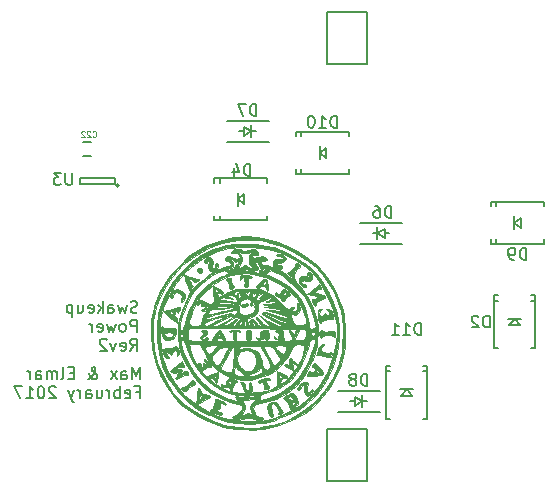
<source format=gbo>
G04 #@! TF.FileFunction,Legend,Bot*
%FSLAX46Y46*%
G04 Gerber Fmt 4.6, Leading zero omitted, Abs format (unit mm)*
G04 Created by KiCad (PCBNEW 4.0.2+dfsg1-stable) date lör 18 feb 2017 00:44:11*
%MOMM*%
G01*
G04 APERTURE LIST*
%ADD10C,0.100000*%
%ADD11C,0.200000*%
%ADD12C,0.010000*%
%ADD13C,0.150000*%
%ADD14C,0.125000*%
G04 APERTURE END LIST*
D10*
D11*
X142303524Y-110564762D02*
X142160667Y-110612381D01*
X141922571Y-110612381D01*
X141827333Y-110564762D01*
X141779714Y-110517143D01*
X141732095Y-110421905D01*
X141732095Y-110326667D01*
X141779714Y-110231429D01*
X141827333Y-110183810D01*
X141922571Y-110136190D01*
X142113048Y-110088571D01*
X142208286Y-110040952D01*
X142255905Y-109993333D01*
X142303524Y-109898095D01*
X142303524Y-109802857D01*
X142255905Y-109707619D01*
X142208286Y-109660000D01*
X142113048Y-109612381D01*
X141874952Y-109612381D01*
X141732095Y-109660000D01*
X141398762Y-109945714D02*
X141208286Y-110612381D01*
X141017809Y-110136190D01*
X140827333Y-110612381D01*
X140636857Y-109945714D01*
X139827333Y-110612381D02*
X139827333Y-110088571D01*
X139874952Y-109993333D01*
X139970190Y-109945714D01*
X140160667Y-109945714D01*
X140255905Y-109993333D01*
X139827333Y-110564762D02*
X139922571Y-110612381D01*
X140160667Y-110612381D01*
X140255905Y-110564762D01*
X140303524Y-110469524D01*
X140303524Y-110374286D01*
X140255905Y-110279048D01*
X140160667Y-110231429D01*
X139922571Y-110231429D01*
X139827333Y-110183810D01*
X139351143Y-110612381D02*
X139351143Y-109612381D01*
X139255905Y-110231429D02*
X138970190Y-110612381D01*
X138970190Y-109945714D02*
X139351143Y-110326667D01*
X138160666Y-110564762D02*
X138255904Y-110612381D01*
X138446381Y-110612381D01*
X138541619Y-110564762D01*
X138589238Y-110469524D01*
X138589238Y-110088571D01*
X138541619Y-109993333D01*
X138446381Y-109945714D01*
X138255904Y-109945714D01*
X138160666Y-109993333D01*
X138113047Y-110088571D01*
X138113047Y-110183810D01*
X138589238Y-110279048D01*
X137255904Y-109945714D02*
X137255904Y-110612381D01*
X137684476Y-109945714D02*
X137684476Y-110469524D01*
X137636857Y-110564762D01*
X137541619Y-110612381D01*
X137398761Y-110612381D01*
X137303523Y-110564762D01*
X137255904Y-110517143D01*
X136779714Y-109945714D02*
X136779714Y-110945714D01*
X136779714Y-109993333D02*
X136684476Y-109945714D01*
X136493999Y-109945714D01*
X136398761Y-109993333D01*
X136351142Y-110040952D01*
X136303523Y-110136190D01*
X136303523Y-110421905D01*
X136351142Y-110517143D01*
X136398761Y-110564762D01*
X136493999Y-110612381D01*
X136684476Y-110612381D01*
X136779714Y-110564762D01*
X142255905Y-112212381D02*
X142255905Y-111212381D01*
X141874952Y-111212381D01*
X141779714Y-111260000D01*
X141732095Y-111307619D01*
X141684476Y-111402857D01*
X141684476Y-111545714D01*
X141732095Y-111640952D01*
X141779714Y-111688571D01*
X141874952Y-111736190D01*
X142255905Y-111736190D01*
X141113048Y-112212381D02*
X141208286Y-112164762D01*
X141255905Y-112117143D01*
X141303524Y-112021905D01*
X141303524Y-111736190D01*
X141255905Y-111640952D01*
X141208286Y-111593333D01*
X141113048Y-111545714D01*
X140970190Y-111545714D01*
X140874952Y-111593333D01*
X140827333Y-111640952D01*
X140779714Y-111736190D01*
X140779714Y-112021905D01*
X140827333Y-112117143D01*
X140874952Y-112164762D01*
X140970190Y-112212381D01*
X141113048Y-112212381D01*
X140446381Y-111545714D02*
X140255905Y-112212381D01*
X140065428Y-111736190D01*
X139874952Y-112212381D01*
X139684476Y-111545714D01*
X138922571Y-112164762D02*
X139017809Y-112212381D01*
X139208286Y-112212381D01*
X139303524Y-112164762D01*
X139351143Y-112069524D01*
X139351143Y-111688571D01*
X139303524Y-111593333D01*
X139208286Y-111545714D01*
X139017809Y-111545714D01*
X138922571Y-111593333D01*
X138874952Y-111688571D01*
X138874952Y-111783810D01*
X139351143Y-111879048D01*
X138446381Y-112212381D02*
X138446381Y-111545714D01*
X138446381Y-111736190D02*
X138398762Y-111640952D01*
X138351143Y-111593333D01*
X138255905Y-111545714D01*
X138160666Y-111545714D01*
X141684476Y-113812381D02*
X142017810Y-113336190D01*
X142255905Y-113812381D02*
X142255905Y-112812381D01*
X141874952Y-112812381D01*
X141779714Y-112860000D01*
X141732095Y-112907619D01*
X141684476Y-113002857D01*
X141684476Y-113145714D01*
X141732095Y-113240952D01*
X141779714Y-113288571D01*
X141874952Y-113336190D01*
X142255905Y-113336190D01*
X140874952Y-113764762D02*
X140970190Y-113812381D01*
X141160667Y-113812381D01*
X141255905Y-113764762D01*
X141303524Y-113669524D01*
X141303524Y-113288571D01*
X141255905Y-113193333D01*
X141160667Y-113145714D01*
X140970190Y-113145714D01*
X140874952Y-113193333D01*
X140827333Y-113288571D01*
X140827333Y-113383810D01*
X141303524Y-113479048D01*
X140494000Y-113145714D02*
X140255905Y-113812381D01*
X140017809Y-113145714D01*
X139684476Y-112907619D02*
X139636857Y-112860000D01*
X139541619Y-112812381D01*
X139303523Y-112812381D01*
X139208285Y-112860000D01*
X139160666Y-112907619D01*
X139113047Y-113002857D01*
X139113047Y-113098095D01*
X139160666Y-113240952D01*
X139732095Y-113812381D01*
X139113047Y-113812381D01*
X142509905Y-116238381D02*
X142509905Y-115238381D01*
X142176571Y-115952667D01*
X141843238Y-115238381D01*
X141843238Y-116238381D01*
X140938476Y-116238381D02*
X140938476Y-115714571D01*
X140986095Y-115619333D01*
X141081333Y-115571714D01*
X141271810Y-115571714D01*
X141367048Y-115619333D01*
X140938476Y-116190762D02*
X141033714Y-116238381D01*
X141271810Y-116238381D01*
X141367048Y-116190762D01*
X141414667Y-116095524D01*
X141414667Y-116000286D01*
X141367048Y-115905048D01*
X141271810Y-115857429D01*
X141033714Y-115857429D01*
X140938476Y-115809810D01*
X140557524Y-116238381D02*
X140033714Y-115571714D01*
X140557524Y-115571714D02*
X140033714Y-116238381D01*
X138081333Y-116238381D02*
X138128952Y-116238381D01*
X138224190Y-116190762D01*
X138367047Y-116047905D01*
X138605142Y-115762190D01*
X138700381Y-115619333D01*
X138748000Y-115476476D01*
X138748000Y-115381238D01*
X138700381Y-115286000D01*
X138605142Y-115238381D01*
X138557523Y-115238381D01*
X138462285Y-115286000D01*
X138414666Y-115381238D01*
X138414666Y-115428857D01*
X138462285Y-115524095D01*
X138509904Y-115571714D01*
X138795619Y-115762190D01*
X138843238Y-115809810D01*
X138890857Y-115905048D01*
X138890857Y-116047905D01*
X138843238Y-116143143D01*
X138795619Y-116190762D01*
X138700381Y-116238381D01*
X138557523Y-116238381D01*
X138462285Y-116190762D01*
X138414666Y-116143143D01*
X138271809Y-115952667D01*
X138224190Y-115809810D01*
X138224190Y-115714571D01*
X136890857Y-115714571D02*
X136557523Y-115714571D01*
X136414666Y-116238381D02*
X136890857Y-116238381D01*
X136890857Y-115238381D01*
X136414666Y-115238381D01*
X135843238Y-116238381D02*
X135938476Y-116190762D01*
X135986095Y-116095524D01*
X135986095Y-115238381D01*
X135462285Y-116238381D02*
X135462285Y-115571714D01*
X135462285Y-115666952D02*
X135414666Y-115619333D01*
X135319428Y-115571714D01*
X135176570Y-115571714D01*
X135081332Y-115619333D01*
X135033713Y-115714571D01*
X135033713Y-116238381D01*
X135033713Y-115714571D02*
X134986094Y-115619333D01*
X134890856Y-115571714D01*
X134747999Y-115571714D01*
X134652761Y-115619333D01*
X134605142Y-115714571D01*
X134605142Y-116238381D01*
X133700380Y-116238381D02*
X133700380Y-115714571D01*
X133747999Y-115619333D01*
X133843237Y-115571714D01*
X134033714Y-115571714D01*
X134128952Y-115619333D01*
X133700380Y-116190762D02*
X133795618Y-116238381D01*
X134033714Y-116238381D01*
X134128952Y-116190762D01*
X134176571Y-116095524D01*
X134176571Y-116000286D01*
X134128952Y-115905048D01*
X134033714Y-115857429D01*
X133795618Y-115857429D01*
X133700380Y-115809810D01*
X133224190Y-116238381D02*
X133224190Y-115571714D01*
X133224190Y-115762190D02*
X133176571Y-115666952D01*
X133128952Y-115619333D01*
X133033714Y-115571714D01*
X132938475Y-115571714D01*
X142176571Y-117314571D02*
X142509905Y-117314571D01*
X142509905Y-117838381D02*
X142509905Y-116838381D01*
X142033714Y-116838381D01*
X141271809Y-117790762D02*
X141367047Y-117838381D01*
X141557524Y-117838381D01*
X141652762Y-117790762D01*
X141700381Y-117695524D01*
X141700381Y-117314571D01*
X141652762Y-117219333D01*
X141557524Y-117171714D01*
X141367047Y-117171714D01*
X141271809Y-117219333D01*
X141224190Y-117314571D01*
X141224190Y-117409810D01*
X141700381Y-117505048D01*
X140795619Y-117838381D02*
X140795619Y-116838381D01*
X140795619Y-117219333D02*
X140700381Y-117171714D01*
X140509904Y-117171714D01*
X140414666Y-117219333D01*
X140367047Y-117266952D01*
X140319428Y-117362190D01*
X140319428Y-117647905D01*
X140367047Y-117743143D01*
X140414666Y-117790762D01*
X140509904Y-117838381D01*
X140700381Y-117838381D01*
X140795619Y-117790762D01*
X139890857Y-117838381D02*
X139890857Y-117171714D01*
X139890857Y-117362190D02*
X139843238Y-117266952D01*
X139795619Y-117219333D01*
X139700381Y-117171714D01*
X139605142Y-117171714D01*
X138843237Y-117171714D02*
X138843237Y-117838381D01*
X139271809Y-117171714D02*
X139271809Y-117695524D01*
X139224190Y-117790762D01*
X139128952Y-117838381D01*
X138986094Y-117838381D01*
X138890856Y-117790762D01*
X138843237Y-117743143D01*
X137938475Y-117838381D02*
X137938475Y-117314571D01*
X137986094Y-117219333D01*
X138081332Y-117171714D01*
X138271809Y-117171714D01*
X138367047Y-117219333D01*
X137938475Y-117790762D02*
X138033713Y-117838381D01*
X138271809Y-117838381D01*
X138367047Y-117790762D01*
X138414666Y-117695524D01*
X138414666Y-117600286D01*
X138367047Y-117505048D01*
X138271809Y-117457429D01*
X138033713Y-117457429D01*
X137938475Y-117409810D01*
X137462285Y-117838381D02*
X137462285Y-117171714D01*
X137462285Y-117362190D02*
X137414666Y-117266952D01*
X137367047Y-117219333D01*
X137271809Y-117171714D01*
X137176570Y-117171714D01*
X136938475Y-117171714D02*
X136700380Y-117838381D01*
X136462284Y-117171714D02*
X136700380Y-117838381D01*
X136795618Y-118076476D01*
X136843237Y-118124095D01*
X136938475Y-118171714D01*
X135367046Y-116933619D02*
X135319427Y-116886000D01*
X135224189Y-116838381D01*
X134986093Y-116838381D01*
X134890855Y-116886000D01*
X134843236Y-116933619D01*
X134795617Y-117028857D01*
X134795617Y-117124095D01*
X134843236Y-117266952D01*
X135414665Y-117838381D01*
X134795617Y-117838381D01*
X134176570Y-116838381D02*
X134081331Y-116838381D01*
X133986093Y-116886000D01*
X133938474Y-116933619D01*
X133890855Y-117028857D01*
X133843236Y-117219333D01*
X133843236Y-117457429D01*
X133890855Y-117647905D01*
X133938474Y-117743143D01*
X133986093Y-117790762D01*
X134081331Y-117838381D01*
X134176570Y-117838381D01*
X134271808Y-117790762D01*
X134319427Y-117743143D01*
X134367046Y-117647905D01*
X134414665Y-117457429D01*
X134414665Y-117219333D01*
X134367046Y-117028857D01*
X134319427Y-116933619D01*
X134271808Y-116886000D01*
X134176570Y-116838381D01*
X132890855Y-117838381D02*
X133462284Y-117838381D01*
X133176570Y-117838381D02*
X133176570Y-116838381D01*
X133271808Y-116981238D01*
X133367046Y-117076476D01*
X133462284Y-117124095D01*
X132557522Y-116838381D02*
X131890855Y-116838381D01*
X132319427Y-117838381D01*
D12*
G36*
X150445745Y-104208244D02*
X149229193Y-104492420D01*
X148012039Y-104989644D01*
X148000098Y-104995557D01*
X147438298Y-105286486D01*
X147000631Y-105551608D01*
X146613742Y-105844218D01*
X146204275Y-106217612D01*
X145895391Y-106524706D01*
X144965133Y-107612182D01*
X144237315Y-108784277D01*
X143714057Y-110037513D01*
X143672273Y-110169740D01*
X143452588Y-111236805D01*
X143409610Y-112379972D01*
X143532272Y-113559042D01*
X143809510Y-114733820D01*
X144230257Y-115864109D01*
X144783448Y-116909712D01*
X145458016Y-117830435D01*
X145910702Y-118300893D01*
X146716064Y-118939377D01*
X147668473Y-119511516D01*
X148695857Y-119978711D01*
X149580165Y-120266030D01*
X150075534Y-120361084D01*
X150705798Y-120433843D01*
X151394431Y-120480145D01*
X152064905Y-120495829D01*
X152640696Y-120476733D01*
X152908000Y-120446992D01*
X154290005Y-120128269D01*
X155538022Y-119636110D01*
X156649632Y-118971604D01*
X157254211Y-118486983D01*
X157951019Y-117756717D01*
X158593427Y-116875397D01*
X159136335Y-115912643D01*
X159515204Y-114996914D01*
X159651060Y-114578034D01*
X159745080Y-114231435D01*
X159804778Y-113898881D01*
X159837668Y-113522136D01*
X159851261Y-113042964D01*
X159852930Y-112453221D01*
X159687933Y-112453221D01*
X159657518Y-113223067D01*
X159591254Y-113947209D01*
X159491259Y-114563158D01*
X159392543Y-114924584D01*
X158866441Y-116134320D01*
X158207280Y-117178236D01*
X157398565Y-118078123D01*
X156423799Y-118855769D01*
X156408263Y-118866320D01*
X155937301Y-119171065D01*
X155464775Y-119452618D01*
X155061759Y-119669626D01*
X154895826Y-119746341D01*
X154396640Y-119919439D01*
X153769563Y-120088634D01*
X153106894Y-120232714D01*
X152500933Y-120330464D01*
X152245391Y-120355515D01*
X151637170Y-120358412D01*
X150920663Y-120305270D01*
X150197960Y-120207318D01*
X149571152Y-120075789D01*
X149484522Y-120051782D01*
X148665126Y-119756032D01*
X147822259Y-119348742D01*
X147006431Y-118862290D01*
X146268152Y-118329050D01*
X145657933Y-117781400D01*
X145312432Y-117377582D01*
X144601310Y-116236630D01*
X144074471Y-115031122D01*
X143736555Y-113787413D01*
X143592198Y-112531858D01*
X143646041Y-111290813D01*
X143902721Y-110090632D01*
X143985560Y-109838435D01*
X144520491Y-108637380D01*
X145237316Y-107544503D01*
X146115417Y-106580486D01*
X147134175Y-105766008D01*
X148272971Y-105121749D01*
X148972173Y-104837101D01*
X149442655Y-104682412D01*
X149860220Y-104578227D01*
X150299753Y-104512048D01*
X150836143Y-104471377D01*
X151276138Y-104452558D01*
X151886197Y-104436389D01*
X152347967Y-104443100D01*
X152733480Y-104480008D01*
X153114765Y-104554428D01*
X153563854Y-104673676D01*
X153624906Y-104691111D01*
X154723971Y-105079838D01*
X155789613Y-105594823D01*
X156755718Y-106200486D01*
X157421021Y-106734133D01*
X157953098Y-107315417D01*
X158468850Y-108055471D01*
X158933665Y-108892955D01*
X159312927Y-109766527D01*
X159542870Y-110494337D01*
X159632729Y-111026368D01*
X159680377Y-111700159D01*
X159687933Y-112453221D01*
X159852930Y-112453221D01*
X159853072Y-112403130D01*
X159853017Y-112378435D01*
X159847231Y-111713222D01*
X159829033Y-111212604D01*
X159791887Y-110820385D01*
X159729258Y-110480369D01*
X159634611Y-110136360D01*
X159568323Y-109930466D01*
X159042239Y-108672118D01*
X158347689Y-107555688D01*
X157487787Y-106584808D01*
X156465649Y-105763110D01*
X155518205Y-105208013D01*
X154197923Y-104637000D01*
X152919496Y-104280234D01*
X151672308Y-104137416D01*
X150445745Y-104208244D01*
X150445745Y-104208244D01*
G37*
X150445745Y-104208244D02*
X149229193Y-104492420D01*
X148012039Y-104989644D01*
X148000098Y-104995557D01*
X147438298Y-105286486D01*
X147000631Y-105551608D01*
X146613742Y-105844218D01*
X146204275Y-106217612D01*
X145895391Y-106524706D01*
X144965133Y-107612182D01*
X144237315Y-108784277D01*
X143714057Y-110037513D01*
X143672273Y-110169740D01*
X143452588Y-111236805D01*
X143409610Y-112379972D01*
X143532272Y-113559042D01*
X143809510Y-114733820D01*
X144230257Y-115864109D01*
X144783448Y-116909712D01*
X145458016Y-117830435D01*
X145910702Y-118300893D01*
X146716064Y-118939377D01*
X147668473Y-119511516D01*
X148695857Y-119978711D01*
X149580165Y-120266030D01*
X150075534Y-120361084D01*
X150705798Y-120433843D01*
X151394431Y-120480145D01*
X152064905Y-120495829D01*
X152640696Y-120476733D01*
X152908000Y-120446992D01*
X154290005Y-120128269D01*
X155538022Y-119636110D01*
X156649632Y-118971604D01*
X157254211Y-118486983D01*
X157951019Y-117756717D01*
X158593427Y-116875397D01*
X159136335Y-115912643D01*
X159515204Y-114996914D01*
X159651060Y-114578034D01*
X159745080Y-114231435D01*
X159804778Y-113898881D01*
X159837668Y-113522136D01*
X159851261Y-113042964D01*
X159852930Y-112453221D01*
X159687933Y-112453221D01*
X159657518Y-113223067D01*
X159591254Y-113947209D01*
X159491259Y-114563158D01*
X159392543Y-114924584D01*
X158866441Y-116134320D01*
X158207280Y-117178236D01*
X157398565Y-118078123D01*
X156423799Y-118855769D01*
X156408263Y-118866320D01*
X155937301Y-119171065D01*
X155464775Y-119452618D01*
X155061759Y-119669626D01*
X154895826Y-119746341D01*
X154396640Y-119919439D01*
X153769563Y-120088634D01*
X153106894Y-120232714D01*
X152500933Y-120330464D01*
X152245391Y-120355515D01*
X151637170Y-120358412D01*
X150920663Y-120305270D01*
X150197960Y-120207318D01*
X149571152Y-120075789D01*
X149484522Y-120051782D01*
X148665126Y-119756032D01*
X147822259Y-119348742D01*
X147006431Y-118862290D01*
X146268152Y-118329050D01*
X145657933Y-117781400D01*
X145312432Y-117377582D01*
X144601310Y-116236630D01*
X144074471Y-115031122D01*
X143736555Y-113787413D01*
X143592198Y-112531858D01*
X143646041Y-111290813D01*
X143902721Y-110090632D01*
X143985560Y-109838435D01*
X144520491Y-108637380D01*
X145237316Y-107544503D01*
X146115417Y-106580486D01*
X147134175Y-105766008D01*
X148272971Y-105121749D01*
X148972173Y-104837101D01*
X149442655Y-104682412D01*
X149860220Y-104578227D01*
X150299753Y-104512048D01*
X150836143Y-104471377D01*
X151276138Y-104452558D01*
X151886197Y-104436389D01*
X152347967Y-104443100D01*
X152733480Y-104480008D01*
X153114765Y-104554428D01*
X153563854Y-104673676D01*
X153624906Y-104691111D01*
X154723971Y-105079838D01*
X155789613Y-105594823D01*
X156755718Y-106200486D01*
X157421021Y-106734133D01*
X157953098Y-107315417D01*
X158468850Y-108055471D01*
X158933665Y-108892955D01*
X159312927Y-109766527D01*
X159542870Y-110494337D01*
X159632729Y-111026368D01*
X159680377Y-111700159D01*
X159687933Y-112453221D01*
X159852930Y-112453221D01*
X159853072Y-112403130D01*
X159853017Y-112378435D01*
X159847231Y-111713222D01*
X159829033Y-111212604D01*
X159791887Y-110820385D01*
X159729258Y-110480369D01*
X159634611Y-110136360D01*
X159568323Y-109930466D01*
X159042239Y-108672118D01*
X158347689Y-107555688D01*
X157487787Y-106584808D01*
X156465649Y-105763110D01*
X155518205Y-105208013D01*
X154197923Y-104637000D01*
X152919496Y-104280234D01*
X151672308Y-104137416D01*
X150445745Y-104208244D01*
G36*
X150564895Y-104797133D02*
X149812802Y-104882928D01*
X149645388Y-104916333D01*
X148666107Y-105238080D01*
X147699021Y-105749498D01*
X146777522Y-106420408D01*
X145935001Y-107220629D01*
X145204848Y-108119984D01*
X144620454Y-109088291D01*
X144348273Y-109703976D01*
X144075322Y-110688819D01*
X143951066Y-111771095D01*
X143969795Y-112899498D01*
X144125798Y-114022721D01*
X144413366Y-115089459D01*
X144826788Y-116048403D01*
X145105916Y-116511536D01*
X145800549Y-117421125D01*
X146541415Y-118154819D01*
X147382172Y-118757467D01*
X148376481Y-119273920D01*
X148449950Y-119306564D01*
X149248539Y-119620723D01*
X150007628Y-119829857D01*
X150805299Y-119949253D01*
X151719636Y-119994199D01*
X151969304Y-119995602D01*
X152532633Y-119982637D01*
X152992954Y-119934063D01*
X153448253Y-119833203D01*
X153996519Y-119663383D01*
X154073377Y-119637523D01*
X155124629Y-119222296D01*
X156024024Y-118729084D01*
X156836819Y-118120448D01*
X157054505Y-117927243D01*
X157772395Y-117128758D01*
X158371955Y-116179381D01*
X158840744Y-115122048D01*
X159166324Y-113999697D01*
X159336253Y-112855267D01*
X159337464Y-112115281D01*
X159194193Y-112115281D01*
X159181277Y-112490077D01*
X159124507Y-112968187D01*
X159092074Y-113190128D01*
X158794220Y-114538867D01*
X158328281Y-115747824D01*
X157697400Y-116813093D01*
X156904720Y-117730765D01*
X155953385Y-118496934D01*
X154846540Y-119107692D01*
X154093355Y-119403286D01*
X153572652Y-119571986D01*
X153155164Y-119679058D01*
X152755957Y-119737930D01*
X152290096Y-119762028D01*
X151803652Y-119765272D01*
X150588869Y-119762182D01*
X151132686Y-119595266D01*
X151528457Y-119499256D01*
X151805682Y-119503140D01*
X151938534Y-119547741D01*
X152207515Y-119627677D01*
X152515143Y-119662283D01*
X152786567Y-119650906D01*
X152946933Y-119592890D01*
X152963217Y-119556696D01*
X152868655Y-119473874D01*
X152685344Y-119446261D01*
X152459301Y-119385386D01*
X152280508Y-119170492D01*
X152220313Y-119053790D01*
X152107777Y-118738333D01*
X152136244Y-118512384D01*
X152327914Y-118351634D01*
X152704987Y-118231773D01*
X153027708Y-118169664D01*
X154033691Y-117897340D01*
X154926475Y-117437180D01*
X155709534Y-116786703D01*
X156386340Y-115943427D01*
X156583693Y-115627962D01*
X157139536Y-114503827D01*
X157477352Y-113392282D01*
X157535674Y-112861939D01*
X157380608Y-112861939D01*
X157339328Y-113079760D01*
X157229774Y-113441033D01*
X157073379Y-113887376D01*
X156891571Y-114360407D01*
X156705784Y-114801745D01*
X156544444Y-115139773D01*
X155943981Y-116087303D01*
X155234704Y-116844938D01*
X154407615Y-117419810D01*
X153453716Y-117819053D01*
X153018435Y-117934870D01*
X152812744Y-117981666D01*
X152742348Y-117997799D01*
X152709483Y-117932308D01*
X152308921Y-117932308D01*
X152061869Y-118195283D01*
X151906433Y-118395931D01*
X151870170Y-118595937D01*
X151929166Y-118886667D01*
X151993649Y-119153583D01*
X151983533Y-119249748D01*
X151886543Y-119216305D01*
X151839393Y-119187600D01*
X151640404Y-119121920D01*
X151407669Y-119199959D01*
X151332940Y-119243096D01*
X151115461Y-119372316D01*
X151001442Y-119435508D01*
X150999702Y-119436165D01*
X151030058Y-119357009D01*
X151142173Y-119144633D01*
X151220572Y-119004907D01*
X151369595Y-118721344D01*
X151410188Y-118534514D01*
X151351998Y-118354493D01*
X151300527Y-118259472D01*
X151128707Y-117955392D01*
X152308921Y-117932308D01*
X152709483Y-117932308D01*
X152700317Y-117914044D01*
X152687130Y-117745917D01*
X152706651Y-117632430D01*
X152354755Y-117632430D01*
X152300608Y-117679305D01*
X152035138Y-117777605D01*
X151792494Y-117757157D01*
X151695067Y-117680755D01*
X151471069Y-117680755D01*
X151469786Y-117683450D01*
X151337921Y-117723360D01*
X151069407Y-117722205D01*
X150947761Y-117710058D01*
X150665609Y-117684497D01*
X150565990Y-117710074D01*
X150614607Y-117795882D01*
X150616478Y-117797874D01*
X150734787Y-117963806D01*
X150754522Y-118027414D01*
X150661768Y-118055021D01*
X150412281Y-118002734D01*
X150049223Y-117884605D01*
X149615756Y-117714684D01*
X149155042Y-117507022D01*
X149153217Y-117506142D01*
X148404441Y-117040168D01*
X147694008Y-116400352D01*
X147066718Y-115633625D01*
X146577604Y-114808000D01*
X146271940Y-114134339D01*
X146072378Y-113588651D01*
X145983125Y-113186937D01*
X146008387Y-112945200D01*
X146072426Y-112886305D01*
X146187569Y-112930035D01*
X146307278Y-113162476D01*
X146402851Y-113459357D01*
X146812024Y-114508046D01*
X147415311Y-115456835D01*
X147952750Y-116063685D01*
X148733389Y-116743338D01*
X149510463Y-117212056D01*
X150301037Y-117478810D01*
X150769901Y-117544337D01*
X151135629Y-117582267D01*
X151386480Y-117631144D01*
X151471069Y-117680755D01*
X151695067Y-117680755D01*
X151693217Y-117679305D01*
X151741359Y-117605842D01*
X151970919Y-117571647D01*
X152045613Y-117570561D01*
X152300044Y-117585342D01*
X152354755Y-117632430D01*
X152706651Y-117632430D01*
X152714435Y-117587179D01*
X152830599Y-117481571D01*
X153086996Y-117395309D01*
X153294522Y-117346501D01*
X154058444Y-117113358D01*
X154702397Y-116763335D01*
X155280516Y-116260289D01*
X155738642Y-115714583D01*
X155980456Y-115335511D01*
X156231998Y-114844970D01*
X156467846Y-114305130D01*
X156662577Y-113778158D01*
X156718547Y-113580838D01*
X156414800Y-113580838D01*
X156404166Y-113698999D01*
X156226655Y-114470092D01*
X155844825Y-115214314D01*
X155250522Y-115947461D01*
X155234854Y-115963733D01*
X154677985Y-116479786D01*
X154123545Y-116848013D01*
X153498857Y-117106677D01*
X152731248Y-117294039D01*
X152695157Y-117300851D01*
X152314294Y-117350533D01*
X151852403Y-117379726D01*
X151367136Y-117388800D01*
X150916148Y-117378129D01*
X150557090Y-117348085D01*
X150347618Y-117299040D01*
X150327135Y-117285555D01*
X150319839Y-117182410D01*
X150134360Y-117182410D01*
X150032730Y-117221375D01*
X149801437Y-117141837D01*
X149419542Y-116939211D01*
X149241811Y-116835636D01*
X148789048Y-116528004D01*
X148321847Y-116148721D01*
X148029541Y-115869811D01*
X147791992Y-115614551D01*
X147652017Y-115456195D01*
X147635056Y-115423735D01*
X147645782Y-115432437D01*
X147797842Y-115488741D01*
X147979433Y-115373459D01*
X148013234Y-115340592D01*
X148230287Y-115200012D01*
X148401008Y-115187236D01*
X148520599Y-115189824D01*
X148506370Y-115085340D01*
X148477491Y-114936654D01*
X148566147Y-114962891D01*
X148761564Y-115159198D01*
X148819029Y-115226172D01*
X149071495Y-115451890D01*
X149428349Y-115686412D01*
X149638734Y-115796555D01*
X149950315Y-115949232D01*
X150088648Y-116048354D01*
X150082899Y-116128751D01*
X149984678Y-116209667D01*
X149839877Y-116381854D01*
X149827980Y-116511591D01*
X149815610Y-116678489D01*
X149694487Y-116763159D01*
X149556423Y-116709206D01*
X149541196Y-116687750D01*
X149440080Y-116613937D01*
X149380892Y-116674381D01*
X149392489Y-116801818D01*
X149554517Y-116883457D01*
X149797158Y-116890064D01*
X149863169Y-116876322D01*
X150058669Y-116903917D01*
X150127266Y-117029526D01*
X150134360Y-117182410D01*
X150319839Y-117182410D01*
X150318502Y-117163511D01*
X150349849Y-116911476D01*
X150359748Y-116856193D01*
X150464935Y-116555362D01*
X150621482Y-116460609D01*
X150711436Y-116431587D01*
X150707013Y-116427372D01*
X150255122Y-116427372D01*
X150242527Y-116519105D01*
X150128804Y-116623611D01*
X150009894Y-116564774D01*
X149981478Y-116458005D01*
X150070780Y-116365242D01*
X150143664Y-116354087D01*
X150255122Y-116427372D01*
X150707013Y-116427372D01*
X150613888Y-116338631D01*
X150533652Y-116287329D01*
X150393384Y-116186573D01*
X150419753Y-116166876D01*
X150433513Y-116170698D01*
X151162266Y-116306539D01*
X151918495Y-116272845D01*
X152713061Y-116081871D01*
X153235402Y-115897465D01*
X153631948Y-115700197D01*
X153748009Y-115616189D01*
X152884795Y-115616189D01*
X152762800Y-115725325D01*
X152473893Y-115834912D01*
X152428234Y-115849135D01*
X152070021Y-115956826D01*
X151867691Y-116004156D01*
X151766465Y-115997142D01*
X151711567Y-115941798D01*
X151703351Y-115928745D01*
X151760823Y-115843485D01*
X151798537Y-115825209D01*
X151348696Y-115825209D01*
X151333179Y-115936570D01*
X151153565Y-115984671D01*
X150937269Y-115961044D01*
X150676773Y-115898545D01*
X150526745Y-115850266D01*
X150524456Y-115849006D01*
X150494415Y-115726148D01*
X150509010Y-115478721D01*
X150511760Y-115459269D01*
X150554210Y-115226658D01*
X150612387Y-115187879D01*
X150731307Y-115317842D01*
X150741825Y-115331047D01*
X150986752Y-115563056D01*
X151171745Y-115684094D01*
X151348696Y-115825209D01*
X151798537Y-115825209D01*
X151974045Y-115740160D01*
X152089194Y-115701693D01*
X152381102Y-115582858D01*
X152569590Y-115448023D01*
X152594349Y-115409209D01*
X152707060Y-115260790D01*
X152823959Y-115321305D01*
X152884701Y-115470305D01*
X152884795Y-115616189D01*
X153748009Y-115616189D01*
X153994259Y-115437947D01*
X154262382Y-115200806D01*
X153552463Y-115200806D01*
X153508770Y-115312934D01*
X153288603Y-115459754D01*
X153082302Y-115396172D01*
X152967880Y-115222131D01*
X152879932Y-114938707D01*
X152805544Y-114593250D01*
X152802905Y-114577184D01*
X152795576Y-114555883D01*
X152379243Y-114555883D01*
X152345229Y-114934804D01*
X152177953Y-115271741D01*
X151905481Y-115506575D01*
X151604932Y-115581044D01*
X151400384Y-115506795D01*
X151145292Y-115322138D01*
X151077331Y-115258235D01*
X150844194Y-114957891D01*
X150759125Y-114621357D01*
X150754522Y-114479556D01*
X150773413Y-114178647D01*
X150868581Y-114008728D01*
X151097769Y-113880697D01*
X151108325Y-113876213D01*
X150510025Y-113876213D01*
X150485197Y-114270048D01*
X150428264Y-114875812D01*
X150374311Y-115289718D01*
X150305851Y-115539831D01*
X150205398Y-115654212D01*
X150055465Y-115660923D01*
X149838564Y-115588028D01*
X149699710Y-115530570D01*
X149314601Y-115369661D01*
X149786083Y-114460032D01*
X150069494Y-113939115D01*
X150277579Y-113621910D01*
X150375398Y-113540757D01*
X149981478Y-113540757D01*
X149935178Y-113660038D01*
X149812439Y-113924164D01*
X149637499Y-114281391D01*
X149592321Y-114371494D01*
X149391593Y-114757202D01*
X149252057Y-114976214D01*
X149142073Y-115062246D01*
X149030000Y-115049014D01*
X148979458Y-115024531D01*
X148761062Y-114832037D01*
X148692470Y-114726215D01*
X148350572Y-114726215D01*
X148294747Y-114709998D01*
X148226571Y-114652228D01*
X148036124Y-114523563D01*
X147918211Y-114515326D01*
X147935468Y-114627342D01*
X148046052Y-114737067D01*
X148171843Y-114879024D01*
X148120817Y-114963313D01*
X148007638Y-114965915D01*
X147993652Y-114918435D01*
X147927074Y-114844903D01*
X147888040Y-114860237D01*
X147827878Y-115003901D01*
X147844638Y-115087624D01*
X147837869Y-115227280D01*
X147784598Y-115249740D01*
X147684798Y-115157517D01*
X147662348Y-115032336D01*
X147609695Y-114874478D01*
X147493877Y-114879581D01*
X147385067Y-114961672D01*
X147451846Y-115105840D01*
X147466268Y-115124593D01*
X147552175Y-115245242D01*
X147484688Y-115208644D01*
X147426061Y-115163510D01*
X147291659Y-114980201D01*
X147123143Y-114637731D01*
X146943559Y-114190283D01*
X146775956Y-113692040D01*
X146722911Y-113510392D01*
X146698921Y-113357842D01*
X146773399Y-113285162D01*
X146996666Y-113263112D01*
X147150507Y-113261913D01*
X147473496Y-113280745D01*
X147643685Y-113355572D01*
X147722901Y-113499594D01*
X147819661Y-113724360D01*
X147989255Y-114052350D01*
X148129591Y-114300246D01*
X148297321Y-114596171D01*
X148350572Y-114726215D01*
X148692470Y-114726215D01*
X148631571Y-114632262D01*
X148576303Y-114457465D01*
X148614363Y-114298668D01*
X148772825Y-114092540D01*
X148935543Y-113921250D01*
X149295820Y-113612341D01*
X149602729Y-113487507D01*
X149672586Y-113482783D01*
X149895523Y-113500730D01*
X149981478Y-113540757D01*
X150375398Y-113540757D01*
X150416352Y-113506781D01*
X150491829Y-113592093D01*
X150510025Y-113876213D01*
X151108325Y-113876213D01*
X151159641Y-113854417D01*
X151587532Y-113756970D01*
X151941421Y-113864216D01*
X152244122Y-114183272D01*
X152251932Y-114195093D01*
X152379243Y-114555883D01*
X152795576Y-114555883D01*
X152684077Y-114231863D01*
X152484615Y-113941966D01*
X152475425Y-113933131D01*
X152139346Y-113731362D01*
X151716047Y-113625097D01*
X151303701Y-113630851D01*
X151091883Y-113700411D01*
X150914994Y-113776726D01*
X150872003Y-113715026D01*
X150884139Y-113630386D01*
X150932012Y-113528295D01*
X151057479Y-113465277D01*
X151305611Y-113430794D01*
X151721477Y-113414306D01*
X151816159Y-113412462D01*
X152709272Y-113396568D01*
X153174450Y-114275914D01*
X153399577Y-114719730D01*
X153521357Y-115014922D01*
X153552463Y-115200806D01*
X154262382Y-115200806D01*
X154265107Y-115198396D01*
X154826936Y-114581623D01*
X154939805Y-114401784D01*
X154352665Y-114401784D01*
X154329887Y-114631347D01*
X154179342Y-114867160D01*
X153970048Y-115015181D01*
X153892436Y-115028870D01*
X153780657Y-114936543D01*
X153608360Y-114691221D01*
X153407713Y-114340388D01*
X153350081Y-114228218D01*
X152948622Y-113427566D01*
X153258127Y-113390101D01*
X153488041Y-113405275D01*
X153703984Y-113539535D01*
X153927092Y-113776623D01*
X154151574Y-114065195D01*
X154313142Y-114316151D01*
X154352665Y-114401784D01*
X154939805Y-114401784D01*
X155233089Y-113934483D01*
X155411061Y-113580040D01*
X155447901Y-113525246D01*
X154949228Y-113525246D01*
X154920531Y-113753785D01*
X154836723Y-113931782D01*
X154725451Y-114096902D01*
X154605293Y-114119739D01*
X154421670Y-113992330D01*
X154266869Y-113848643D01*
X154067847Y-113636847D01*
X153962265Y-113483315D01*
X153957130Y-113462122D01*
X154055874Y-113408574D01*
X154305696Y-113376460D01*
X154454087Y-113372348D01*
X149109240Y-113372348D01*
X148811486Y-113762724D01*
X148570358Y-114028139D01*
X148384961Y-114092969D01*
X148223709Y-113959502D01*
X148138430Y-113811532D01*
X148053466Y-113574869D01*
X148114155Y-113439836D01*
X148347675Y-113381296D01*
X148613181Y-113372348D01*
X149109240Y-113372348D01*
X154454087Y-113372348D01*
X154799434Y-113406415D01*
X154949228Y-113525246D01*
X155447901Y-113525246D01*
X155544166Y-113382069D01*
X155683212Y-113297970D01*
X155879007Y-113285144D01*
X156000174Y-113291334D01*
X156281654Y-113318851D01*
X156400510Y-113395823D01*
X156414800Y-113580838D01*
X156718547Y-113580838D01*
X156790771Y-113326222D01*
X156828435Y-113049534D01*
X156904813Y-112888190D01*
X157104522Y-112847783D01*
X157312357Y-112852646D01*
X157380608Y-112861939D01*
X157535674Y-112861939D01*
X157594449Y-112327482D01*
X157360063Y-112327482D01*
X157325391Y-112488870D01*
X157167926Y-112594954D01*
X157009809Y-112513506D01*
X157001820Y-112501383D01*
X157022383Y-112359525D01*
X157095906Y-112275151D01*
X157263774Y-112225607D01*
X157360063Y-112327482D01*
X157594449Y-112327482D01*
X157597541Y-112299375D01*
X157590299Y-112219644D01*
X156578063Y-112219644D01*
X156552918Y-112499579D01*
X156545414Y-112542209D01*
X156479611Y-112794676D01*
X156360261Y-112904391D01*
X156111130Y-112930297D01*
X156043101Y-112930609D01*
X155770914Y-112919205D01*
X155622731Y-112890812D01*
X155613652Y-112880588D01*
X155665706Y-112705852D01*
X155786064Y-112451674D01*
X155921021Y-112222725D01*
X155997926Y-112131648D01*
X155995927Y-112070352D01*
X155855613Y-112048822D01*
X155685122Y-112085937D01*
X155668869Y-112157566D01*
X155682669Y-112341601D01*
X155659585Y-112393458D01*
X155546049Y-112418326D01*
X155384533Y-112257064D01*
X155211012Y-112074838D01*
X155123905Y-112071304D01*
X155136451Y-112216759D01*
X155261891Y-112481501D01*
X155274866Y-112503116D01*
X155411676Y-112745310D01*
X155431818Y-112868102D01*
X155340179Y-112936499D01*
X155308426Y-112949548D01*
X155150187Y-112969289D01*
X154801972Y-112986492D01*
X154294660Y-113001082D01*
X153659130Y-113012980D01*
X152926261Y-113022110D01*
X152126934Y-113028396D01*
X151292026Y-113031760D01*
X150452418Y-113032124D01*
X149638989Y-113029414D01*
X148882618Y-113023551D01*
X148214185Y-113014458D01*
X147664569Y-113002059D01*
X147264649Y-112986277D01*
X147064962Y-112970075D01*
X146547185Y-112899105D01*
X146576569Y-112446257D01*
X146213348Y-112446257D01*
X146186058Y-112598729D01*
X146156075Y-112633114D01*
X146018412Y-112655448D01*
X145906793Y-112543517D01*
X145895391Y-112482352D01*
X145984937Y-112390127D01*
X146061043Y-112378435D01*
X146213348Y-112446257D01*
X146576569Y-112446257D01*
X146580201Y-112390292D01*
X146608458Y-112080773D01*
X146672552Y-111934271D01*
X146821321Y-111893317D01*
X146999739Y-111896587D01*
X147192208Y-111900258D01*
X147579834Y-111904415D01*
X148136908Y-111908892D01*
X148837718Y-111913525D01*
X149656554Y-111918150D01*
X150567706Y-111922602D01*
X151545461Y-111926716D01*
X151937645Y-111928188D01*
X153046865Y-111934695D01*
X154033302Y-111945487D01*
X154880660Y-111960137D01*
X155572640Y-111978218D01*
X156092942Y-111999301D01*
X156425270Y-112022960D01*
X156553323Y-112048767D01*
X156553654Y-112049244D01*
X156578063Y-112219644D01*
X157590299Y-112219644D01*
X157551321Y-111790555D01*
X157378976Y-111790555D01*
X157289666Y-111911596D01*
X157096577Y-111987453D01*
X156926922Y-111975646D01*
X156878371Y-111858740D01*
X156863139Y-111795219D01*
X152278704Y-111795219D01*
X152162565Y-111799205D01*
X152044662Y-111666106D01*
X151993666Y-111486307D01*
X151981053Y-111301150D01*
X152036477Y-111317033D01*
X152131710Y-111433238D01*
X152275311Y-111664518D01*
X152278704Y-111795219D01*
X156863139Y-111795219D01*
X156811409Y-111579498D01*
X156788873Y-111459251D01*
X156606721Y-111459251D01*
X156506546Y-111598940D01*
X156226398Y-111672765D01*
X155905507Y-111677878D01*
X155701401Y-111636070D01*
X155558236Y-111501540D01*
X155551066Y-111486497D01*
X154944241Y-111486497D01*
X154807393Y-111473014D01*
X154485647Y-111362035D01*
X154064380Y-111189264D01*
X153697588Y-111025190D01*
X153373017Y-110867670D01*
X153126062Y-110736113D01*
X152992119Y-110649926D01*
X153006585Y-110628518D01*
X153073652Y-110646024D01*
X153353148Y-110743219D01*
X153722534Y-110885478D01*
X154121536Y-111047752D01*
X154489877Y-111204993D01*
X154767283Y-111332150D01*
X154890304Y-111400976D01*
X154944241Y-111486497D01*
X155551066Y-111486497D01*
X155423679Y-111219247D01*
X155392485Y-111138336D01*
X155320620Y-110942181D01*
X154949567Y-110942181D01*
X154918040Y-111012073D01*
X154906688Y-111023950D01*
X154772436Y-111026639D01*
X154485436Y-110963163D01*
X154099214Y-110846314D01*
X153952586Y-110795915D01*
X153461975Y-110636132D01*
X153132686Y-110565674D01*
X152927274Y-110577561D01*
X152883391Y-110596596D01*
X152817305Y-110664053D01*
X152869264Y-110750048D01*
X153065779Y-110875317D01*
X153433357Y-111060593D01*
X153544500Y-111113693D01*
X154045788Y-111362098D01*
X154348991Y-111539050D01*
X154462497Y-111651525D01*
X154394698Y-111706500D01*
X154267343Y-111714777D01*
X154051940Y-111657863D01*
X153720378Y-111508731D01*
X153339970Y-111298133D01*
X153294522Y-111270367D01*
X152576695Y-110827006D01*
X153060246Y-111271416D01*
X153317067Y-111519296D01*
X153418286Y-111656476D01*
X153380242Y-111710894D01*
X153320165Y-111715827D01*
X153117574Y-111636879D01*
X152862140Y-111437097D01*
X152746979Y-111317708D01*
X152514781Y-111080183D01*
X152371314Y-110980754D01*
X152340160Y-111021025D01*
X152444900Y-111202601D01*
X152519931Y-111302256D01*
X152699255Y-111556673D01*
X152728415Y-111684974D01*
X152638156Y-111715827D01*
X152516275Y-111629926D01*
X152360009Y-111420917D01*
X152346735Y-111398871D01*
X152157274Y-111189131D01*
X151960982Y-111120540D01*
X151816758Y-111188895D01*
X151783499Y-111389990D01*
X151793440Y-111438369D01*
X151810476Y-111664120D01*
X151774032Y-111765203D01*
X151709780Y-111729293D01*
X151661528Y-111531697D01*
X151658612Y-111505511D01*
X151609756Y-111268221D01*
X151539109Y-111163877D01*
X151535882Y-111163653D01*
X151487935Y-111255652D01*
X151500536Y-111439740D01*
X151498367Y-111656809D01*
X151422669Y-111715827D01*
X151334797Y-111621002D01*
X151326969Y-111418513D01*
X151372368Y-111283556D01*
X151193639Y-111283556D01*
X151142291Y-111505928D01*
X151129228Y-111541142D01*
X151022860Y-111683858D01*
X150907185Y-111711147D01*
X150864956Y-111626499D01*
X150925246Y-111477414D01*
X151027096Y-111322803D01*
X151150636Y-111212670D01*
X151193639Y-111283556D01*
X151372368Y-111283556D01*
X151401837Y-111195957D01*
X151602331Y-111066386D01*
X151748435Y-111022582D01*
X151777745Y-111011202D01*
X150988707Y-111011202D01*
X150968386Y-111113911D01*
X150846590Y-111335633D01*
X150663290Y-111578105D01*
X150486295Y-111708597D01*
X150448276Y-111715827D01*
X150356203Y-111685663D01*
X150416666Y-111569847D01*
X150514402Y-111460231D01*
X150710609Y-111225239D01*
X150740450Y-111126486D01*
X150615265Y-111169049D01*
X150346392Y-111358000D01*
X150324499Y-111375242D01*
X150069255Y-111549719D01*
X149827328Y-111672707D01*
X149641121Y-111732255D01*
X149553039Y-111716407D01*
X149605485Y-111613211D01*
X149654118Y-111564222D01*
X149844182Y-111416174D01*
X150104617Y-111248608D01*
X150383285Y-111089673D01*
X150628046Y-110967518D01*
X150786761Y-110910291D01*
X150812010Y-110939109D01*
X150782225Y-111043761D01*
X150894599Y-111023095D01*
X150988707Y-111011202D01*
X151777745Y-111011202D01*
X152174573Y-110857128D01*
X150374374Y-110857128D01*
X150333735Y-110949311D01*
X150147171Y-111103972D01*
X149868272Y-111288841D01*
X149550627Y-111471647D01*
X149247826Y-111620117D01*
X149013457Y-111701981D01*
X148959956Y-111708886D01*
X148739451Y-111696782D01*
X148656261Y-111661252D01*
X148748256Y-111586788D01*
X148986287Y-111454436D01*
X149313417Y-111290843D01*
X149672714Y-111122658D01*
X150007242Y-110976526D01*
X150260066Y-110879095D01*
X150374253Y-110857011D01*
X150374374Y-110857128D01*
X152174573Y-110857128D01*
X152181237Y-110854541D01*
X152428527Y-110601580D01*
X152502348Y-110300534D01*
X152291238Y-110300534D01*
X152205570Y-110509919D01*
X151996913Y-110658748D01*
X151575003Y-110813238D01*
X151204016Y-110775197D01*
X151083825Y-110720843D01*
X150951262Y-110597898D01*
X150940224Y-110549744D01*
X150754522Y-110549744D01*
X150680093Y-110745618D01*
X150469680Y-110777426D01*
X150316783Y-110725880D01*
X150088849Y-110725880D01*
X150025102Y-110770376D01*
X149804093Y-110885064D01*
X149469172Y-111047731D01*
X149361569Y-111098529D01*
X148979261Y-111288610D01*
X148677593Y-111458403D01*
X148511525Y-111576491D01*
X148499182Y-111591519D01*
X148356425Y-111681406D01*
X148140220Y-111713353D01*
X147950061Y-111684489D01*
X147883217Y-111609277D01*
X147968790Y-111475265D01*
X148076478Y-111399607D01*
X148253357Y-111325215D01*
X148565718Y-111210684D01*
X148954523Y-111075779D01*
X149360732Y-110940266D01*
X149725307Y-110823912D01*
X149989208Y-110746481D01*
X150088849Y-110725880D01*
X150316783Y-110725880D01*
X150292133Y-110717570D01*
X150103889Y-110670237D01*
X149848899Y-110690796D01*
X149473321Y-110786856D01*
X149207119Y-110870930D01*
X148710039Y-111029461D01*
X148386031Y-111118946D01*
X148200391Y-111145254D01*
X148118416Y-111114256D01*
X148104087Y-111057474D01*
X148140637Y-110995341D01*
X148269700Y-110928037D01*
X148520392Y-110846442D01*
X148921830Y-110741433D01*
X149503130Y-110603886D01*
X149684635Y-110562282D01*
X150176197Y-110455579D01*
X150491589Y-110405396D01*
X150668041Y-110411297D01*
X150742783Y-110472844D01*
X150754522Y-110549744D01*
X150940224Y-110549744D01*
X150900629Y-110377016D01*
X150903972Y-110157463D01*
X150557827Y-110157463D01*
X150443696Y-110236387D01*
X150110917Y-110343137D01*
X149559378Y-110478597D01*
X149538699Y-110483283D01*
X148977867Y-110607666D01*
X148601661Y-110681108D01*
X148379900Y-110704051D01*
X148282401Y-110676936D01*
X148278981Y-110600207D01*
X148324956Y-110501044D01*
X148421796Y-110382336D01*
X148590165Y-110311639D01*
X148883483Y-110274918D01*
X149239929Y-110260673D01*
X150036695Y-110241172D01*
X149263652Y-110169740D01*
X148490608Y-110098307D01*
X149589435Y-110078806D01*
X150130585Y-110079557D01*
X150453419Y-110105482D01*
X150557827Y-110157463D01*
X150903972Y-110157463D01*
X150904769Y-110105131D01*
X150944130Y-109866682D01*
X150588869Y-109866682D01*
X150581279Y-109929388D01*
X150365171Y-109924278D01*
X150257565Y-109909251D01*
X149840455Y-109863295D01*
X149396655Y-109840227D01*
X149339961Y-109839651D01*
X149041882Y-109816380D01*
X148927058Y-109753534D01*
X148933747Y-109725736D01*
X149073114Y-109677043D01*
X149359609Y-109664845D01*
X149723606Y-109683213D01*
X150095475Y-109726218D01*
X150405589Y-109787929D01*
X150584320Y-109862418D01*
X150588869Y-109866682D01*
X150944130Y-109866682D01*
X150970043Y-109709707D01*
X151063245Y-109581568D01*
X150754522Y-109581568D01*
X150667598Y-109687542D01*
X150506043Y-109680916D01*
X150248606Y-109636055D01*
X149883856Y-109581705D01*
X149709814Y-109558134D01*
X149400081Y-109508416D01*
X149283233Y-109458071D01*
X149331720Y-109392682D01*
X149360740Y-109375459D01*
X149629650Y-109308706D01*
X149798056Y-109321569D01*
X150101526Y-109396013D01*
X150312782Y-109449055D01*
X150427734Y-109463992D01*
X150337467Y-109398096D01*
X150202348Y-109328354D01*
X149966553Y-109204427D01*
X149913451Y-109139744D01*
X150025026Y-109101357D01*
X150073411Y-109092553D01*
X150344192Y-109130451D01*
X150596592Y-109290131D01*
X150743806Y-109509268D01*
X150754522Y-109581568D01*
X151063245Y-109581568D01*
X151131036Y-109488366D01*
X151421800Y-109403104D01*
X151538058Y-109398387D01*
X151868789Y-109498716D01*
X152165232Y-109808976D01*
X152245657Y-109938324D01*
X152276491Y-110040402D01*
X152179628Y-110004949D01*
X152082549Y-109962249D01*
X152151129Y-110052812D01*
X152162565Y-110065190D01*
X152291238Y-110300534D01*
X152502348Y-110300534D01*
X152519464Y-110230738D01*
X152521478Y-110148699D01*
X152537156Y-109885785D01*
X152619974Y-109723835D01*
X152823612Y-109594386D01*
X153027590Y-109503206D01*
X153360890Y-109363069D01*
X153539789Y-109301438D01*
X153612146Y-109308088D01*
X153625822Y-109372791D01*
X153625826Y-109375378D01*
X153534766Y-109475064D01*
X153322130Y-109585260D01*
X153172632Y-109652299D01*
X153189974Y-109677212D01*
X153395080Y-109665240D01*
X153570608Y-109647480D01*
X153900105Y-109626142D01*
X154030414Y-109655735D01*
X154012348Y-109707359D01*
X153846898Y-109780419D01*
X153539874Y-109841478D01*
X153294522Y-109866898D01*
X153020507Y-109887635D01*
X152924084Y-109903633D01*
X153017368Y-109918429D01*
X153312477Y-109935561D01*
X153570608Y-109947502D01*
X154454087Y-109986992D01*
X153736261Y-110054526D01*
X153018435Y-110122061D01*
X153821537Y-110215628D01*
X154222488Y-110275806D01*
X154532102Y-110347368D01*
X154689342Y-110415855D01*
X154694663Y-110422496D01*
X154649735Y-110486132D01*
X154399337Y-110483670D01*
X154278082Y-110469011D01*
X153705405Y-110393210D01*
X153345182Y-110353390D01*
X153191774Y-110350625D01*
X153239541Y-110385986D01*
X153482845Y-110460545D01*
X153832295Y-110553756D01*
X154358564Y-110693643D01*
X154700051Y-110796192D01*
X154886978Y-110874629D01*
X154949567Y-110942181D01*
X155320620Y-110942181D01*
X155280856Y-110833647D01*
X155249916Y-110693871D01*
X155300852Y-110677857D01*
X155404325Y-110728091D01*
X155694742Y-110791029D01*
X155916334Y-110667840D01*
X156030202Y-110391228D01*
X156034018Y-110198662D01*
X155977338Y-109924367D01*
X155881685Y-109764821D01*
X155863116Y-109755271D01*
X155776362Y-109788362D01*
X155783526Y-109994141D01*
X155793754Y-110048730D01*
X155811054Y-110312723D01*
X155710192Y-110443326D01*
X155677571Y-110457769D01*
X155485934Y-110481161D01*
X155400631Y-110410887D01*
X155476732Y-110296956D01*
X155490597Y-110287974D01*
X155572245Y-110181955D01*
X155515008Y-110121809D01*
X155319907Y-110100909D01*
X155187039Y-110242047D01*
X155171913Y-110333711D01*
X155103413Y-110330424D01*
X154920747Y-110191193D01*
X154658167Y-109943648D01*
X154547528Y-109830045D01*
X154103936Y-109418136D01*
X153832889Y-109215050D01*
X153147611Y-109215050D01*
X153107739Y-109267213D01*
X152908000Y-109374739D01*
X152581799Y-109495289D01*
X152381545Y-109495544D01*
X152332985Y-109386884D01*
X152461865Y-109180689D01*
X152463899Y-109178436D01*
X152676255Y-109011267D01*
X152842290Y-108957413D01*
X152921876Y-108994545D01*
X152826080Y-109116138D01*
X152742348Y-109188562D01*
X152579811Y-109333860D01*
X152587854Y-109368558D01*
X152687130Y-109339229D01*
X153003067Y-109238358D01*
X153147611Y-109215050D01*
X153832889Y-109215050D01*
X153628003Y-109061537D01*
X153371130Y-108911419D01*
X152460707Y-108911419D01*
X152355826Y-109065392D01*
X152141981Y-109254155D01*
X152017830Y-109242753D01*
X152014350Y-109224774D01*
X151044225Y-109224774D01*
X151028085Y-109290345D01*
X150911768Y-109357915D01*
X150819006Y-109275934D01*
X150822091Y-109128243D01*
X150808200Y-108951547D01*
X150763315Y-108905174D01*
X150692308Y-108914099D01*
X150712384Y-109004439D01*
X150707035Y-109147222D01*
X150595131Y-109164656D01*
X150470804Y-109053045D01*
X150485988Y-108908427D01*
X150631701Y-108776766D01*
X150778245Y-108735778D01*
X150897133Y-108824515D01*
X151001999Y-109023484D01*
X151044225Y-109224774D01*
X152014350Y-109224774D01*
X151976583Y-109029700D01*
X151977066Y-108982566D01*
X151979117Y-108954957D01*
X151858869Y-108954957D01*
X151780780Y-109139527D01*
X151638000Y-109175827D01*
X151473207Y-109120896D01*
X151424499Y-108919908D01*
X151424892Y-108872131D01*
X151426778Y-108844522D01*
X151196261Y-108844522D01*
X151155854Y-108935422D01*
X151122637Y-108918145D01*
X151109421Y-108787085D01*
X151122637Y-108770899D01*
X151188291Y-108786058D01*
X151196261Y-108844522D01*
X151426778Y-108844522D01*
X151438314Y-108675695D01*
X151477471Y-108682633D01*
X151527565Y-108789305D01*
X151602506Y-108908636D01*
X151630238Y-108872131D01*
X151689893Y-108740663D01*
X151791738Y-108765518D01*
X151857059Y-108918182D01*
X151858869Y-108954957D01*
X151979117Y-108954957D01*
X151991297Y-108791004D01*
X152030031Y-108803413D01*
X152068451Y-108892409D01*
X152159703Y-109025822D01*
X152232858Y-108975235D01*
X152383678Y-108854004D01*
X152434677Y-108844522D01*
X152460707Y-108911419D01*
X153371130Y-108911419D01*
X153307533Y-108874253D01*
X152978658Y-108727189D01*
X152678280Y-108636813D01*
X152332923Y-108589772D01*
X151869107Y-108572714D01*
X151640396Y-108571305D01*
X151109152Y-108578623D01*
X150722390Y-108611762D01*
X150404058Y-108684347D01*
X150078106Y-108810000D01*
X149929256Y-108877846D01*
X149548191Y-109068544D01*
X149221426Y-109254009D01*
X149045778Y-109374246D01*
X148895943Y-109497306D01*
X148894967Y-109478782D01*
X149032290Y-109313870D01*
X149158560Y-109134714D01*
X149125577Y-109067173D01*
X149087507Y-109063701D01*
X148992950Y-109042926D01*
X149093191Y-108960294D01*
X149095085Y-108959095D01*
X149266139Y-108917124D01*
X149318869Y-108954957D01*
X149449180Y-108996592D01*
X149516203Y-108969503D01*
X149531274Y-108866099D01*
X149399199Y-108740605D01*
X149098000Y-108740605D01*
X149013767Y-108841548D01*
X148987565Y-108844522D01*
X148890646Y-108754632D01*
X148877130Y-108672352D01*
X148930668Y-108558046D01*
X148987565Y-108568435D01*
X149093787Y-108709621D01*
X149098000Y-108740605D01*
X149399199Y-108740605D01*
X149347512Y-108691494D01*
X149194548Y-108585449D01*
X148922060Y-108422823D01*
X148732102Y-108338735D01*
X148684365Y-108337867D01*
X148673017Y-108466445D01*
X148698495Y-108743440D01*
X148737182Y-108999889D01*
X148790293Y-109355201D01*
X148782446Y-109574373D01*
X148695573Y-109737929D01*
X148534138Y-109904850D01*
X148325344Y-110160028D01*
X148096746Y-110521423D01*
X147885390Y-110918995D01*
X147728319Y-111282700D01*
X147662579Y-111542496D01*
X147662348Y-111553193D01*
X147581290Y-111670010D01*
X147320095Y-111713342D01*
X147248217Y-111714135D01*
X146931696Y-111701098D01*
X146739336Y-111642496D01*
X146663113Y-111504425D01*
X146695000Y-111252980D01*
X146826973Y-110854255D01*
X146961517Y-110502886D01*
X147177078Y-109980814D01*
X147375707Y-109595245D01*
X147605390Y-109271567D01*
X147914115Y-108935170D01*
X148067543Y-108783206D01*
X148747835Y-108215984D01*
X149499823Y-107753945D01*
X150260908Y-107431275D01*
X150773990Y-107305286D01*
X151584725Y-107274771D01*
X152461557Y-107409530D01*
X153352822Y-107687982D01*
X154206857Y-108088545D01*
X154971998Y-108589637D01*
X155596580Y-109169674D01*
X155778798Y-109396006D01*
X156001442Y-109758946D01*
X156224597Y-110219984D01*
X156419221Y-110706742D01*
X156556271Y-111146844D01*
X156606721Y-111459251D01*
X156788873Y-111459251D01*
X156739195Y-111194187D01*
X156727350Y-111122228D01*
X156483229Y-110240986D01*
X156058100Y-109397835D01*
X155492128Y-108669533D01*
X155275466Y-108494904D01*
X154930516Y-108270020D01*
X154510834Y-108023978D01*
X154069976Y-107785873D01*
X153661499Y-107584799D01*
X153338957Y-107449852D01*
X153171611Y-107408870D01*
X153159742Y-107352154D01*
X153271776Y-107236310D01*
X149989535Y-107236310D01*
X149875861Y-107323699D01*
X149598514Y-107459055D01*
X149426862Y-107537315D01*
X148670947Y-107953600D01*
X147986281Y-108469568D01*
X147434741Y-109035727D01*
X147263606Y-109267638D01*
X146965249Y-109786729D01*
X146679665Y-110406612D01*
X146442651Y-111039601D01*
X146290005Y-111598013D01*
X146272309Y-111695777D01*
X146190324Y-111973528D01*
X146074752Y-112138227D01*
X145964924Y-112164168D01*
X145900169Y-112025646D01*
X145895391Y-111942132D01*
X145946414Y-111482441D01*
X146086209Y-110901579D01*
X146294863Y-110270651D01*
X146507157Y-109757539D01*
X147043890Y-108845225D01*
X147748620Y-108070168D01*
X148602485Y-107452293D01*
X148784739Y-107351829D01*
X149184953Y-107148668D01*
X149448200Y-107041688D01*
X149629054Y-107017083D01*
X149782084Y-107061046D01*
X149832849Y-107086676D01*
X149966282Y-107167198D01*
X149989535Y-107236310D01*
X153271776Y-107236310D01*
X153294847Y-107212455D01*
X153334637Y-107180149D01*
X153625409Y-106951428D01*
X154150183Y-107207758D01*
X154521784Y-107442440D01*
X154976732Y-107808462D01*
X155467668Y-108259116D01*
X155947232Y-108747698D01*
X156368065Y-109227504D01*
X156682809Y-109651826D01*
X156761692Y-109783218D01*
X156936380Y-110162964D01*
X157109753Y-110639685D01*
X157257226Y-111133430D01*
X157354212Y-111564245D01*
X157378976Y-111790555D01*
X157551321Y-111790555D01*
X157500506Y-111231154D01*
X157186646Y-110193666D01*
X156656362Y-109192957D01*
X156108536Y-108460370D01*
X155751130Y-108003602D01*
X155558294Y-107651592D01*
X155523609Y-107369294D01*
X155640651Y-107121662D01*
X155828803Y-106933672D01*
X156033470Y-106750396D01*
X156084461Y-106636167D01*
X155998591Y-106519618D01*
X155939238Y-106464999D01*
X155776963Y-106357140D01*
X155724087Y-106402313D01*
X155652378Y-106608757D01*
X155479874Y-106860049D01*
X155270511Y-107079230D01*
X155088222Y-107189340D01*
X155068319Y-107191674D01*
X154984151Y-107226536D01*
X155074426Y-107342065D01*
X155144304Y-107402637D01*
X155351950Y-107596366D01*
X155391250Y-107676749D01*
X155284678Y-107641664D01*
X155054711Y-107488988D01*
X154964597Y-107419605D01*
X154653167Y-107191774D01*
X154366148Y-107011957D01*
X154274380Y-106965471D01*
X154097884Y-106884418D01*
X154120750Y-106873006D01*
X154260826Y-106898459D01*
X154457935Y-106888806D01*
X154465652Y-106868668D01*
X153073652Y-106868668D01*
X153040548Y-107029230D01*
X152898262Y-107052927D01*
X152778280Y-107027376D01*
X152582615Y-106991870D01*
X152564130Y-107044063D01*
X152613593Y-107110709D01*
X152674651Y-107218687D01*
X152567534Y-107232093D01*
X152467226Y-107215214D01*
X152259409Y-107142271D01*
X152190174Y-107064691D01*
X152230596Y-107025632D01*
X151796742Y-107025632D01*
X151707780Y-107059081D01*
X151424449Y-107065565D01*
X151417130Y-107065489D01*
X151127483Y-107058129D01*
X151036914Y-107036152D01*
X151123641Y-106986881D01*
X151219709Y-106950596D01*
X151569303Y-106903064D01*
X151716665Y-106955957D01*
X151796742Y-107025632D01*
X152230596Y-107025632D01*
X152279809Y-106978080D01*
X152355826Y-106967131D01*
X152504376Y-106905569D01*
X152477385Y-106745383D01*
X152365848Y-106606408D01*
X152272502Y-106400706D01*
X152304626Y-106298022D01*
X152320692Y-106278119D01*
X152142276Y-106278119D01*
X152033724Y-106295804D01*
X151890489Y-106275500D01*
X151888779Y-106237801D01*
X152036584Y-106211438D01*
X152100445Y-106229083D01*
X152142276Y-106278119D01*
X152320692Y-106278119D01*
X152385679Y-106197615D01*
X152452992Y-106235560D01*
X152538001Y-106442957D01*
X152581127Y-106571585D01*
X152697834Y-106814575D01*
X152825249Y-106939726D01*
X152915295Y-106910221D01*
X152896260Y-106810707D01*
X152896353Y-106663323D01*
X152951402Y-106635827D01*
X153048941Y-106728718D01*
X153073652Y-106868668D01*
X154465652Y-106868668D01*
X154509304Y-106754762D01*
X154421518Y-106594722D01*
X154316043Y-106571840D01*
X154152500Y-106527485D01*
X154122782Y-106470174D01*
X154215254Y-106398565D01*
X154388134Y-106394173D01*
X154666863Y-106343977D01*
X154818245Y-106121519D01*
X154838917Y-105956412D01*
X154750185Y-105811693D01*
X154542872Y-105675453D01*
X154309032Y-105592276D01*
X154140719Y-105606745D01*
X154132171Y-105614119D01*
X154068591Y-105759886D01*
X154191946Y-105834668D01*
X154303870Y-105833872D01*
X154513843Y-105871826D01*
X154592055Y-105954294D01*
X154565562Y-106053125D01*
X154365460Y-106071304D01*
X154287074Y-106064729D01*
X153962032Y-106099679D01*
X153772577Y-106255632D01*
X153752837Y-106492858D01*
X153810735Y-106619283D01*
X153877366Y-106745318D01*
X153828321Y-106773180D01*
X153623726Y-106711574D01*
X153533843Y-106679730D01*
X153218472Y-106583126D01*
X152965474Y-106532223D01*
X152935608Y-106530239D01*
X152765525Y-106466842D01*
X152747969Y-106340019D01*
X152864201Y-106225814D01*
X153018435Y-106194087D01*
X153244877Y-106146914D01*
X153272189Y-106028752D01*
X153094995Y-105874640D01*
X153069587Y-105860608D01*
X152841513Y-105801474D01*
X152564111Y-105881499D01*
X152497031Y-105913644D01*
X152211549Y-106013343D01*
X152046892Y-105984544D01*
X151991106Y-105826957D01*
X152093721Y-105708629D01*
X152293872Y-105695390D01*
X152309902Y-105700081D01*
X152479213Y-105691894D01*
X152520258Y-105563601D01*
X152426083Y-105379668D01*
X152352245Y-105307637D01*
X152195292Y-105228574D01*
X151975658Y-105244621D01*
X151741537Y-105312885D01*
X151422810Y-105395243D01*
X151234968Y-105375858D01*
X151170857Y-105329380D01*
X150973385Y-105228480D01*
X150714078Y-105205858D01*
X150459338Y-105248368D01*
X150275564Y-105342860D01*
X150229158Y-105476188D01*
X150245858Y-105512536D01*
X150394041Y-105573342D01*
X150638700Y-105516808D01*
X150994445Y-105464687D01*
X151188433Y-105527290D01*
X151477656Y-105589054D01*
X151630740Y-105535364D01*
X151899331Y-105443126D01*
X152044870Y-105428044D01*
X152157461Y-105446948D01*
X152072308Y-105503451D01*
X151996913Y-105534920D01*
X151828114Y-105651246D01*
X151757685Y-105865198D01*
X151748435Y-106073576D01*
X151773905Y-106368825D01*
X151837228Y-106558716D01*
X151858869Y-106580609D01*
X151965264Y-106731777D01*
X151969304Y-106765480D01*
X151892144Y-106796034D01*
X151703771Y-106708032D01*
X151693217Y-106701199D01*
X151477074Y-106584352D01*
X151307124Y-106603251D01*
X151141043Y-106701199D01*
X150946480Y-106818014D01*
X150880417Y-106808765D01*
X150934117Y-106648376D01*
X151043734Y-106421826D01*
X151082538Y-106316778D01*
X150927749Y-106316778D01*
X150894989Y-106427786D01*
X150765633Y-106490488D01*
X150580464Y-106591107D01*
X150533652Y-106681837D01*
X150442993Y-106894253D01*
X150240569Y-107051312D01*
X150125043Y-107077566D01*
X149997941Y-106988702D01*
X149981478Y-106911913D01*
X150044556Y-106765004D01*
X150098430Y-106746261D01*
X150164386Y-106813918D01*
X150147130Y-106856696D01*
X150154694Y-106958513D01*
X150193726Y-106967131D01*
X150314130Y-106874000D01*
X150380895Y-106657146D01*
X150378650Y-106410373D01*
X150311592Y-106247871D01*
X150242383Y-106111002D01*
X150292743Y-106083653D01*
X150454571Y-106164935D01*
X150483088Y-106201616D01*
X150634132Y-106275034D01*
X150706938Y-106261657D01*
X150882356Y-106273480D01*
X150927749Y-106316778D01*
X151082538Y-106316778D01*
X151155825Y-106118387D01*
X151131545Y-105871853D01*
X151101319Y-105797468D01*
X150965129Y-105598572D01*
X150845237Y-105531479D01*
X150766430Y-105563953D01*
X150842869Y-105664000D01*
X150957916Y-105854497D01*
X150899225Y-105981295D01*
X150709312Y-106025615D01*
X150430693Y-105968679D01*
X150292058Y-105907283D01*
X150050075Y-105799302D01*
X149903302Y-105806425D01*
X149782971Y-105903526D01*
X149684225Y-106033709D01*
X149751592Y-106120462D01*
X149907134Y-106186816D01*
X150130410Y-106329318D01*
X150197671Y-106489696D01*
X150103152Y-106608710D01*
X149950833Y-106635827D01*
X149652977Y-106698359D01*
X149481485Y-106783128D01*
X149209268Y-106938244D01*
X149048974Y-107008751D01*
X148903685Y-107050581D01*
X148927622Y-106983052D01*
X149006955Y-106889057D01*
X149119820Y-106672977D01*
X149103843Y-106488557D01*
X148973521Y-106414957D01*
X148899066Y-106503176D01*
X148899898Y-106604214D01*
X148837915Y-106782607D01*
X148722973Y-106836285D01*
X148575516Y-106832339D01*
X148591667Y-106694555D01*
X148599859Y-106674636D01*
X148680060Y-106328515D01*
X148630172Y-106050838D01*
X148477519Y-105885031D01*
X148249424Y-105874519D01*
X148131695Y-105930601D01*
X147967163Y-106109383D01*
X147960979Y-106291022D01*
X148079929Y-106388499D01*
X148188718Y-106357590D01*
X148190364Y-106301071D01*
X148247871Y-106149980D01*
X148314094Y-106110281D01*
X148415464Y-106115896D01*
X148399597Y-106275762D01*
X148387236Y-106317346D01*
X148295817Y-106699088D01*
X148319879Y-106930264D01*
X148468367Y-107053787D01*
X148545826Y-107078146D01*
X148713641Y-107128206D01*
X148724058Y-107183512D01*
X148561186Y-107284199D01*
X148438600Y-107348984D01*
X148169667Y-107525239D01*
X147817592Y-107802517D01*
X147453867Y-108124132D01*
X147417078Y-108158960D01*
X147122870Y-108427670D01*
X146900368Y-108608197D01*
X146786402Y-108671478D01*
X146778869Y-108662550D01*
X146848857Y-108499930D01*
X146911391Y-108424870D01*
X146986695Y-108315716D01*
X146904874Y-108292348D01*
X146820924Y-108225158D01*
X146838628Y-108174566D01*
X146819580Y-108026214D01*
X146707102Y-107901991D01*
X146569877Y-107785239D01*
X146610373Y-107747625D01*
X146696043Y-107743687D01*
X146859906Y-107786702D01*
X146889304Y-107837729D01*
X146977957Y-107952598D01*
X147175572Y-107993401D01*
X147379629Y-107949787D01*
X147450940Y-107894426D01*
X147510711Y-107774172D01*
X147380209Y-107740355D01*
X147358052Y-107740174D01*
X147114133Y-107698382D01*
X146792830Y-107595158D01*
X146725202Y-107568053D01*
X146457574Y-107469641D01*
X146290556Y-107433350D01*
X146270690Y-107438499D01*
X146286172Y-107554624D01*
X146367895Y-107817548D01*
X146494988Y-108162023D01*
X146761853Y-108842981D01*
X146377435Y-109632873D01*
X145964911Y-110634056D01*
X145742421Y-111578804D01*
X145705862Y-112516007D01*
X145851127Y-113494556D01*
X146005468Y-114063017D01*
X146265065Y-114701562D01*
X146651242Y-115400211D01*
X147115775Y-116084056D01*
X147610438Y-116678194D01*
X147828907Y-116895307D01*
X148346120Y-117290018D01*
X149000751Y-117670047D01*
X149710962Y-117994051D01*
X150394917Y-118220689D01*
X150504550Y-118246977D01*
X150845442Y-118344064D01*
X151087181Y-118451764D01*
X151160716Y-118519009D01*
X151148347Y-118761047D01*
X150982405Y-119015751D01*
X150713918Y-119212592D01*
X150635530Y-119244923D01*
X150409011Y-119358936D01*
X150310997Y-119475069D01*
X150369097Y-119548931D01*
X150441623Y-119556696D01*
X150526678Y-119591097D01*
X150515539Y-119611621D01*
X150354832Y-119638959D01*
X150041440Y-119595799D01*
X149626782Y-119496048D01*
X149162277Y-119353616D01*
X148699345Y-119182411D01*
X148345366Y-119024590D01*
X147224908Y-118353929D01*
X146262922Y-117531986D01*
X145467025Y-116567980D01*
X144844831Y-115471128D01*
X144405367Y-114255827D01*
X144275378Y-113566401D01*
X144208844Y-112699401D01*
X144200915Y-112323218D01*
X144205915Y-111709993D01*
X144238828Y-111232028D01*
X144311005Y-110804338D01*
X144433802Y-110341934D01*
X144490101Y-110158520D01*
X144933577Y-109065271D01*
X145553756Y-108068364D01*
X146367411Y-107143066D01*
X146813654Y-106732609D01*
X147816840Y-105985571D01*
X148861905Y-105451966D01*
X149967736Y-105125614D01*
X151153217Y-105000337D01*
X152024522Y-105027659D01*
X153329964Y-105212000D01*
X154500051Y-105550315D01*
X155571146Y-106057664D01*
X156579610Y-106749106D01*
X156966913Y-107074682D01*
X157460033Y-107614470D01*
X157935174Y-108328613D01*
X158369269Y-109170657D01*
X158739253Y-110094146D01*
X159022060Y-111052626D01*
X159087678Y-111345976D01*
X159163059Y-111761385D01*
X159194193Y-112115281D01*
X159337464Y-112115281D01*
X159338093Y-111731696D01*
X159159404Y-110671921D01*
X159157993Y-110666696D01*
X158834453Y-109692580D01*
X158410395Y-108753738D01*
X157915773Y-107906101D01*
X157380539Y-107205602D01*
X157206584Y-107022646D01*
X156547850Y-106464448D01*
X155749581Y-105932071D01*
X154892088Y-105472552D01*
X154055685Y-105132927D01*
X153893120Y-105082088D01*
X153170275Y-104922764D01*
X152322226Y-104820118D01*
X151427568Y-104777219D01*
X150564895Y-104797133D01*
X150564895Y-104797133D01*
G37*
X150564895Y-104797133D02*
X149812802Y-104882928D01*
X149645388Y-104916333D01*
X148666107Y-105238080D01*
X147699021Y-105749498D01*
X146777522Y-106420408D01*
X145935001Y-107220629D01*
X145204848Y-108119984D01*
X144620454Y-109088291D01*
X144348273Y-109703976D01*
X144075322Y-110688819D01*
X143951066Y-111771095D01*
X143969795Y-112899498D01*
X144125798Y-114022721D01*
X144413366Y-115089459D01*
X144826788Y-116048403D01*
X145105916Y-116511536D01*
X145800549Y-117421125D01*
X146541415Y-118154819D01*
X147382172Y-118757467D01*
X148376481Y-119273920D01*
X148449950Y-119306564D01*
X149248539Y-119620723D01*
X150007628Y-119829857D01*
X150805299Y-119949253D01*
X151719636Y-119994199D01*
X151969304Y-119995602D01*
X152532633Y-119982637D01*
X152992954Y-119934063D01*
X153448253Y-119833203D01*
X153996519Y-119663383D01*
X154073377Y-119637523D01*
X155124629Y-119222296D01*
X156024024Y-118729084D01*
X156836819Y-118120448D01*
X157054505Y-117927243D01*
X157772395Y-117128758D01*
X158371955Y-116179381D01*
X158840744Y-115122048D01*
X159166324Y-113999697D01*
X159336253Y-112855267D01*
X159337464Y-112115281D01*
X159194193Y-112115281D01*
X159181277Y-112490077D01*
X159124507Y-112968187D01*
X159092074Y-113190128D01*
X158794220Y-114538867D01*
X158328281Y-115747824D01*
X157697400Y-116813093D01*
X156904720Y-117730765D01*
X155953385Y-118496934D01*
X154846540Y-119107692D01*
X154093355Y-119403286D01*
X153572652Y-119571986D01*
X153155164Y-119679058D01*
X152755957Y-119737930D01*
X152290096Y-119762028D01*
X151803652Y-119765272D01*
X150588869Y-119762182D01*
X151132686Y-119595266D01*
X151528457Y-119499256D01*
X151805682Y-119503140D01*
X151938534Y-119547741D01*
X152207515Y-119627677D01*
X152515143Y-119662283D01*
X152786567Y-119650906D01*
X152946933Y-119592890D01*
X152963217Y-119556696D01*
X152868655Y-119473874D01*
X152685344Y-119446261D01*
X152459301Y-119385386D01*
X152280508Y-119170492D01*
X152220313Y-119053790D01*
X152107777Y-118738333D01*
X152136244Y-118512384D01*
X152327914Y-118351634D01*
X152704987Y-118231773D01*
X153027708Y-118169664D01*
X154033691Y-117897340D01*
X154926475Y-117437180D01*
X155709534Y-116786703D01*
X156386340Y-115943427D01*
X156583693Y-115627962D01*
X157139536Y-114503827D01*
X157477352Y-113392282D01*
X157535674Y-112861939D01*
X157380608Y-112861939D01*
X157339328Y-113079760D01*
X157229774Y-113441033D01*
X157073379Y-113887376D01*
X156891571Y-114360407D01*
X156705784Y-114801745D01*
X156544444Y-115139773D01*
X155943981Y-116087303D01*
X155234704Y-116844938D01*
X154407615Y-117419810D01*
X153453716Y-117819053D01*
X153018435Y-117934870D01*
X152812744Y-117981666D01*
X152742348Y-117997799D01*
X152709483Y-117932308D01*
X152308921Y-117932308D01*
X152061869Y-118195283D01*
X151906433Y-118395931D01*
X151870170Y-118595937D01*
X151929166Y-118886667D01*
X151993649Y-119153583D01*
X151983533Y-119249748D01*
X151886543Y-119216305D01*
X151839393Y-119187600D01*
X151640404Y-119121920D01*
X151407669Y-119199959D01*
X151332940Y-119243096D01*
X151115461Y-119372316D01*
X151001442Y-119435508D01*
X150999702Y-119436165D01*
X151030058Y-119357009D01*
X151142173Y-119144633D01*
X151220572Y-119004907D01*
X151369595Y-118721344D01*
X151410188Y-118534514D01*
X151351998Y-118354493D01*
X151300527Y-118259472D01*
X151128707Y-117955392D01*
X152308921Y-117932308D01*
X152709483Y-117932308D01*
X152700317Y-117914044D01*
X152687130Y-117745917D01*
X152706651Y-117632430D01*
X152354755Y-117632430D01*
X152300608Y-117679305D01*
X152035138Y-117777605D01*
X151792494Y-117757157D01*
X151695067Y-117680755D01*
X151471069Y-117680755D01*
X151469786Y-117683450D01*
X151337921Y-117723360D01*
X151069407Y-117722205D01*
X150947761Y-117710058D01*
X150665609Y-117684497D01*
X150565990Y-117710074D01*
X150614607Y-117795882D01*
X150616478Y-117797874D01*
X150734787Y-117963806D01*
X150754522Y-118027414D01*
X150661768Y-118055021D01*
X150412281Y-118002734D01*
X150049223Y-117884605D01*
X149615756Y-117714684D01*
X149155042Y-117507022D01*
X149153217Y-117506142D01*
X148404441Y-117040168D01*
X147694008Y-116400352D01*
X147066718Y-115633625D01*
X146577604Y-114808000D01*
X146271940Y-114134339D01*
X146072378Y-113588651D01*
X145983125Y-113186937D01*
X146008387Y-112945200D01*
X146072426Y-112886305D01*
X146187569Y-112930035D01*
X146307278Y-113162476D01*
X146402851Y-113459357D01*
X146812024Y-114508046D01*
X147415311Y-115456835D01*
X147952750Y-116063685D01*
X148733389Y-116743338D01*
X149510463Y-117212056D01*
X150301037Y-117478810D01*
X150769901Y-117544337D01*
X151135629Y-117582267D01*
X151386480Y-117631144D01*
X151471069Y-117680755D01*
X151695067Y-117680755D01*
X151693217Y-117679305D01*
X151741359Y-117605842D01*
X151970919Y-117571647D01*
X152045613Y-117570561D01*
X152300044Y-117585342D01*
X152354755Y-117632430D01*
X152706651Y-117632430D01*
X152714435Y-117587179D01*
X152830599Y-117481571D01*
X153086996Y-117395309D01*
X153294522Y-117346501D01*
X154058444Y-117113358D01*
X154702397Y-116763335D01*
X155280516Y-116260289D01*
X155738642Y-115714583D01*
X155980456Y-115335511D01*
X156231998Y-114844970D01*
X156467846Y-114305130D01*
X156662577Y-113778158D01*
X156718547Y-113580838D01*
X156414800Y-113580838D01*
X156404166Y-113698999D01*
X156226655Y-114470092D01*
X155844825Y-115214314D01*
X155250522Y-115947461D01*
X155234854Y-115963733D01*
X154677985Y-116479786D01*
X154123545Y-116848013D01*
X153498857Y-117106677D01*
X152731248Y-117294039D01*
X152695157Y-117300851D01*
X152314294Y-117350533D01*
X151852403Y-117379726D01*
X151367136Y-117388800D01*
X150916148Y-117378129D01*
X150557090Y-117348085D01*
X150347618Y-117299040D01*
X150327135Y-117285555D01*
X150319839Y-117182410D01*
X150134360Y-117182410D01*
X150032730Y-117221375D01*
X149801437Y-117141837D01*
X149419542Y-116939211D01*
X149241811Y-116835636D01*
X148789048Y-116528004D01*
X148321847Y-116148721D01*
X148029541Y-115869811D01*
X147791992Y-115614551D01*
X147652017Y-115456195D01*
X147635056Y-115423735D01*
X147645782Y-115432437D01*
X147797842Y-115488741D01*
X147979433Y-115373459D01*
X148013234Y-115340592D01*
X148230287Y-115200012D01*
X148401008Y-115187236D01*
X148520599Y-115189824D01*
X148506370Y-115085340D01*
X148477491Y-114936654D01*
X148566147Y-114962891D01*
X148761564Y-115159198D01*
X148819029Y-115226172D01*
X149071495Y-115451890D01*
X149428349Y-115686412D01*
X149638734Y-115796555D01*
X149950315Y-115949232D01*
X150088648Y-116048354D01*
X150082899Y-116128751D01*
X149984678Y-116209667D01*
X149839877Y-116381854D01*
X149827980Y-116511591D01*
X149815610Y-116678489D01*
X149694487Y-116763159D01*
X149556423Y-116709206D01*
X149541196Y-116687750D01*
X149440080Y-116613937D01*
X149380892Y-116674381D01*
X149392489Y-116801818D01*
X149554517Y-116883457D01*
X149797158Y-116890064D01*
X149863169Y-116876322D01*
X150058669Y-116903917D01*
X150127266Y-117029526D01*
X150134360Y-117182410D01*
X150319839Y-117182410D01*
X150318502Y-117163511D01*
X150349849Y-116911476D01*
X150359748Y-116856193D01*
X150464935Y-116555362D01*
X150621482Y-116460609D01*
X150711436Y-116431587D01*
X150707013Y-116427372D01*
X150255122Y-116427372D01*
X150242527Y-116519105D01*
X150128804Y-116623611D01*
X150009894Y-116564774D01*
X149981478Y-116458005D01*
X150070780Y-116365242D01*
X150143664Y-116354087D01*
X150255122Y-116427372D01*
X150707013Y-116427372D01*
X150613888Y-116338631D01*
X150533652Y-116287329D01*
X150393384Y-116186573D01*
X150419753Y-116166876D01*
X150433513Y-116170698D01*
X151162266Y-116306539D01*
X151918495Y-116272845D01*
X152713061Y-116081871D01*
X153235402Y-115897465D01*
X153631948Y-115700197D01*
X153748009Y-115616189D01*
X152884795Y-115616189D01*
X152762800Y-115725325D01*
X152473893Y-115834912D01*
X152428234Y-115849135D01*
X152070021Y-115956826D01*
X151867691Y-116004156D01*
X151766465Y-115997142D01*
X151711567Y-115941798D01*
X151703351Y-115928745D01*
X151760823Y-115843485D01*
X151798537Y-115825209D01*
X151348696Y-115825209D01*
X151333179Y-115936570D01*
X151153565Y-115984671D01*
X150937269Y-115961044D01*
X150676773Y-115898545D01*
X150526745Y-115850266D01*
X150524456Y-115849006D01*
X150494415Y-115726148D01*
X150509010Y-115478721D01*
X150511760Y-115459269D01*
X150554210Y-115226658D01*
X150612387Y-115187879D01*
X150731307Y-115317842D01*
X150741825Y-115331047D01*
X150986752Y-115563056D01*
X151171745Y-115684094D01*
X151348696Y-115825209D01*
X151798537Y-115825209D01*
X151974045Y-115740160D01*
X152089194Y-115701693D01*
X152381102Y-115582858D01*
X152569590Y-115448023D01*
X152594349Y-115409209D01*
X152707060Y-115260790D01*
X152823959Y-115321305D01*
X152884701Y-115470305D01*
X152884795Y-115616189D01*
X153748009Y-115616189D01*
X153994259Y-115437947D01*
X154262382Y-115200806D01*
X153552463Y-115200806D01*
X153508770Y-115312934D01*
X153288603Y-115459754D01*
X153082302Y-115396172D01*
X152967880Y-115222131D01*
X152879932Y-114938707D01*
X152805544Y-114593250D01*
X152802905Y-114577184D01*
X152795576Y-114555883D01*
X152379243Y-114555883D01*
X152345229Y-114934804D01*
X152177953Y-115271741D01*
X151905481Y-115506575D01*
X151604932Y-115581044D01*
X151400384Y-115506795D01*
X151145292Y-115322138D01*
X151077331Y-115258235D01*
X150844194Y-114957891D01*
X150759125Y-114621357D01*
X150754522Y-114479556D01*
X150773413Y-114178647D01*
X150868581Y-114008728D01*
X151097769Y-113880697D01*
X151108325Y-113876213D01*
X150510025Y-113876213D01*
X150485197Y-114270048D01*
X150428264Y-114875812D01*
X150374311Y-115289718D01*
X150305851Y-115539831D01*
X150205398Y-115654212D01*
X150055465Y-115660923D01*
X149838564Y-115588028D01*
X149699710Y-115530570D01*
X149314601Y-115369661D01*
X149786083Y-114460032D01*
X150069494Y-113939115D01*
X150277579Y-113621910D01*
X150375398Y-113540757D01*
X149981478Y-113540757D01*
X149935178Y-113660038D01*
X149812439Y-113924164D01*
X149637499Y-114281391D01*
X149592321Y-114371494D01*
X149391593Y-114757202D01*
X149252057Y-114976214D01*
X149142073Y-115062246D01*
X149030000Y-115049014D01*
X148979458Y-115024531D01*
X148761062Y-114832037D01*
X148692470Y-114726215D01*
X148350572Y-114726215D01*
X148294747Y-114709998D01*
X148226571Y-114652228D01*
X148036124Y-114523563D01*
X147918211Y-114515326D01*
X147935468Y-114627342D01*
X148046052Y-114737067D01*
X148171843Y-114879024D01*
X148120817Y-114963313D01*
X148007638Y-114965915D01*
X147993652Y-114918435D01*
X147927074Y-114844903D01*
X147888040Y-114860237D01*
X147827878Y-115003901D01*
X147844638Y-115087624D01*
X147837869Y-115227280D01*
X147784598Y-115249740D01*
X147684798Y-115157517D01*
X147662348Y-115032336D01*
X147609695Y-114874478D01*
X147493877Y-114879581D01*
X147385067Y-114961672D01*
X147451846Y-115105840D01*
X147466268Y-115124593D01*
X147552175Y-115245242D01*
X147484688Y-115208644D01*
X147426061Y-115163510D01*
X147291659Y-114980201D01*
X147123143Y-114637731D01*
X146943559Y-114190283D01*
X146775956Y-113692040D01*
X146722911Y-113510392D01*
X146698921Y-113357842D01*
X146773399Y-113285162D01*
X146996666Y-113263112D01*
X147150507Y-113261913D01*
X147473496Y-113280745D01*
X147643685Y-113355572D01*
X147722901Y-113499594D01*
X147819661Y-113724360D01*
X147989255Y-114052350D01*
X148129591Y-114300246D01*
X148297321Y-114596171D01*
X148350572Y-114726215D01*
X148692470Y-114726215D01*
X148631571Y-114632262D01*
X148576303Y-114457465D01*
X148614363Y-114298668D01*
X148772825Y-114092540D01*
X148935543Y-113921250D01*
X149295820Y-113612341D01*
X149602729Y-113487507D01*
X149672586Y-113482783D01*
X149895523Y-113500730D01*
X149981478Y-113540757D01*
X150375398Y-113540757D01*
X150416352Y-113506781D01*
X150491829Y-113592093D01*
X150510025Y-113876213D01*
X151108325Y-113876213D01*
X151159641Y-113854417D01*
X151587532Y-113756970D01*
X151941421Y-113864216D01*
X152244122Y-114183272D01*
X152251932Y-114195093D01*
X152379243Y-114555883D01*
X152795576Y-114555883D01*
X152684077Y-114231863D01*
X152484615Y-113941966D01*
X152475425Y-113933131D01*
X152139346Y-113731362D01*
X151716047Y-113625097D01*
X151303701Y-113630851D01*
X151091883Y-113700411D01*
X150914994Y-113776726D01*
X150872003Y-113715026D01*
X150884139Y-113630386D01*
X150932012Y-113528295D01*
X151057479Y-113465277D01*
X151305611Y-113430794D01*
X151721477Y-113414306D01*
X151816159Y-113412462D01*
X152709272Y-113396568D01*
X153174450Y-114275914D01*
X153399577Y-114719730D01*
X153521357Y-115014922D01*
X153552463Y-115200806D01*
X154262382Y-115200806D01*
X154265107Y-115198396D01*
X154826936Y-114581623D01*
X154939805Y-114401784D01*
X154352665Y-114401784D01*
X154329887Y-114631347D01*
X154179342Y-114867160D01*
X153970048Y-115015181D01*
X153892436Y-115028870D01*
X153780657Y-114936543D01*
X153608360Y-114691221D01*
X153407713Y-114340388D01*
X153350081Y-114228218D01*
X152948622Y-113427566D01*
X153258127Y-113390101D01*
X153488041Y-113405275D01*
X153703984Y-113539535D01*
X153927092Y-113776623D01*
X154151574Y-114065195D01*
X154313142Y-114316151D01*
X154352665Y-114401784D01*
X154939805Y-114401784D01*
X155233089Y-113934483D01*
X155411061Y-113580040D01*
X155447901Y-113525246D01*
X154949228Y-113525246D01*
X154920531Y-113753785D01*
X154836723Y-113931782D01*
X154725451Y-114096902D01*
X154605293Y-114119739D01*
X154421670Y-113992330D01*
X154266869Y-113848643D01*
X154067847Y-113636847D01*
X153962265Y-113483315D01*
X153957130Y-113462122D01*
X154055874Y-113408574D01*
X154305696Y-113376460D01*
X154454087Y-113372348D01*
X149109240Y-113372348D01*
X148811486Y-113762724D01*
X148570358Y-114028139D01*
X148384961Y-114092969D01*
X148223709Y-113959502D01*
X148138430Y-113811532D01*
X148053466Y-113574869D01*
X148114155Y-113439836D01*
X148347675Y-113381296D01*
X148613181Y-113372348D01*
X149109240Y-113372348D01*
X154454087Y-113372348D01*
X154799434Y-113406415D01*
X154949228Y-113525246D01*
X155447901Y-113525246D01*
X155544166Y-113382069D01*
X155683212Y-113297970D01*
X155879007Y-113285144D01*
X156000174Y-113291334D01*
X156281654Y-113318851D01*
X156400510Y-113395823D01*
X156414800Y-113580838D01*
X156718547Y-113580838D01*
X156790771Y-113326222D01*
X156828435Y-113049534D01*
X156904813Y-112888190D01*
X157104522Y-112847783D01*
X157312357Y-112852646D01*
X157380608Y-112861939D01*
X157535674Y-112861939D01*
X157594449Y-112327482D01*
X157360063Y-112327482D01*
X157325391Y-112488870D01*
X157167926Y-112594954D01*
X157009809Y-112513506D01*
X157001820Y-112501383D01*
X157022383Y-112359525D01*
X157095906Y-112275151D01*
X157263774Y-112225607D01*
X157360063Y-112327482D01*
X157594449Y-112327482D01*
X157597541Y-112299375D01*
X157590299Y-112219644D01*
X156578063Y-112219644D01*
X156552918Y-112499579D01*
X156545414Y-112542209D01*
X156479611Y-112794676D01*
X156360261Y-112904391D01*
X156111130Y-112930297D01*
X156043101Y-112930609D01*
X155770914Y-112919205D01*
X155622731Y-112890812D01*
X155613652Y-112880588D01*
X155665706Y-112705852D01*
X155786064Y-112451674D01*
X155921021Y-112222725D01*
X155997926Y-112131648D01*
X155995927Y-112070352D01*
X155855613Y-112048822D01*
X155685122Y-112085937D01*
X155668869Y-112157566D01*
X155682669Y-112341601D01*
X155659585Y-112393458D01*
X155546049Y-112418326D01*
X155384533Y-112257064D01*
X155211012Y-112074838D01*
X155123905Y-112071304D01*
X155136451Y-112216759D01*
X155261891Y-112481501D01*
X155274866Y-112503116D01*
X155411676Y-112745310D01*
X155431818Y-112868102D01*
X155340179Y-112936499D01*
X155308426Y-112949548D01*
X155150187Y-112969289D01*
X154801972Y-112986492D01*
X154294660Y-113001082D01*
X153659130Y-113012980D01*
X152926261Y-113022110D01*
X152126934Y-113028396D01*
X151292026Y-113031760D01*
X150452418Y-113032124D01*
X149638989Y-113029414D01*
X148882618Y-113023551D01*
X148214185Y-113014458D01*
X147664569Y-113002059D01*
X147264649Y-112986277D01*
X147064962Y-112970075D01*
X146547185Y-112899105D01*
X146576569Y-112446257D01*
X146213348Y-112446257D01*
X146186058Y-112598729D01*
X146156075Y-112633114D01*
X146018412Y-112655448D01*
X145906793Y-112543517D01*
X145895391Y-112482352D01*
X145984937Y-112390127D01*
X146061043Y-112378435D01*
X146213348Y-112446257D01*
X146576569Y-112446257D01*
X146580201Y-112390292D01*
X146608458Y-112080773D01*
X146672552Y-111934271D01*
X146821321Y-111893317D01*
X146999739Y-111896587D01*
X147192208Y-111900258D01*
X147579834Y-111904415D01*
X148136908Y-111908892D01*
X148837718Y-111913525D01*
X149656554Y-111918150D01*
X150567706Y-111922602D01*
X151545461Y-111926716D01*
X151937645Y-111928188D01*
X153046865Y-111934695D01*
X154033302Y-111945487D01*
X154880660Y-111960137D01*
X155572640Y-111978218D01*
X156092942Y-111999301D01*
X156425270Y-112022960D01*
X156553323Y-112048767D01*
X156553654Y-112049244D01*
X156578063Y-112219644D01*
X157590299Y-112219644D01*
X157551321Y-111790555D01*
X157378976Y-111790555D01*
X157289666Y-111911596D01*
X157096577Y-111987453D01*
X156926922Y-111975646D01*
X156878371Y-111858740D01*
X156863139Y-111795219D01*
X152278704Y-111795219D01*
X152162565Y-111799205D01*
X152044662Y-111666106D01*
X151993666Y-111486307D01*
X151981053Y-111301150D01*
X152036477Y-111317033D01*
X152131710Y-111433238D01*
X152275311Y-111664518D01*
X152278704Y-111795219D01*
X156863139Y-111795219D01*
X156811409Y-111579498D01*
X156788873Y-111459251D01*
X156606721Y-111459251D01*
X156506546Y-111598940D01*
X156226398Y-111672765D01*
X155905507Y-111677878D01*
X155701401Y-111636070D01*
X155558236Y-111501540D01*
X155551066Y-111486497D01*
X154944241Y-111486497D01*
X154807393Y-111473014D01*
X154485647Y-111362035D01*
X154064380Y-111189264D01*
X153697588Y-111025190D01*
X153373017Y-110867670D01*
X153126062Y-110736113D01*
X152992119Y-110649926D01*
X153006585Y-110628518D01*
X153073652Y-110646024D01*
X153353148Y-110743219D01*
X153722534Y-110885478D01*
X154121536Y-111047752D01*
X154489877Y-111204993D01*
X154767283Y-111332150D01*
X154890304Y-111400976D01*
X154944241Y-111486497D01*
X155551066Y-111486497D01*
X155423679Y-111219247D01*
X155392485Y-111138336D01*
X155320620Y-110942181D01*
X154949567Y-110942181D01*
X154918040Y-111012073D01*
X154906688Y-111023950D01*
X154772436Y-111026639D01*
X154485436Y-110963163D01*
X154099214Y-110846314D01*
X153952586Y-110795915D01*
X153461975Y-110636132D01*
X153132686Y-110565674D01*
X152927274Y-110577561D01*
X152883391Y-110596596D01*
X152817305Y-110664053D01*
X152869264Y-110750048D01*
X153065779Y-110875317D01*
X153433357Y-111060593D01*
X153544500Y-111113693D01*
X154045788Y-111362098D01*
X154348991Y-111539050D01*
X154462497Y-111651525D01*
X154394698Y-111706500D01*
X154267343Y-111714777D01*
X154051940Y-111657863D01*
X153720378Y-111508731D01*
X153339970Y-111298133D01*
X153294522Y-111270367D01*
X152576695Y-110827006D01*
X153060246Y-111271416D01*
X153317067Y-111519296D01*
X153418286Y-111656476D01*
X153380242Y-111710894D01*
X153320165Y-111715827D01*
X153117574Y-111636879D01*
X152862140Y-111437097D01*
X152746979Y-111317708D01*
X152514781Y-111080183D01*
X152371314Y-110980754D01*
X152340160Y-111021025D01*
X152444900Y-111202601D01*
X152519931Y-111302256D01*
X152699255Y-111556673D01*
X152728415Y-111684974D01*
X152638156Y-111715827D01*
X152516275Y-111629926D01*
X152360009Y-111420917D01*
X152346735Y-111398871D01*
X152157274Y-111189131D01*
X151960982Y-111120540D01*
X151816758Y-111188895D01*
X151783499Y-111389990D01*
X151793440Y-111438369D01*
X151810476Y-111664120D01*
X151774032Y-111765203D01*
X151709780Y-111729293D01*
X151661528Y-111531697D01*
X151658612Y-111505511D01*
X151609756Y-111268221D01*
X151539109Y-111163877D01*
X151535882Y-111163653D01*
X151487935Y-111255652D01*
X151500536Y-111439740D01*
X151498367Y-111656809D01*
X151422669Y-111715827D01*
X151334797Y-111621002D01*
X151326969Y-111418513D01*
X151372368Y-111283556D01*
X151193639Y-111283556D01*
X151142291Y-111505928D01*
X151129228Y-111541142D01*
X151022860Y-111683858D01*
X150907185Y-111711147D01*
X150864956Y-111626499D01*
X150925246Y-111477414D01*
X151027096Y-111322803D01*
X151150636Y-111212670D01*
X151193639Y-111283556D01*
X151372368Y-111283556D01*
X151401837Y-111195957D01*
X151602331Y-111066386D01*
X151748435Y-111022582D01*
X151777745Y-111011202D01*
X150988707Y-111011202D01*
X150968386Y-111113911D01*
X150846590Y-111335633D01*
X150663290Y-111578105D01*
X150486295Y-111708597D01*
X150448276Y-111715827D01*
X150356203Y-111685663D01*
X150416666Y-111569847D01*
X150514402Y-111460231D01*
X150710609Y-111225239D01*
X150740450Y-111126486D01*
X150615265Y-111169049D01*
X150346392Y-111358000D01*
X150324499Y-111375242D01*
X150069255Y-111549719D01*
X149827328Y-111672707D01*
X149641121Y-111732255D01*
X149553039Y-111716407D01*
X149605485Y-111613211D01*
X149654118Y-111564222D01*
X149844182Y-111416174D01*
X150104617Y-111248608D01*
X150383285Y-111089673D01*
X150628046Y-110967518D01*
X150786761Y-110910291D01*
X150812010Y-110939109D01*
X150782225Y-111043761D01*
X150894599Y-111023095D01*
X150988707Y-111011202D01*
X151777745Y-111011202D01*
X152174573Y-110857128D01*
X150374374Y-110857128D01*
X150333735Y-110949311D01*
X150147171Y-111103972D01*
X149868272Y-111288841D01*
X149550627Y-111471647D01*
X149247826Y-111620117D01*
X149013457Y-111701981D01*
X148959956Y-111708886D01*
X148739451Y-111696782D01*
X148656261Y-111661252D01*
X148748256Y-111586788D01*
X148986287Y-111454436D01*
X149313417Y-111290843D01*
X149672714Y-111122658D01*
X150007242Y-110976526D01*
X150260066Y-110879095D01*
X150374253Y-110857011D01*
X150374374Y-110857128D01*
X152174573Y-110857128D01*
X152181237Y-110854541D01*
X152428527Y-110601580D01*
X152502348Y-110300534D01*
X152291238Y-110300534D01*
X152205570Y-110509919D01*
X151996913Y-110658748D01*
X151575003Y-110813238D01*
X151204016Y-110775197D01*
X151083825Y-110720843D01*
X150951262Y-110597898D01*
X150940224Y-110549744D01*
X150754522Y-110549744D01*
X150680093Y-110745618D01*
X150469680Y-110777426D01*
X150316783Y-110725880D01*
X150088849Y-110725880D01*
X150025102Y-110770376D01*
X149804093Y-110885064D01*
X149469172Y-111047731D01*
X149361569Y-111098529D01*
X148979261Y-111288610D01*
X148677593Y-111458403D01*
X148511525Y-111576491D01*
X148499182Y-111591519D01*
X148356425Y-111681406D01*
X148140220Y-111713353D01*
X147950061Y-111684489D01*
X147883217Y-111609277D01*
X147968790Y-111475265D01*
X148076478Y-111399607D01*
X148253357Y-111325215D01*
X148565718Y-111210684D01*
X148954523Y-111075779D01*
X149360732Y-110940266D01*
X149725307Y-110823912D01*
X149989208Y-110746481D01*
X150088849Y-110725880D01*
X150316783Y-110725880D01*
X150292133Y-110717570D01*
X150103889Y-110670237D01*
X149848899Y-110690796D01*
X149473321Y-110786856D01*
X149207119Y-110870930D01*
X148710039Y-111029461D01*
X148386031Y-111118946D01*
X148200391Y-111145254D01*
X148118416Y-111114256D01*
X148104087Y-111057474D01*
X148140637Y-110995341D01*
X148269700Y-110928037D01*
X148520392Y-110846442D01*
X148921830Y-110741433D01*
X149503130Y-110603886D01*
X149684635Y-110562282D01*
X150176197Y-110455579D01*
X150491589Y-110405396D01*
X150668041Y-110411297D01*
X150742783Y-110472844D01*
X150754522Y-110549744D01*
X150940224Y-110549744D01*
X150900629Y-110377016D01*
X150903972Y-110157463D01*
X150557827Y-110157463D01*
X150443696Y-110236387D01*
X150110917Y-110343137D01*
X149559378Y-110478597D01*
X149538699Y-110483283D01*
X148977867Y-110607666D01*
X148601661Y-110681108D01*
X148379900Y-110704051D01*
X148282401Y-110676936D01*
X148278981Y-110600207D01*
X148324956Y-110501044D01*
X148421796Y-110382336D01*
X148590165Y-110311639D01*
X148883483Y-110274918D01*
X149239929Y-110260673D01*
X150036695Y-110241172D01*
X149263652Y-110169740D01*
X148490608Y-110098307D01*
X149589435Y-110078806D01*
X150130585Y-110079557D01*
X150453419Y-110105482D01*
X150557827Y-110157463D01*
X150903972Y-110157463D01*
X150904769Y-110105131D01*
X150944130Y-109866682D01*
X150588869Y-109866682D01*
X150581279Y-109929388D01*
X150365171Y-109924278D01*
X150257565Y-109909251D01*
X149840455Y-109863295D01*
X149396655Y-109840227D01*
X149339961Y-109839651D01*
X149041882Y-109816380D01*
X148927058Y-109753534D01*
X148933747Y-109725736D01*
X149073114Y-109677043D01*
X149359609Y-109664845D01*
X149723606Y-109683213D01*
X150095475Y-109726218D01*
X150405589Y-109787929D01*
X150584320Y-109862418D01*
X150588869Y-109866682D01*
X150944130Y-109866682D01*
X150970043Y-109709707D01*
X151063245Y-109581568D01*
X150754522Y-109581568D01*
X150667598Y-109687542D01*
X150506043Y-109680916D01*
X150248606Y-109636055D01*
X149883856Y-109581705D01*
X149709814Y-109558134D01*
X149400081Y-109508416D01*
X149283233Y-109458071D01*
X149331720Y-109392682D01*
X149360740Y-109375459D01*
X149629650Y-109308706D01*
X149798056Y-109321569D01*
X150101526Y-109396013D01*
X150312782Y-109449055D01*
X150427734Y-109463992D01*
X150337467Y-109398096D01*
X150202348Y-109328354D01*
X149966553Y-109204427D01*
X149913451Y-109139744D01*
X150025026Y-109101357D01*
X150073411Y-109092553D01*
X150344192Y-109130451D01*
X150596592Y-109290131D01*
X150743806Y-109509268D01*
X150754522Y-109581568D01*
X151063245Y-109581568D01*
X151131036Y-109488366D01*
X151421800Y-109403104D01*
X151538058Y-109398387D01*
X151868789Y-109498716D01*
X152165232Y-109808976D01*
X152245657Y-109938324D01*
X152276491Y-110040402D01*
X152179628Y-110004949D01*
X152082549Y-109962249D01*
X152151129Y-110052812D01*
X152162565Y-110065190D01*
X152291238Y-110300534D01*
X152502348Y-110300534D01*
X152519464Y-110230738D01*
X152521478Y-110148699D01*
X152537156Y-109885785D01*
X152619974Y-109723835D01*
X152823612Y-109594386D01*
X153027590Y-109503206D01*
X153360890Y-109363069D01*
X153539789Y-109301438D01*
X153612146Y-109308088D01*
X153625822Y-109372791D01*
X153625826Y-109375378D01*
X153534766Y-109475064D01*
X153322130Y-109585260D01*
X153172632Y-109652299D01*
X153189974Y-109677212D01*
X153395080Y-109665240D01*
X153570608Y-109647480D01*
X153900105Y-109626142D01*
X154030414Y-109655735D01*
X154012348Y-109707359D01*
X153846898Y-109780419D01*
X153539874Y-109841478D01*
X153294522Y-109866898D01*
X153020507Y-109887635D01*
X152924084Y-109903633D01*
X153017368Y-109918429D01*
X153312477Y-109935561D01*
X153570608Y-109947502D01*
X154454087Y-109986992D01*
X153736261Y-110054526D01*
X153018435Y-110122061D01*
X153821537Y-110215628D01*
X154222488Y-110275806D01*
X154532102Y-110347368D01*
X154689342Y-110415855D01*
X154694663Y-110422496D01*
X154649735Y-110486132D01*
X154399337Y-110483670D01*
X154278082Y-110469011D01*
X153705405Y-110393210D01*
X153345182Y-110353390D01*
X153191774Y-110350625D01*
X153239541Y-110385986D01*
X153482845Y-110460545D01*
X153832295Y-110553756D01*
X154358564Y-110693643D01*
X154700051Y-110796192D01*
X154886978Y-110874629D01*
X154949567Y-110942181D01*
X155320620Y-110942181D01*
X155280856Y-110833647D01*
X155249916Y-110693871D01*
X155300852Y-110677857D01*
X155404325Y-110728091D01*
X155694742Y-110791029D01*
X155916334Y-110667840D01*
X156030202Y-110391228D01*
X156034018Y-110198662D01*
X155977338Y-109924367D01*
X155881685Y-109764821D01*
X155863116Y-109755271D01*
X155776362Y-109788362D01*
X155783526Y-109994141D01*
X155793754Y-110048730D01*
X155811054Y-110312723D01*
X155710192Y-110443326D01*
X155677571Y-110457769D01*
X155485934Y-110481161D01*
X155400631Y-110410887D01*
X155476732Y-110296956D01*
X155490597Y-110287974D01*
X155572245Y-110181955D01*
X155515008Y-110121809D01*
X155319907Y-110100909D01*
X155187039Y-110242047D01*
X155171913Y-110333711D01*
X155103413Y-110330424D01*
X154920747Y-110191193D01*
X154658167Y-109943648D01*
X154547528Y-109830045D01*
X154103936Y-109418136D01*
X153832889Y-109215050D01*
X153147611Y-109215050D01*
X153107739Y-109267213D01*
X152908000Y-109374739D01*
X152581799Y-109495289D01*
X152381545Y-109495544D01*
X152332985Y-109386884D01*
X152461865Y-109180689D01*
X152463899Y-109178436D01*
X152676255Y-109011267D01*
X152842290Y-108957413D01*
X152921876Y-108994545D01*
X152826080Y-109116138D01*
X152742348Y-109188562D01*
X152579811Y-109333860D01*
X152587854Y-109368558D01*
X152687130Y-109339229D01*
X153003067Y-109238358D01*
X153147611Y-109215050D01*
X153832889Y-109215050D01*
X153628003Y-109061537D01*
X153371130Y-108911419D01*
X152460707Y-108911419D01*
X152355826Y-109065392D01*
X152141981Y-109254155D01*
X152017830Y-109242753D01*
X152014350Y-109224774D01*
X151044225Y-109224774D01*
X151028085Y-109290345D01*
X150911768Y-109357915D01*
X150819006Y-109275934D01*
X150822091Y-109128243D01*
X150808200Y-108951547D01*
X150763315Y-108905174D01*
X150692308Y-108914099D01*
X150712384Y-109004439D01*
X150707035Y-109147222D01*
X150595131Y-109164656D01*
X150470804Y-109053045D01*
X150485988Y-108908427D01*
X150631701Y-108776766D01*
X150778245Y-108735778D01*
X150897133Y-108824515D01*
X151001999Y-109023484D01*
X151044225Y-109224774D01*
X152014350Y-109224774D01*
X151976583Y-109029700D01*
X151977066Y-108982566D01*
X151979117Y-108954957D01*
X151858869Y-108954957D01*
X151780780Y-109139527D01*
X151638000Y-109175827D01*
X151473207Y-109120896D01*
X151424499Y-108919908D01*
X151424892Y-108872131D01*
X151426778Y-108844522D01*
X151196261Y-108844522D01*
X151155854Y-108935422D01*
X151122637Y-108918145D01*
X151109421Y-108787085D01*
X151122637Y-108770899D01*
X151188291Y-108786058D01*
X151196261Y-108844522D01*
X151426778Y-108844522D01*
X151438314Y-108675695D01*
X151477471Y-108682633D01*
X151527565Y-108789305D01*
X151602506Y-108908636D01*
X151630238Y-108872131D01*
X151689893Y-108740663D01*
X151791738Y-108765518D01*
X151857059Y-108918182D01*
X151858869Y-108954957D01*
X151979117Y-108954957D01*
X151991297Y-108791004D01*
X152030031Y-108803413D01*
X152068451Y-108892409D01*
X152159703Y-109025822D01*
X152232858Y-108975235D01*
X152383678Y-108854004D01*
X152434677Y-108844522D01*
X152460707Y-108911419D01*
X153371130Y-108911419D01*
X153307533Y-108874253D01*
X152978658Y-108727189D01*
X152678280Y-108636813D01*
X152332923Y-108589772D01*
X151869107Y-108572714D01*
X151640396Y-108571305D01*
X151109152Y-108578623D01*
X150722390Y-108611762D01*
X150404058Y-108684347D01*
X150078106Y-108810000D01*
X149929256Y-108877846D01*
X149548191Y-109068544D01*
X149221426Y-109254009D01*
X149045778Y-109374246D01*
X148895943Y-109497306D01*
X148894967Y-109478782D01*
X149032290Y-109313870D01*
X149158560Y-109134714D01*
X149125577Y-109067173D01*
X149087507Y-109063701D01*
X148992950Y-109042926D01*
X149093191Y-108960294D01*
X149095085Y-108959095D01*
X149266139Y-108917124D01*
X149318869Y-108954957D01*
X149449180Y-108996592D01*
X149516203Y-108969503D01*
X149531274Y-108866099D01*
X149399199Y-108740605D01*
X149098000Y-108740605D01*
X149013767Y-108841548D01*
X148987565Y-108844522D01*
X148890646Y-108754632D01*
X148877130Y-108672352D01*
X148930668Y-108558046D01*
X148987565Y-108568435D01*
X149093787Y-108709621D01*
X149098000Y-108740605D01*
X149399199Y-108740605D01*
X149347512Y-108691494D01*
X149194548Y-108585449D01*
X148922060Y-108422823D01*
X148732102Y-108338735D01*
X148684365Y-108337867D01*
X148673017Y-108466445D01*
X148698495Y-108743440D01*
X148737182Y-108999889D01*
X148790293Y-109355201D01*
X148782446Y-109574373D01*
X148695573Y-109737929D01*
X148534138Y-109904850D01*
X148325344Y-110160028D01*
X148096746Y-110521423D01*
X147885390Y-110918995D01*
X147728319Y-111282700D01*
X147662579Y-111542496D01*
X147662348Y-111553193D01*
X147581290Y-111670010D01*
X147320095Y-111713342D01*
X147248217Y-111714135D01*
X146931696Y-111701098D01*
X146739336Y-111642496D01*
X146663113Y-111504425D01*
X146695000Y-111252980D01*
X146826973Y-110854255D01*
X146961517Y-110502886D01*
X147177078Y-109980814D01*
X147375707Y-109595245D01*
X147605390Y-109271567D01*
X147914115Y-108935170D01*
X148067543Y-108783206D01*
X148747835Y-108215984D01*
X149499823Y-107753945D01*
X150260908Y-107431275D01*
X150773990Y-107305286D01*
X151584725Y-107274771D01*
X152461557Y-107409530D01*
X153352822Y-107687982D01*
X154206857Y-108088545D01*
X154971998Y-108589637D01*
X155596580Y-109169674D01*
X155778798Y-109396006D01*
X156001442Y-109758946D01*
X156224597Y-110219984D01*
X156419221Y-110706742D01*
X156556271Y-111146844D01*
X156606721Y-111459251D01*
X156788873Y-111459251D01*
X156739195Y-111194187D01*
X156727350Y-111122228D01*
X156483229Y-110240986D01*
X156058100Y-109397835D01*
X155492128Y-108669533D01*
X155275466Y-108494904D01*
X154930516Y-108270020D01*
X154510834Y-108023978D01*
X154069976Y-107785873D01*
X153661499Y-107584799D01*
X153338957Y-107449852D01*
X153171611Y-107408870D01*
X153159742Y-107352154D01*
X153271776Y-107236310D01*
X149989535Y-107236310D01*
X149875861Y-107323699D01*
X149598514Y-107459055D01*
X149426862Y-107537315D01*
X148670947Y-107953600D01*
X147986281Y-108469568D01*
X147434741Y-109035727D01*
X147263606Y-109267638D01*
X146965249Y-109786729D01*
X146679665Y-110406612D01*
X146442651Y-111039601D01*
X146290005Y-111598013D01*
X146272309Y-111695777D01*
X146190324Y-111973528D01*
X146074752Y-112138227D01*
X145964924Y-112164168D01*
X145900169Y-112025646D01*
X145895391Y-111942132D01*
X145946414Y-111482441D01*
X146086209Y-110901579D01*
X146294863Y-110270651D01*
X146507157Y-109757539D01*
X147043890Y-108845225D01*
X147748620Y-108070168D01*
X148602485Y-107452293D01*
X148784739Y-107351829D01*
X149184953Y-107148668D01*
X149448200Y-107041688D01*
X149629054Y-107017083D01*
X149782084Y-107061046D01*
X149832849Y-107086676D01*
X149966282Y-107167198D01*
X149989535Y-107236310D01*
X153271776Y-107236310D01*
X153294847Y-107212455D01*
X153334637Y-107180149D01*
X153625409Y-106951428D01*
X154150183Y-107207758D01*
X154521784Y-107442440D01*
X154976732Y-107808462D01*
X155467668Y-108259116D01*
X155947232Y-108747698D01*
X156368065Y-109227504D01*
X156682809Y-109651826D01*
X156761692Y-109783218D01*
X156936380Y-110162964D01*
X157109753Y-110639685D01*
X157257226Y-111133430D01*
X157354212Y-111564245D01*
X157378976Y-111790555D01*
X157551321Y-111790555D01*
X157500506Y-111231154D01*
X157186646Y-110193666D01*
X156656362Y-109192957D01*
X156108536Y-108460370D01*
X155751130Y-108003602D01*
X155558294Y-107651592D01*
X155523609Y-107369294D01*
X155640651Y-107121662D01*
X155828803Y-106933672D01*
X156033470Y-106750396D01*
X156084461Y-106636167D01*
X155998591Y-106519618D01*
X155939238Y-106464999D01*
X155776963Y-106357140D01*
X155724087Y-106402313D01*
X155652378Y-106608757D01*
X155479874Y-106860049D01*
X155270511Y-107079230D01*
X155088222Y-107189340D01*
X155068319Y-107191674D01*
X154984151Y-107226536D01*
X155074426Y-107342065D01*
X155144304Y-107402637D01*
X155351950Y-107596366D01*
X155391250Y-107676749D01*
X155284678Y-107641664D01*
X155054711Y-107488988D01*
X154964597Y-107419605D01*
X154653167Y-107191774D01*
X154366148Y-107011957D01*
X154274380Y-106965471D01*
X154097884Y-106884418D01*
X154120750Y-106873006D01*
X154260826Y-106898459D01*
X154457935Y-106888806D01*
X154465652Y-106868668D01*
X153073652Y-106868668D01*
X153040548Y-107029230D01*
X152898262Y-107052927D01*
X152778280Y-107027376D01*
X152582615Y-106991870D01*
X152564130Y-107044063D01*
X152613593Y-107110709D01*
X152674651Y-107218687D01*
X152567534Y-107232093D01*
X152467226Y-107215214D01*
X152259409Y-107142271D01*
X152190174Y-107064691D01*
X152230596Y-107025632D01*
X151796742Y-107025632D01*
X151707780Y-107059081D01*
X151424449Y-107065565D01*
X151417130Y-107065489D01*
X151127483Y-107058129D01*
X151036914Y-107036152D01*
X151123641Y-106986881D01*
X151219709Y-106950596D01*
X151569303Y-106903064D01*
X151716665Y-106955957D01*
X151796742Y-107025632D01*
X152230596Y-107025632D01*
X152279809Y-106978080D01*
X152355826Y-106967131D01*
X152504376Y-106905569D01*
X152477385Y-106745383D01*
X152365848Y-106606408D01*
X152272502Y-106400706D01*
X152304626Y-106298022D01*
X152320692Y-106278119D01*
X152142276Y-106278119D01*
X152033724Y-106295804D01*
X151890489Y-106275500D01*
X151888779Y-106237801D01*
X152036584Y-106211438D01*
X152100445Y-106229083D01*
X152142276Y-106278119D01*
X152320692Y-106278119D01*
X152385679Y-106197615D01*
X152452992Y-106235560D01*
X152538001Y-106442957D01*
X152581127Y-106571585D01*
X152697834Y-106814575D01*
X152825249Y-106939726D01*
X152915295Y-106910221D01*
X152896260Y-106810707D01*
X152896353Y-106663323D01*
X152951402Y-106635827D01*
X153048941Y-106728718D01*
X153073652Y-106868668D01*
X154465652Y-106868668D01*
X154509304Y-106754762D01*
X154421518Y-106594722D01*
X154316043Y-106571840D01*
X154152500Y-106527485D01*
X154122782Y-106470174D01*
X154215254Y-106398565D01*
X154388134Y-106394173D01*
X154666863Y-106343977D01*
X154818245Y-106121519D01*
X154838917Y-105956412D01*
X154750185Y-105811693D01*
X154542872Y-105675453D01*
X154309032Y-105592276D01*
X154140719Y-105606745D01*
X154132171Y-105614119D01*
X154068591Y-105759886D01*
X154191946Y-105834668D01*
X154303870Y-105833872D01*
X154513843Y-105871826D01*
X154592055Y-105954294D01*
X154565562Y-106053125D01*
X154365460Y-106071304D01*
X154287074Y-106064729D01*
X153962032Y-106099679D01*
X153772577Y-106255632D01*
X153752837Y-106492858D01*
X153810735Y-106619283D01*
X153877366Y-106745318D01*
X153828321Y-106773180D01*
X153623726Y-106711574D01*
X153533843Y-106679730D01*
X153218472Y-106583126D01*
X152965474Y-106532223D01*
X152935608Y-106530239D01*
X152765525Y-106466842D01*
X152747969Y-106340019D01*
X152864201Y-106225814D01*
X153018435Y-106194087D01*
X153244877Y-106146914D01*
X153272189Y-106028752D01*
X153094995Y-105874640D01*
X153069587Y-105860608D01*
X152841513Y-105801474D01*
X152564111Y-105881499D01*
X152497031Y-105913644D01*
X152211549Y-106013343D01*
X152046892Y-105984544D01*
X151991106Y-105826957D01*
X152093721Y-105708629D01*
X152293872Y-105695390D01*
X152309902Y-105700081D01*
X152479213Y-105691894D01*
X152520258Y-105563601D01*
X152426083Y-105379668D01*
X152352245Y-105307637D01*
X152195292Y-105228574D01*
X151975658Y-105244621D01*
X151741537Y-105312885D01*
X151422810Y-105395243D01*
X151234968Y-105375858D01*
X151170857Y-105329380D01*
X150973385Y-105228480D01*
X150714078Y-105205858D01*
X150459338Y-105248368D01*
X150275564Y-105342860D01*
X150229158Y-105476188D01*
X150245858Y-105512536D01*
X150394041Y-105573342D01*
X150638700Y-105516808D01*
X150994445Y-105464687D01*
X151188433Y-105527290D01*
X151477656Y-105589054D01*
X151630740Y-105535364D01*
X151899331Y-105443126D01*
X152044870Y-105428044D01*
X152157461Y-105446948D01*
X152072308Y-105503451D01*
X151996913Y-105534920D01*
X151828114Y-105651246D01*
X151757685Y-105865198D01*
X151748435Y-106073576D01*
X151773905Y-106368825D01*
X151837228Y-106558716D01*
X151858869Y-106580609D01*
X151965264Y-106731777D01*
X151969304Y-106765480D01*
X151892144Y-106796034D01*
X151703771Y-106708032D01*
X151693217Y-106701199D01*
X151477074Y-106584352D01*
X151307124Y-106603251D01*
X151141043Y-106701199D01*
X150946480Y-106818014D01*
X150880417Y-106808765D01*
X150934117Y-106648376D01*
X151043734Y-106421826D01*
X151082538Y-106316778D01*
X150927749Y-106316778D01*
X150894989Y-106427786D01*
X150765633Y-106490488D01*
X150580464Y-106591107D01*
X150533652Y-106681837D01*
X150442993Y-106894253D01*
X150240569Y-107051312D01*
X150125043Y-107077566D01*
X149997941Y-106988702D01*
X149981478Y-106911913D01*
X150044556Y-106765004D01*
X150098430Y-106746261D01*
X150164386Y-106813918D01*
X150147130Y-106856696D01*
X150154694Y-106958513D01*
X150193726Y-106967131D01*
X150314130Y-106874000D01*
X150380895Y-106657146D01*
X150378650Y-106410373D01*
X150311592Y-106247871D01*
X150242383Y-106111002D01*
X150292743Y-106083653D01*
X150454571Y-106164935D01*
X150483088Y-106201616D01*
X150634132Y-106275034D01*
X150706938Y-106261657D01*
X150882356Y-106273480D01*
X150927749Y-106316778D01*
X151082538Y-106316778D01*
X151155825Y-106118387D01*
X151131545Y-105871853D01*
X151101319Y-105797468D01*
X150965129Y-105598572D01*
X150845237Y-105531479D01*
X150766430Y-105563953D01*
X150842869Y-105664000D01*
X150957916Y-105854497D01*
X150899225Y-105981295D01*
X150709312Y-106025615D01*
X150430693Y-105968679D01*
X150292058Y-105907283D01*
X150050075Y-105799302D01*
X149903302Y-105806425D01*
X149782971Y-105903526D01*
X149684225Y-106033709D01*
X149751592Y-106120462D01*
X149907134Y-106186816D01*
X150130410Y-106329318D01*
X150197671Y-106489696D01*
X150103152Y-106608710D01*
X149950833Y-106635827D01*
X149652977Y-106698359D01*
X149481485Y-106783128D01*
X149209268Y-106938244D01*
X149048974Y-107008751D01*
X148903685Y-107050581D01*
X148927622Y-106983052D01*
X149006955Y-106889057D01*
X149119820Y-106672977D01*
X149103843Y-106488557D01*
X148973521Y-106414957D01*
X148899066Y-106503176D01*
X148899898Y-106604214D01*
X148837915Y-106782607D01*
X148722973Y-106836285D01*
X148575516Y-106832339D01*
X148591667Y-106694555D01*
X148599859Y-106674636D01*
X148680060Y-106328515D01*
X148630172Y-106050838D01*
X148477519Y-105885031D01*
X148249424Y-105874519D01*
X148131695Y-105930601D01*
X147967163Y-106109383D01*
X147960979Y-106291022D01*
X148079929Y-106388499D01*
X148188718Y-106357590D01*
X148190364Y-106301071D01*
X148247871Y-106149980D01*
X148314094Y-106110281D01*
X148415464Y-106115896D01*
X148399597Y-106275762D01*
X148387236Y-106317346D01*
X148295817Y-106699088D01*
X148319879Y-106930264D01*
X148468367Y-107053787D01*
X148545826Y-107078146D01*
X148713641Y-107128206D01*
X148724058Y-107183512D01*
X148561186Y-107284199D01*
X148438600Y-107348984D01*
X148169667Y-107525239D01*
X147817592Y-107802517D01*
X147453867Y-108124132D01*
X147417078Y-108158960D01*
X147122870Y-108427670D01*
X146900368Y-108608197D01*
X146786402Y-108671478D01*
X146778869Y-108662550D01*
X146848857Y-108499930D01*
X146911391Y-108424870D01*
X146986695Y-108315716D01*
X146904874Y-108292348D01*
X146820924Y-108225158D01*
X146838628Y-108174566D01*
X146819580Y-108026214D01*
X146707102Y-107901991D01*
X146569877Y-107785239D01*
X146610373Y-107747625D01*
X146696043Y-107743687D01*
X146859906Y-107786702D01*
X146889304Y-107837729D01*
X146977957Y-107952598D01*
X147175572Y-107993401D01*
X147379629Y-107949787D01*
X147450940Y-107894426D01*
X147510711Y-107774172D01*
X147380209Y-107740355D01*
X147358052Y-107740174D01*
X147114133Y-107698382D01*
X146792830Y-107595158D01*
X146725202Y-107568053D01*
X146457574Y-107469641D01*
X146290556Y-107433350D01*
X146270690Y-107438499D01*
X146286172Y-107554624D01*
X146367895Y-107817548D01*
X146494988Y-108162023D01*
X146761853Y-108842981D01*
X146377435Y-109632873D01*
X145964911Y-110634056D01*
X145742421Y-111578804D01*
X145705862Y-112516007D01*
X145851127Y-113494556D01*
X146005468Y-114063017D01*
X146265065Y-114701562D01*
X146651242Y-115400211D01*
X147115775Y-116084056D01*
X147610438Y-116678194D01*
X147828907Y-116895307D01*
X148346120Y-117290018D01*
X149000751Y-117670047D01*
X149710962Y-117994051D01*
X150394917Y-118220689D01*
X150504550Y-118246977D01*
X150845442Y-118344064D01*
X151087181Y-118451764D01*
X151160716Y-118519009D01*
X151148347Y-118761047D01*
X150982405Y-119015751D01*
X150713918Y-119212592D01*
X150635530Y-119244923D01*
X150409011Y-119358936D01*
X150310997Y-119475069D01*
X150369097Y-119548931D01*
X150441623Y-119556696D01*
X150526678Y-119591097D01*
X150515539Y-119611621D01*
X150354832Y-119638959D01*
X150041440Y-119595799D01*
X149626782Y-119496048D01*
X149162277Y-119353616D01*
X148699345Y-119182411D01*
X148345366Y-119024590D01*
X147224908Y-118353929D01*
X146262922Y-117531986D01*
X145467025Y-116567980D01*
X144844831Y-115471128D01*
X144405367Y-114255827D01*
X144275378Y-113566401D01*
X144208844Y-112699401D01*
X144200915Y-112323218D01*
X144205915Y-111709993D01*
X144238828Y-111232028D01*
X144311005Y-110804338D01*
X144433802Y-110341934D01*
X144490101Y-110158520D01*
X144933577Y-109065271D01*
X145553756Y-108068364D01*
X146367411Y-107143066D01*
X146813654Y-106732609D01*
X147816840Y-105985571D01*
X148861905Y-105451966D01*
X149967736Y-105125614D01*
X151153217Y-105000337D01*
X152024522Y-105027659D01*
X153329964Y-105212000D01*
X154500051Y-105550315D01*
X155571146Y-106057664D01*
X156579610Y-106749106D01*
X156966913Y-107074682D01*
X157460033Y-107614470D01*
X157935174Y-108328613D01*
X158369269Y-109170657D01*
X158739253Y-110094146D01*
X159022060Y-111052626D01*
X159087678Y-111345976D01*
X159163059Y-111761385D01*
X159194193Y-112115281D01*
X159337464Y-112115281D01*
X159338093Y-111731696D01*
X159159404Y-110671921D01*
X159157993Y-110666696D01*
X158834453Y-109692580D01*
X158410395Y-108753738D01*
X157915773Y-107906101D01*
X157380539Y-107205602D01*
X157206584Y-107022646D01*
X156547850Y-106464448D01*
X155749581Y-105932071D01*
X154892088Y-105472552D01*
X154055685Y-105132927D01*
X153893120Y-105082088D01*
X153170275Y-104922764D01*
X152322226Y-104820118D01*
X151427568Y-104777219D01*
X150564895Y-104797133D01*
G36*
X153466050Y-118268743D02*
X153344363Y-118400928D01*
X153307812Y-118599790D01*
X153341274Y-118931352D01*
X153433627Y-119283401D01*
X153569102Y-119448131D01*
X153733521Y-119410061D01*
X153758679Y-119387031D01*
X153763870Y-119255114D01*
X153703459Y-119000318D01*
X153676569Y-118917683D01*
X153595978Y-118597245D01*
X153630671Y-118398456D01*
X153658983Y-118357814D01*
X153768973Y-118287509D01*
X153908155Y-118366066D01*
X154044229Y-118512063D01*
X154214180Y-118782501D01*
X154253900Y-119013571D01*
X154252198Y-119020728D01*
X154243023Y-119193925D01*
X154361050Y-119197320D01*
X154509304Y-119113266D01*
X154607213Y-118992858D01*
X154552322Y-118921696D01*
X154422576Y-118773287D01*
X154266156Y-118518809D01*
X154245790Y-118479957D01*
X154025429Y-118198111D01*
X153761292Y-118132391D01*
X153466050Y-118268743D01*
X153466050Y-118268743D01*
G37*
X153466050Y-118268743D02*
X153344363Y-118400928D01*
X153307812Y-118599790D01*
X153341274Y-118931352D01*
X153433627Y-119283401D01*
X153569102Y-119448131D01*
X153733521Y-119410061D01*
X153758679Y-119387031D01*
X153763870Y-119255114D01*
X153703459Y-119000318D01*
X153676569Y-118917683D01*
X153595978Y-118597245D01*
X153630671Y-118398456D01*
X153658983Y-118357814D01*
X153768973Y-118287509D01*
X153908155Y-118366066D01*
X154044229Y-118512063D01*
X154214180Y-118782501D01*
X154253900Y-119013571D01*
X154252198Y-119020728D01*
X154243023Y-119193925D01*
X154361050Y-119197320D01*
X154509304Y-119113266D01*
X154607213Y-118992858D01*
X154552322Y-118921696D01*
X154422576Y-118773287D01*
X154266156Y-118518809D01*
X154245790Y-118479957D01*
X154025429Y-118198111D01*
X153761292Y-118132391D01*
X153466050Y-118268743D01*
G36*
X148893652Y-117969452D02*
X148892225Y-118191386D01*
X148819962Y-118459875D01*
X148709517Y-118686698D01*
X148593545Y-118783637D01*
X148592269Y-118783653D01*
X148450899Y-118836842D01*
X148435391Y-118877336D01*
X148528355Y-118972153D01*
X148751749Y-119089535D01*
X149022330Y-119196134D01*
X149256853Y-119258601D01*
X149367250Y-119250634D01*
X149426636Y-119101766D01*
X149295512Y-119013271D01*
X149199232Y-119004522D01*
X149031786Y-118952469D01*
X149019775Y-118866479D01*
X149143439Y-118756759D01*
X149196926Y-118756809D01*
X149275808Y-118694300D01*
X149253976Y-118508331D01*
X149259985Y-118289030D01*
X149390670Y-118224540D01*
X149596413Y-118334001D01*
X149628087Y-118364000D01*
X149735708Y-118431196D01*
X149760608Y-118320755D01*
X149666522Y-118163248D01*
X149494781Y-118078269D01*
X149208963Y-117996868D01*
X149048526Y-117942314D01*
X148909869Y-117927762D01*
X148893652Y-117969452D01*
X148893652Y-117969452D01*
G37*
X148893652Y-117969452D02*
X148892225Y-118191386D01*
X148819962Y-118459875D01*
X148709517Y-118686698D01*
X148593545Y-118783637D01*
X148592269Y-118783653D01*
X148450899Y-118836842D01*
X148435391Y-118877336D01*
X148528355Y-118972153D01*
X148751749Y-119089535D01*
X149022330Y-119196134D01*
X149256853Y-119258601D01*
X149367250Y-119250634D01*
X149426636Y-119101766D01*
X149295512Y-119013271D01*
X149199232Y-119004522D01*
X149031786Y-118952469D01*
X149019775Y-118866479D01*
X149143439Y-118756759D01*
X149196926Y-118756809D01*
X149275808Y-118694300D01*
X149253976Y-118508331D01*
X149259985Y-118289030D01*
X149390670Y-118224540D01*
X149596413Y-118334001D01*
X149628087Y-118364000D01*
X149735708Y-118431196D01*
X149760608Y-118320755D01*
X149666522Y-118163248D01*
X149494781Y-118078269D01*
X149208963Y-117996868D01*
X149048526Y-117942314D01*
X148909869Y-117927762D01*
X148893652Y-117969452D01*
G36*
X155021095Y-117542367D02*
X154964998Y-117575988D01*
X154592432Y-117803100D01*
X154825618Y-118020346D01*
X155027148Y-118281860D01*
X155127331Y-118510622D01*
X155209516Y-118721051D01*
X155335645Y-118762248D01*
X155547577Y-118635590D01*
X155676853Y-118528711D01*
X155868043Y-118339250D01*
X155881062Y-118286696D01*
X155613652Y-118286696D01*
X155554020Y-118433659D01*
X155503217Y-118452348D01*
X155405242Y-118362901D01*
X155392782Y-118286696D01*
X155452414Y-118139733D01*
X155503217Y-118121044D01*
X155601193Y-118210491D01*
X155613652Y-118286696D01*
X155881062Y-118286696D01*
X155905977Y-118186129D01*
X155831499Y-118004146D01*
X155769526Y-117883113D01*
X155479176Y-117883113D01*
X155446558Y-117992835D01*
X155331826Y-117993547D01*
X155138147Y-117887631D01*
X155085520Y-117806801D01*
X155118138Y-117697079D01*
X155232869Y-117696367D01*
X155426548Y-117802282D01*
X155479176Y-117883113D01*
X155769526Y-117883113D01*
X155697129Y-117741724D01*
X155616206Y-117575443D01*
X155493943Y-117415752D01*
X155311562Y-117404714D01*
X155021095Y-117542367D01*
X155021095Y-117542367D01*
G37*
X155021095Y-117542367D02*
X154964998Y-117575988D01*
X154592432Y-117803100D01*
X154825618Y-118020346D01*
X155027148Y-118281860D01*
X155127331Y-118510622D01*
X155209516Y-118721051D01*
X155335645Y-118762248D01*
X155547577Y-118635590D01*
X155676853Y-118528711D01*
X155868043Y-118339250D01*
X155881062Y-118286696D01*
X155613652Y-118286696D01*
X155554020Y-118433659D01*
X155503217Y-118452348D01*
X155405242Y-118362901D01*
X155392782Y-118286696D01*
X155452414Y-118139733D01*
X155503217Y-118121044D01*
X155601193Y-118210491D01*
X155613652Y-118286696D01*
X155881062Y-118286696D01*
X155905977Y-118186129D01*
X155831499Y-118004146D01*
X155769526Y-117883113D01*
X155479176Y-117883113D01*
X155446558Y-117992835D01*
X155331826Y-117993547D01*
X155138147Y-117887631D01*
X155085520Y-117806801D01*
X155118138Y-117697079D01*
X155232869Y-117696367D01*
X155426548Y-117802282D01*
X155479176Y-117883113D01*
X155769526Y-117883113D01*
X155697129Y-117741724D01*
X155616206Y-117575443D01*
X155493943Y-117415752D01*
X155311562Y-117404714D01*
X155021095Y-117542367D01*
G36*
X147389774Y-117139095D02*
X147385016Y-117275137D01*
X147358389Y-117649476D01*
X147304950Y-117983000D01*
X147282171Y-118249133D01*
X147374700Y-118336692D01*
X147589432Y-118246813D01*
X147828000Y-118069250D01*
X148079141Y-117891641D01*
X148278730Y-117797843D01*
X148306551Y-117793711D01*
X148434105Y-117748537D01*
X148406646Y-117657218D01*
X147772782Y-117657218D01*
X147712403Y-117790094D01*
X147587556Y-117925352D01*
X147482679Y-117974825D01*
X147473850Y-117969357D01*
X147475343Y-117849657D01*
X147505911Y-117750328D01*
X147612490Y-117603815D01*
X147728394Y-117571628D01*
X147772782Y-117657218D01*
X148406646Y-117657218D01*
X148406246Y-117655888D01*
X148267439Y-117562265D01*
X148062149Y-117514169D01*
X148038750Y-117513653D01*
X147796132Y-117472821D01*
X147717325Y-117331602D01*
X147716728Y-117312155D01*
X147634387Y-117092722D01*
X147551076Y-117018423D01*
X147435777Y-116997918D01*
X147389774Y-117139095D01*
X147389774Y-117139095D01*
G37*
X147389774Y-117139095D02*
X147385016Y-117275137D01*
X147358389Y-117649476D01*
X147304950Y-117983000D01*
X147282171Y-118249133D01*
X147374700Y-118336692D01*
X147589432Y-118246813D01*
X147828000Y-118069250D01*
X148079141Y-117891641D01*
X148278730Y-117797843D01*
X148306551Y-117793711D01*
X148434105Y-117748537D01*
X148406646Y-117657218D01*
X147772782Y-117657218D01*
X147712403Y-117790094D01*
X147587556Y-117925352D01*
X147482679Y-117974825D01*
X147473850Y-117969357D01*
X147475343Y-117849657D01*
X147505911Y-117750328D01*
X147612490Y-117603815D01*
X147728394Y-117571628D01*
X147772782Y-117657218D01*
X148406646Y-117657218D01*
X148406246Y-117655888D01*
X148267439Y-117562265D01*
X148062149Y-117514169D01*
X148038750Y-117513653D01*
X147796132Y-117472821D01*
X147717325Y-117331602D01*
X147716728Y-117312155D01*
X147634387Y-117092722D01*
X147551076Y-117018423D01*
X147435777Y-116997918D01*
X147389774Y-117139095D01*
G36*
X156154498Y-116573796D02*
X155944956Y-116795827D01*
X155797566Y-117013353D01*
X155777353Y-117105915D01*
X155881133Y-117126842D01*
X155925166Y-117127131D01*
X156101102Y-117052661D01*
X156125947Y-116938101D01*
X156197579Y-116758616D01*
X156285410Y-116712689D01*
X156402984Y-116733769D01*
X156424258Y-116899810D01*
X156410770Y-117013165D01*
X156425655Y-117319297D01*
X156536890Y-117566945D01*
X156708059Y-117678572D01*
X156723634Y-117679305D01*
X156864861Y-117609375D01*
X156986199Y-117505764D01*
X157146968Y-117272852D01*
X157097318Y-117105534D01*
X157061859Y-117079673D01*
X156962260Y-117119995D01*
X156903640Y-117249919D01*
X156823462Y-117423974D01*
X156743681Y-117415371D01*
X156687548Y-117261138D01*
X156678312Y-116998303D01*
X156687835Y-116906240D01*
X156714416Y-116624315D01*
X156671207Y-116497979D01*
X156526829Y-116465314D01*
X156463974Y-116464522D01*
X156154498Y-116573796D01*
X156154498Y-116573796D01*
G37*
X156154498Y-116573796D02*
X155944956Y-116795827D01*
X155797566Y-117013353D01*
X155777353Y-117105915D01*
X155881133Y-117126842D01*
X155925166Y-117127131D01*
X156101102Y-117052661D01*
X156125947Y-116938101D01*
X156197579Y-116758616D01*
X156285410Y-116712689D01*
X156402984Y-116733769D01*
X156424258Y-116899810D01*
X156410770Y-117013165D01*
X156425655Y-117319297D01*
X156536890Y-117566945D01*
X156708059Y-117678572D01*
X156723634Y-117679305D01*
X156864861Y-117609375D01*
X156986199Y-117505764D01*
X157146968Y-117272852D01*
X157097318Y-117105534D01*
X157061859Y-117079673D01*
X156962260Y-117119995D01*
X156903640Y-117249919D01*
X156823462Y-117423974D01*
X156743681Y-117415371D01*
X156687548Y-117261138D01*
X156678312Y-116998303D01*
X156687835Y-116906240D01*
X156714416Y-116624315D01*
X156671207Y-116497979D01*
X156526829Y-116465314D01*
X156463974Y-116464522D01*
X156154498Y-116573796D01*
G36*
X146767532Y-116458300D02*
X146626516Y-116582223D01*
X146382187Y-116783133D01*
X146186180Y-116896492D01*
X146143869Y-116905750D01*
X146016977Y-116969195D01*
X146055020Y-117118614D01*
X146152752Y-117222024D01*
X146290274Y-117262893D01*
X146472578Y-117153073D01*
X146615152Y-117014677D01*
X146846918Y-116806913D01*
X147037730Y-116692878D01*
X147075618Y-116685392D01*
X147209200Y-116623778D01*
X147167140Y-116467763D01*
X147095863Y-116383951D01*
X146965247Y-116344365D01*
X146767532Y-116458300D01*
X146767532Y-116458300D01*
G37*
X146767532Y-116458300D02*
X146626516Y-116582223D01*
X146382187Y-116783133D01*
X146186180Y-116896492D01*
X146143869Y-116905750D01*
X146016977Y-116969195D01*
X146055020Y-117118614D01*
X146152752Y-117222024D01*
X146290274Y-117262893D01*
X146472578Y-117153073D01*
X146615152Y-117014677D01*
X146846918Y-116806913D01*
X147037730Y-116692878D01*
X147075618Y-116685392D01*
X147209200Y-116623778D01*
X147167140Y-116467763D01*
X147095863Y-116383951D01*
X146965247Y-116344365D01*
X146767532Y-116458300D01*
G36*
X146007517Y-114769898D02*
X145918533Y-114893568D01*
X145692375Y-115071990D01*
X145506197Y-115190250D01*
X145207136Y-115402386D01*
X145092076Y-115567326D01*
X145163079Y-115664193D01*
X145422207Y-115672108D01*
X145459096Y-115667123D01*
X145667605Y-115647078D01*
X145710627Y-115711336D01*
X145618556Y-115913785D01*
X145608834Y-115932595D01*
X145516741Y-116144285D01*
X145545659Y-116222470D01*
X145718544Y-116172707D01*
X146005782Y-116028673D01*
X146270252Y-115909736D01*
X146450610Y-115868078D01*
X146475130Y-115874167D01*
X146543046Y-115843346D01*
X146553411Y-115704122D01*
X146501318Y-115562595D01*
X146490125Y-115549980D01*
X146361033Y-115555562D01*
X146144961Y-115663796D01*
X146142368Y-115665490D01*
X145952046Y-115783704D01*
X145913642Y-115766633D01*
X145993259Y-115604525D01*
X146064761Y-115429740D01*
X145985255Y-115365972D01*
X145816451Y-115356816D01*
X145616990Y-115344168D01*
X145616184Y-115296622D01*
X145708838Y-115237140D01*
X145944611Y-115167720D01*
X146067751Y-115181815D01*
X146204215Y-115167508D01*
X146225004Y-115108230D01*
X146187802Y-114951148D01*
X146109467Y-114799989D01*
X146034747Y-114724366D01*
X146007517Y-114769898D01*
X146007517Y-114769898D01*
G37*
X146007517Y-114769898D02*
X145918533Y-114893568D01*
X145692375Y-115071990D01*
X145506197Y-115190250D01*
X145207136Y-115402386D01*
X145092076Y-115567326D01*
X145163079Y-115664193D01*
X145422207Y-115672108D01*
X145459096Y-115667123D01*
X145667605Y-115647078D01*
X145710627Y-115711336D01*
X145618556Y-115913785D01*
X145608834Y-115932595D01*
X145516741Y-116144285D01*
X145545659Y-116222470D01*
X145718544Y-116172707D01*
X146005782Y-116028673D01*
X146270252Y-115909736D01*
X146450610Y-115868078D01*
X146475130Y-115874167D01*
X146543046Y-115843346D01*
X146553411Y-115704122D01*
X146501318Y-115562595D01*
X146490125Y-115549980D01*
X146361033Y-115555562D01*
X146144961Y-115663796D01*
X146142368Y-115665490D01*
X145952046Y-115783704D01*
X145913642Y-115766633D01*
X145993259Y-115604525D01*
X146064761Y-115429740D01*
X145985255Y-115365972D01*
X145816451Y-115356816D01*
X145616990Y-115344168D01*
X145616184Y-115296622D01*
X145708838Y-115237140D01*
X145944611Y-115167720D01*
X146067751Y-115181815D01*
X146204215Y-115167508D01*
X146225004Y-115108230D01*
X146187802Y-114951148D01*
X146109467Y-114799989D01*
X146034747Y-114724366D01*
X146007517Y-114769898D01*
G36*
X157241062Y-114846004D02*
X157177255Y-114931425D01*
X157062906Y-115152959D01*
X157081159Y-115228675D01*
X157152108Y-115199238D01*
X157283123Y-115200707D01*
X157342445Y-115346781D01*
X157313934Y-115515861D01*
X157180452Y-115664571D01*
X157011276Y-115674599D01*
X156916288Y-115568518D01*
X156850327Y-115564927D01*
X156747552Y-115726022D01*
X156743801Y-115734170D01*
X156658040Y-115932515D01*
X156637541Y-116001504D01*
X156751900Y-115984694D01*
X157024909Y-115962009D01*
X157353000Y-115941017D01*
X157710629Y-115905520D01*
X157960073Y-115851757D01*
X158043217Y-115797599D01*
X157980808Y-115658028D01*
X157931005Y-115581044D01*
X157656695Y-115581044D01*
X157631660Y-115675587D01*
X157552778Y-115691479D01*
X157401680Y-115633821D01*
X157380608Y-115581044D01*
X157459871Y-115473770D01*
X157484526Y-115470609D01*
X157634092Y-115550884D01*
X157656695Y-115581044D01*
X157931005Y-115581044D01*
X157820256Y-115409853D01*
X157674212Y-115209967D01*
X157459374Y-114940412D01*
X157329280Y-114827101D01*
X157241062Y-114846004D01*
X157241062Y-114846004D01*
G37*
X157241062Y-114846004D02*
X157177255Y-114931425D01*
X157062906Y-115152959D01*
X157081159Y-115228675D01*
X157152108Y-115199238D01*
X157283123Y-115200707D01*
X157342445Y-115346781D01*
X157313934Y-115515861D01*
X157180452Y-115664571D01*
X157011276Y-115674599D01*
X156916288Y-115568518D01*
X156850327Y-115564927D01*
X156747552Y-115726022D01*
X156743801Y-115734170D01*
X156658040Y-115932515D01*
X156637541Y-116001504D01*
X156751900Y-115984694D01*
X157024909Y-115962009D01*
X157353000Y-115941017D01*
X157710629Y-115905520D01*
X157960073Y-115851757D01*
X158043217Y-115797599D01*
X157980808Y-115658028D01*
X157931005Y-115581044D01*
X157656695Y-115581044D01*
X157631660Y-115675587D01*
X157552778Y-115691479D01*
X157401680Y-115633821D01*
X157380608Y-115581044D01*
X157459871Y-115473770D01*
X157484526Y-115470609D01*
X157634092Y-115550884D01*
X157656695Y-115581044D01*
X157931005Y-115581044D01*
X157820256Y-115409853D01*
X157674212Y-115209967D01*
X157459374Y-114940412D01*
X157329280Y-114827101D01*
X157241062Y-114846004D01*
G36*
X157801509Y-113314277D02*
X157666820Y-113498023D01*
X157559722Y-113769503D01*
X157464992Y-114070252D01*
X157450112Y-114208354D01*
X157513897Y-114226629D01*
X157547395Y-114215455D01*
X157747758Y-114211092D01*
X158048225Y-114276311D01*
X158139001Y-114305875D01*
X158462091Y-114392776D01*
X158651045Y-114367287D01*
X158693120Y-114334793D01*
X158812605Y-114140012D01*
X158785001Y-113996596D01*
X158626594Y-113970556D01*
X158604783Y-113976759D01*
X158334682Y-114002255D01*
X158107826Y-113972229D01*
X157881178Y-113834131D01*
X157827590Y-113624986D01*
X157958741Y-113419637D01*
X158015608Y-113381194D01*
X158138250Y-113295140D01*
X158059527Y-113267789D01*
X157970772Y-113265272D01*
X157801509Y-113314277D01*
X157801509Y-113314277D01*
G37*
X157801509Y-113314277D02*
X157666820Y-113498023D01*
X157559722Y-113769503D01*
X157464992Y-114070252D01*
X157450112Y-114208354D01*
X157513897Y-114226629D01*
X157547395Y-114215455D01*
X157747758Y-114211092D01*
X158048225Y-114276311D01*
X158139001Y-114305875D01*
X158462091Y-114392776D01*
X158651045Y-114367287D01*
X158693120Y-114334793D01*
X158812605Y-114140012D01*
X158785001Y-113996596D01*
X158626594Y-113970556D01*
X158604783Y-113976759D01*
X158334682Y-114002255D01*
X158107826Y-113972229D01*
X157881178Y-113834131D01*
X157827590Y-113624986D01*
X157958741Y-113419637D01*
X158015608Y-113381194D01*
X158138250Y-113295140D01*
X158059527Y-113267789D01*
X157970772Y-113265272D01*
X157801509Y-113314277D01*
G36*
X145416561Y-113467740D02*
X145202280Y-113561544D01*
X144885454Y-113617432D01*
X144822132Y-113621296D01*
X144392062Y-113638446D01*
X144503933Y-114057571D01*
X144621715Y-114356297D01*
X144779586Y-114471971D01*
X144830974Y-114476696D01*
X144976643Y-114461550D01*
X144953109Y-114378535D01*
X144863377Y-114274739D01*
X144702671Y-114055806D01*
X144723931Y-113945457D01*
X144846261Y-113924522D01*
X144993224Y-113984154D01*
X145011913Y-114034957D01*
X145095951Y-114142183D01*
X145122348Y-114145392D01*
X145222286Y-114056824D01*
X145232782Y-113991555D01*
X145310701Y-113832604D01*
X145474450Y-113758682D01*
X145619024Y-113814531D01*
X145625553Y-113824199D01*
X145651070Y-114015314D01*
X145629015Y-114104691D01*
X145627992Y-114229812D01*
X145682729Y-114234685D01*
X145790518Y-114139943D01*
X145793239Y-114115022D01*
X145785113Y-113944837D01*
X145783265Y-113841696D01*
X145725135Y-113578406D01*
X145681247Y-113489884D01*
X145564559Y-113389884D01*
X145416561Y-113467740D01*
X145416561Y-113467740D01*
G37*
X145416561Y-113467740D02*
X145202280Y-113561544D01*
X144885454Y-113617432D01*
X144822132Y-113621296D01*
X144392062Y-113638446D01*
X144503933Y-114057571D01*
X144621715Y-114356297D01*
X144779586Y-114471971D01*
X144830974Y-114476696D01*
X144976643Y-114461550D01*
X144953109Y-114378535D01*
X144863377Y-114274739D01*
X144702671Y-114055806D01*
X144723931Y-113945457D01*
X144846261Y-113924522D01*
X144993224Y-113984154D01*
X145011913Y-114034957D01*
X145095951Y-114142183D01*
X145122348Y-114145392D01*
X145222286Y-114056824D01*
X145232782Y-113991555D01*
X145310701Y-113832604D01*
X145474450Y-113758682D01*
X145619024Y-113814531D01*
X145625553Y-113824199D01*
X145651070Y-114015314D01*
X145629015Y-114104691D01*
X145627992Y-114229812D01*
X145682729Y-114234685D01*
X145790518Y-114139943D01*
X145793239Y-114115022D01*
X145785113Y-113944837D01*
X145783265Y-113841696D01*
X145725135Y-113578406D01*
X145681247Y-113489884D01*
X145564559Y-113389884D01*
X145416561Y-113467740D01*
G36*
X144352921Y-111768808D02*
X144300793Y-111913735D01*
X144315262Y-112184467D01*
X144385750Y-112499863D01*
X144479179Y-112737348D01*
X144665417Y-112889602D01*
X144948001Y-112923404D01*
X145237412Y-112839616D01*
X145381319Y-112728653D01*
X145518102Y-112468366D01*
X145525836Y-112423981D01*
X145348449Y-112423981D01*
X145323171Y-112545609D01*
X145149956Y-112624534D01*
X144849195Y-112635131D01*
X144633448Y-112546776D01*
X144570174Y-112420772D01*
X144672674Y-112304579D01*
X144956695Y-112268000D01*
X145217455Y-112315145D01*
X145348449Y-112423981D01*
X145525836Y-112423981D01*
X145564155Y-112204087D01*
X145553341Y-112014109D01*
X145482954Y-111923747D01*
X145296242Y-111903778D01*
X145011981Y-111919746D01*
X144636406Y-111921395D01*
X144468951Y-111860330D01*
X144459739Y-111830402D01*
X144393927Y-111753298D01*
X144352921Y-111768808D01*
X144352921Y-111768808D01*
G37*
X144352921Y-111768808D02*
X144300793Y-111913735D01*
X144315262Y-112184467D01*
X144385750Y-112499863D01*
X144479179Y-112737348D01*
X144665417Y-112889602D01*
X144948001Y-112923404D01*
X145237412Y-112839616D01*
X145381319Y-112728653D01*
X145518102Y-112468366D01*
X145525836Y-112423981D01*
X145348449Y-112423981D01*
X145323171Y-112545609D01*
X145149956Y-112624534D01*
X144849195Y-112635131D01*
X144633448Y-112546776D01*
X144570174Y-112420772D01*
X144672674Y-112304579D01*
X144956695Y-112268000D01*
X145217455Y-112315145D01*
X145348449Y-112423981D01*
X145525836Y-112423981D01*
X145564155Y-112204087D01*
X145553341Y-112014109D01*
X145482954Y-111923747D01*
X145296242Y-111903778D01*
X145011981Y-111919746D01*
X144636406Y-111921395D01*
X144468951Y-111860330D01*
X144459739Y-111830402D01*
X144393927Y-111753298D01*
X144352921Y-111768808D01*
G36*
X157732535Y-112161587D02*
X157711913Y-112378435D01*
X157753630Y-112628734D01*
X157856741Y-112711073D01*
X157988000Y-112599305D01*
X158148543Y-112515223D01*
X158421065Y-112492362D01*
X158706035Y-112528324D01*
X158903922Y-112620709D01*
X158904609Y-112621392D01*
X158997228Y-112668413D01*
X159033974Y-112537367D01*
X159037130Y-112415351D01*
X159027022Y-112206263D01*
X158956501Y-112121545D01*
X158765277Y-112128916D01*
X158567782Y-112164065D01*
X158241616Y-112197736D01*
X158024199Y-112168637D01*
X157993522Y-112149236D01*
X157825345Y-112051916D01*
X157732535Y-112161587D01*
X157732535Y-112161587D01*
G37*
X157732535Y-112161587D02*
X157711913Y-112378435D01*
X157753630Y-112628734D01*
X157856741Y-112711073D01*
X157988000Y-112599305D01*
X158148543Y-112515223D01*
X158421065Y-112492362D01*
X158706035Y-112528324D01*
X158903922Y-112620709D01*
X158904609Y-112621392D01*
X158997228Y-112668413D01*
X159033974Y-112537367D01*
X159037130Y-112415351D01*
X159027022Y-112206263D01*
X158956501Y-112121545D01*
X158765277Y-112128916D01*
X158567782Y-112164065D01*
X158241616Y-112197736D01*
X158024199Y-112168637D01*
X157993522Y-112149236D01*
X157825345Y-112051916D01*
X157732535Y-112161587D01*
G36*
X158289375Y-110297597D02*
X158328729Y-110354806D01*
X158402130Y-110399455D01*
X158558240Y-110559092D01*
X158584235Y-110728735D01*
X158474985Y-110827948D01*
X158429739Y-110832348D01*
X158282776Y-110772717D01*
X158264087Y-110721913D01*
X158180049Y-110614688D01*
X158153652Y-110611479D01*
X158068545Y-110693894D01*
X158070826Y-110742963D01*
X158004960Y-110873056D01*
X157905174Y-110916713D01*
X157755260Y-110873762D01*
X157710409Y-110707910D01*
X157778725Y-110494706D01*
X157849956Y-110401977D01*
X157919543Y-110298855D01*
X157803770Y-110294528D01*
X157767130Y-110301193D01*
X157630322Y-110361227D01*
X157574413Y-110511771D01*
X157577556Y-110814908D01*
X157578926Y-110836013D01*
X157621018Y-111159099D01*
X157688200Y-111388857D01*
X157716970Y-111433753D01*
X157810032Y-111468084D01*
X157822348Y-111411800D01*
X157918402Y-111302880D01*
X158150764Y-111199586D01*
X158435733Y-111127026D01*
X158689608Y-111110309D01*
X158770534Y-111127358D01*
X158886123Y-111117611D01*
X158881954Y-111037905D01*
X158823519Y-110820368D01*
X158768163Y-110583870D01*
X158660391Y-110348823D01*
X158455244Y-110283533D01*
X158289375Y-110297597D01*
X158289375Y-110297597D01*
G37*
X158289375Y-110297597D02*
X158328729Y-110354806D01*
X158402130Y-110399455D01*
X158558240Y-110559092D01*
X158584235Y-110728735D01*
X158474985Y-110827948D01*
X158429739Y-110832348D01*
X158282776Y-110772717D01*
X158264087Y-110721913D01*
X158180049Y-110614688D01*
X158153652Y-110611479D01*
X158068545Y-110693894D01*
X158070826Y-110742963D01*
X158004960Y-110873056D01*
X157905174Y-110916713D01*
X157755260Y-110873762D01*
X157710409Y-110707910D01*
X157778725Y-110494706D01*
X157849956Y-110401977D01*
X157919543Y-110298855D01*
X157803770Y-110294528D01*
X157767130Y-110301193D01*
X157630322Y-110361227D01*
X157574413Y-110511771D01*
X157577556Y-110814908D01*
X157578926Y-110836013D01*
X157621018Y-111159099D01*
X157688200Y-111388857D01*
X157716970Y-111433753D01*
X157810032Y-111468084D01*
X157822348Y-111411800D01*
X157918402Y-111302880D01*
X158150764Y-111199586D01*
X158435733Y-111127026D01*
X158689608Y-111110309D01*
X158770534Y-111127358D01*
X158886123Y-111117611D01*
X158881954Y-111037905D01*
X158823519Y-110820368D01*
X158768163Y-110583870D01*
X158660391Y-110348823D01*
X158455244Y-110283533D01*
X158289375Y-110297597D01*
G36*
X145746206Y-110156073D02*
X145551025Y-110245285D01*
X145233084Y-110325633D01*
X145083597Y-110350258D01*
X144782108Y-110406075D01*
X144597451Y-110468193D01*
X144570174Y-110496174D01*
X144644782Y-110596685D01*
X144832644Y-110790966D01*
X145079812Y-111028467D01*
X145332341Y-111258638D01*
X145536285Y-111430930D01*
X145636069Y-111494957D01*
X145665011Y-111400149D01*
X145674522Y-111218870D01*
X145628108Y-111015107D01*
X145536478Y-110970392D01*
X145437804Y-110907552D01*
X145435273Y-110777131D01*
X145468466Y-110670582D01*
X145343217Y-110670582D01*
X145305040Y-110780519D01*
X145154844Y-110738860D01*
X145122348Y-110721913D01*
X144948887Y-110609433D01*
X144901478Y-110552376D01*
X144994376Y-110510602D01*
X145122348Y-110501044D01*
X145303693Y-110571879D01*
X145343217Y-110670582D01*
X145468466Y-110670582D01*
X145500357Y-110568213D01*
X145589790Y-110436240D01*
X145660573Y-110429498D01*
X145676213Y-110506566D01*
X145695294Y-110607652D01*
X145775158Y-110516101D01*
X145784956Y-110501044D01*
X145884866Y-110284304D01*
X145887271Y-110138620D01*
X145798552Y-110120803D01*
X145746206Y-110156073D01*
X145746206Y-110156073D01*
G37*
X145746206Y-110156073D02*
X145551025Y-110245285D01*
X145233084Y-110325633D01*
X145083597Y-110350258D01*
X144782108Y-110406075D01*
X144597451Y-110468193D01*
X144570174Y-110496174D01*
X144644782Y-110596685D01*
X144832644Y-110790966D01*
X145079812Y-111028467D01*
X145332341Y-111258638D01*
X145536285Y-111430930D01*
X145636069Y-111494957D01*
X145665011Y-111400149D01*
X145674522Y-111218870D01*
X145628108Y-111015107D01*
X145536478Y-110970392D01*
X145437804Y-110907552D01*
X145435273Y-110777131D01*
X145468466Y-110670582D01*
X145343217Y-110670582D01*
X145305040Y-110780519D01*
X145154844Y-110738860D01*
X145122348Y-110721913D01*
X144948887Y-110609433D01*
X144901478Y-110552376D01*
X144994376Y-110510602D01*
X145122348Y-110501044D01*
X145303693Y-110571879D01*
X145343217Y-110670582D01*
X145468466Y-110670582D01*
X145500357Y-110568213D01*
X145589790Y-110436240D01*
X145660573Y-110429498D01*
X145676213Y-110506566D01*
X145695294Y-110607652D01*
X145775158Y-110516101D01*
X145784956Y-110501044D01*
X145884866Y-110284304D01*
X145887271Y-110138620D01*
X145798552Y-110120803D01*
X145746206Y-110156073D01*
G36*
X157546849Y-108291249D02*
X157372630Y-108500715D01*
X157101465Y-108721047D01*
X157042768Y-108759296D01*
X156662782Y-108995468D01*
X157139113Y-109093527D01*
X157426043Y-109165297D01*
X157530739Y-109238744D01*
X157490224Y-109342170D01*
X157480333Y-109354384D01*
X157300016Y-109464839D01*
X157197263Y-109460405D01*
X157073943Y-109477026D01*
X157063747Y-109625490D01*
X157168027Y-109847139D01*
X157187693Y-109875044D01*
X157299054Y-109994691D01*
X157379382Y-109933129D01*
X157436171Y-109813325D01*
X157619605Y-109603809D01*
X157906628Y-109456276D01*
X158165115Y-109343490D01*
X158205000Y-109225355D01*
X158028311Y-109106836D01*
X157725861Y-109013484D01*
X157444140Y-108929822D01*
X157349154Y-108850402D01*
X157397134Y-108761696D01*
X157624866Y-108639451D01*
X157731632Y-108623653D01*
X157860084Y-108596344D01*
X157854744Y-108473473D01*
X157799496Y-108341513D01*
X157701780Y-108149456D01*
X157632681Y-108146825D01*
X157546849Y-108291249D01*
X157546849Y-108291249D01*
G37*
X157546849Y-108291249D02*
X157372630Y-108500715D01*
X157101465Y-108721047D01*
X157042768Y-108759296D01*
X156662782Y-108995468D01*
X157139113Y-109093527D01*
X157426043Y-109165297D01*
X157530739Y-109238744D01*
X157490224Y-109342170D01*
X157480333Y-109354384D01*
X157300016Y-109464839D01*
X157197263Y-109460405D01*
X157073943Y-109477026D01*
X157063747Y-109625490D01*
X157168027Y-109847139D01*
X157187693Y-109875044D01*
X157299054Y-109994691D01*
X157379382Y-109933129D01*
X157436171Y-109813325D01*
X157619605Y-109603809D01*
X157906628Y-109456276D01*
X158165115Y-109343490D01*
X158205000Y-109225355D01*
X158028311Y-109106836D01*
X157725861Y-109013484D01*
X157444140Y-108929822D01*
X157349154Y-108850402D01*
X157397134Y-108761696D01*
X157624866Y-108639451D01*
X157731632Y-108623653D01*
X157860084Y-108596344D01*
X157854744Y-108473473D01*
X157799496Y-108341513D01*
X157701780Y-108149456D01*
X157632681Y-108146825D01*
X157546849Y-108291249D01*
G36*
X145395102Y-108695534D02*
X145159935Y-108871863D01*
X145040037Y-109093665D01*
X145050271Y-109226931D01*
X145163383Y-109384428D01*
X145263717Y-109343176D01*
X145296768Y-109148218D01*
X145371022Y-108939362D01*
X145572647Y-108861362D01*
X145841408Y-108928511D01*
X145947040Y-108993909D01*
X146090434Y-109139687D01*
X146082257Y-109316197D01*
X146031432Y-109439816D01*
X145971572Y-109659923D01*
X146030973Y-109727891D01*
X146176878Y-109613833D01*
X146195979Y-109589957D01*
X146357052Y-109334760D01*
X146357292Y-109133176D01*
X146217175Y-108912720D01*
X145914522Y-108671263D01*
X145683622Y-108623653D01*
X145395102Y-108695534D01*
X145395102Y-108695534D01*
G37*
X145395102Y-108695534D02*
X145159935Y-108871863D01*
X145040037Y-109093665D01*
X145050271Y-109226931D01*
X145163383Y-109384428D01*
X145263717Y-109343176D01*
X145296768Y-109148218D01*
X145371022Y-108939362D01*
X145572647Y-108861362D01*
X145841408Y-108928511D01*
X145947040Y-108993909D01*
X146090434Y-109139687D01*
X146082257Y-109316197D01*
X146031432Y-109439816D01*
X145971572Y-109659923D01*
X146030973Y-109727891D01*
X146176878Y-109613833D01*
X146195979Y-109589957D01*
X146357052Y-109334760D01*
X146357292Y-109133176D01*
X146217175Y-108912720D01*
X145914522Y-108671263D01*
X145683622Y-108623653D01*
X145395102Y-108695534D01*
G36*
X156624825Y-107262050D02*
X156646278Y-107373644D01*
X156779735Y-107408870D01*
X156895367Y-107460533D01*
X156886260Y-107515085D01*
X156738179Y-107565470D01*
X156570235Y-107526106D01*
X156266625Y-107493559D01*
X156051129Y-107614872D01*
X155949955Y-107831889D01*
X155989306Y-108086454D01*
X156195391Y-108320411D01*
X156208385Y-108329117D01*
X156418894Y-108432487D01*
X156539690Y-108433847D01*
X156615260Y-108261340D01*
X156521921Y-108149391D01*
X156386695Y-108149915D01*
X156208148Y-108143805D01*
X156165826Y-108014692D01*
X156205203Y-107889160D01*
X156361849Y-107860658D01*
X156545509Y-107883324D01*
X156901331Y-107880349D01*
X157097823Y-107743575D01*
X157117784Y-107490446D01*
X157068900Y-107352559D01*
X156913750Y-107155227D01*
X156776577Y-107146775D01*
X156624825Y-107262050D01*
X156624825Y-107262050D01*
G37*
X156624825Y-107262050D02*
X156646278Y-107373644D01*
X156779735Y-107408870D01*
X156895367Y-107460533D01*
X156886260Y-107515085D01*
X156738179Y-107565470D01*
X156570235Y-107526106D01*
X156266625Y-107493559D01*
X156051129Y-107614872D01*
X155949955Y-107831889D01*
X155989306Y-108086454D01*
X156195391Y-108320411D01*
X156208385Y-108329117D01*
X156418894Y-108432487D01*
X156539690Y-108433847D01*
X156615260Y-108261340D01*
X156521921Y-108149391D01*
X156386695Y-108149915D01*
X156208148Y-108143805D01*
X156165826Y-108014692D01*
X156205203Y-107889160D01*
X156361849Y-107860658D01*
X156545509Y-107883324D01*
X156901331Y-107880349D01*
X157097823Y-107743575D01*
X157117784Y-107490446D01*
X157068900Y-107352559D01*
X156913750Y-107155227D01*
X156776577Y-107146775D01*
X156624825Y-107262050D01*
G36*
X147451101Y-106795532D02*
X147337251Y-106965643D01*
X147392305Y-107153511D01*
X147500876Y-107229541D01*
X147680699Y-107203141D01*
X147736409Y-107123498D01*
X147734918Y-106923579D01*
X147617136Y-106788426D01*
X147451101Y-106795532D01*
X147451101Y-106795532D01*
G37*
X147451101Y-106795532D02*
X147337251Y-106965643D01*
X147392305Y-107153511D01*
X147500876Y-107229541D01*
X147680699Y-107203141D01*
X147736409Y-107123498D01*
X147734918Y-106923579D01*
X147617136Y-106788426D01*
X147451101Y-106795532D01*
G36*
X151723362Y-116548561D02*
X151726466Y-116806644D01*
X151741010Y-117040983D01*
X151668462Y-117116366D01*
X151569296Y-117107306D01*
X151403425Y-116985925D01*
X151366266Y-116765185D01*
X151328858Y-116538840D01*
X151180361Y-116467033D01*
X151145397Y-116466213D01*
X151010089Y-116494649D01*
X151048252Y-116549398D01*
X151151763Y-116709242D01*
X151213905Y-116961838D01*
X151286317Y-117212207D01*
X151464606Y-117314949D01*
X151531698Y-117325462D01*
X151772928Y-117322516D01*
X151890611Y-117279447D01*
X151959688Y-117108446D01*
X151971448Y-116856544D01*
X151933457Y-116614628D01*
X151853280Y-116473583D01*
X151822778Y-116464522D01*
X151723362Y-116548561D01*
X151723362Y-116548561D01*
G37*
X151723362Y-116548561D02*
X151726466Y-116806644D01*
X151741010Y-117040983D01*
X151668462Y-117116366D01*
X151569296Y-117107306D01*
X151403425Y-116985925D01*
X151366266Y-116765185D01*
X151328858Y-116538840D01*
X151180361Y-116467033D01*
X151145397Y-116466213D01*
X151010089Y-116494649D01*
X151048252Y-116549398D01*
X151151763Y-116709242D01*
X151213905Y-116961838D01*
X151286317Y-117212207D01*
X151464606Y-117314949D01*
X151531698Y-117325462D01*
X151772928Y-117322516D01*
X151890611Y-117279447D01*
X151959688Y-117108446D01*
X151971448Y-116856544D01*
X151933457Y-116614628D01*
X151853280Y-116473583D01*
X151822778Y-116464522D01*
X151723362Y-116548561D01*
G36*
X152841372Y-116211895D02*
X152615681Y-116322857D01*
X152521482Y-116460935D01*
X152521478Y-116461789D01*
X152585650Y-116567482D01*
X152699154Y-116542752D01*
X152745860Y-116436913D01*
X152801368Y-116406136D01*
X152916800Y-116519740D01*
X153028308Y-116763711D01*
X153034062Y-116933870D01*
X153012761Y-117071646D01*
X153090014Y-117102943D01*
X153322650Y-117050905D01*
X153450293Y-116993665D01*
X153427399Y-116880208D01*
X153350259Y-116763056D01*
X153209459Y-116502251D01*
X153201724Y-116337897D01*
X153325830Y-116307314D01*
X153364808Y-116319934D01*
X153496366Y-116328013D01*
X153491394Y-116233642D01*
X153360829Y-116148092D01*
X153116955Y-116147242D01*
X152841372Y-116211895D01*
X152841372Y-116211895D01*
G37*
X152841372Y-116211895D02*
X152615681Y-116322857D01*
X152521482Y-116460935D01*
X152521478Y-116461789D01*
X152585650Y-116567482D01*
X152699154Y-116542752D01*
X152745860Y-116436913D01*
X152801368Y-116406136D01*
X152916800Y-116519740D01*
X153028308Y-116763711D01*
X153034062Y-116933870D01*
X153012761Y-117071646D01*
X153090014Y-117102943D01*
X153322650Y-117050905D01*
X153450293Y-116993665D01*
X153427399Y-116880208D01*
X153350259Y-116763056D01*
X153209459Y-116502251D01*
X153201724Y-116337897D01*
X153325830Y-116307314D01*
X153364808Y-116319934D01*
X153496366Y-116328013D01*
X153491394Y-116233642D01*
X153360829Y-116148092D01*
X153116955Y-116147242D01*
X152841372Y-116211895D01*
G36*
X154100436Y-115680859D02*
X154096080Y-115938342D01*
X154101542Y-116188247D01*
X154115495Y-116520911D01*
X154129188Y-116741542D01*
X154136869Y-116795638D01*
X154205379Y-116723273D01*
X154257769Y-116657783D01*
X154387348Y-116434890D01*
X154437874Y-116315021D01*
X154561657Y-116171867D01*
X154662430Y-116168347D01*
X154866476Y-116152457D01*
X154934554Y-116105533D01*
X154947176Y-116029301D01*
X154509304Y-116029301D01*
X154425071Y-116130243D01*
X154398869Y-116133218D01*
X154301950Y-116043328D01*
X154288435Y-115961048D01*
X154341972Y-115846742D01*
X154398869Y-115857131D01*
X154505092Y-115998317D01*
X154509304Y-116029301D01*
X154947176Y-116029301D01*
X154952158Y-115999212D01*
X154786785Y-115871760D01*
X154604647Y-115782858D01*
X154325797Y-115661355D01*
X154146337Y-115589444D01*
X154117091Y-115581044D01*
X154100436Y-115680859D01*
X154100436Y-115680859D01*
G37*
X154100436Y-115680859D02*
X154096080Y-115938342D01*
X154101542Y-116188247D01*
X154115495Y-116520911D01*
X154129188Y-116741542D01*
X154136869Y-116795638D01*
X154205379Y-116723273D01*
X154257769Y-116657783D01*
X154387348Y-116434890D01*
X154437874Y-116315021D01*
X154561657Y-116171867D01*
X154662430Y-116168347D01*
X154866476Y-116152457D01*
X154934554Y-116105533D01*
X154947176Y-116029301D01*
X154509304Y-116029301D01*
X154425071Y-116130243D01*
X154398869Y-116133218D01*
X154301950Y-116043328D01*
X154288435Y-115961048D01*
X154341972Y-115846742D01*
X154398869Y-115857131D01*
X154505092Y-115998317D01*
X154509304Y-116029301D01*
X154947176Y-116029301D01*
X154952158Y-115999212D01*
X154786785Y-115871760D01*
X154604647Y-115782858D01*
X154325797Y-115661355D01*
X154146337Y-115589444D01*
X154117091Y-115581044D01*
X154100436Y-115680859D01*
G36*
X155186723Y-114412325D02*
X155134241Y-114552185D01*
X155146726Y-114762420D01*
X155164967Y-114965558D01*
X155077139Y-115007173D01*
X154966264Y-114978483D01*
X154783442Y-114957421D01*
X154730174Y-115003702D01*
X154825171Y-115123531D01*
X155116165Y-115298195D01*
X155437154Y-115454247D01*
X155485637Y-115393490D01*
X155471970Y-115179360D01*
X155463954Y-115136247D01*
X155423298Y-114898442D01*
X155454222Y-114845112D01*
X155581749Y-114944824D01*
X155601880Y-114962999D01*
X155788544Y-115074953D01*
X155880723Y-115043458D01*
X155842268Y-114921423D01*
X155659600Y-114763711D01*
X155615600Y-114736367D01*
X155392933Y-114580842D01*
X155284409Y-114457942D01*
X155282348Y-114446368D01*
X155215373Y-114398915D01*
X155186723Y-114412325D01*
X155186723Y-114412325D01*
G37*
X155186723Y-114412325D02*
X155134241Y-114552185D01*
X155146726Y-114762420D01*
X155164967Y-114965558D01*
X155077139Y-115007173D01*
X154966264Y-114978483D01*
X154783442Y-114957421D01*
X154730174Y-115003702D01*
X154825171Y-115123531D01*
X155116165Y-115298195D01*
X155437154Y-115454247D01*
X155485637Y-115393490D01*
X155471970Y-115179360D01*
X155463954Y-115136247D01*
X155423298Y-114898442D01*
X155454222Y-114845112D01*
X155581749Y-114944824D01*
X155601880Y-114962999D01*
X155788544Y-115074953D01*
X155880723Y-115043458D01*
X155842268Y-114921423D01*
X155659600Y-114763711D01*
X155615600Y-114736367D01*
X155392933Y-114580842D01*
X155284409Y-114457942D01*
X155282348Y-114446368D01*
X155215373Y-114398915D01*
X155186723Y-114412325D01*
G36*
X148661272Y-115770363D02*
X148389634Y-115894351D01*
X148298060Y-115996520D01*
X148343104Y-116099867D01*
X148479302Y-116187888D01*
X148545826Y-116133218D01*
X148652062Y-116115786D01*
X148795045Y-116214718D01*
X148895696Y-116358318D01*
X148896456Y-116451126D01*
X148939169Y-116538816D01*
X148958528Y-116546872D01*
X149021899Y-116468906D01*
X149069729Y-116234040D01*
X149081970Y-116087313D01*
X149085310Y-116022783D01*
X148987565Y-116022783D01*
X148903527Y-116130009D01*
X148877130Y-116133218D01*
X148769905Y-116049180D01*
X148766695Y-116022783D01*
X148850734Y-115915557D01*
X148877130Y-115912348D01*
X148984356Y-115996386D01*
X148987565Y-116022783D01*
X149085310Y-116022783D01*
X149107449Y-115595100D01*
X148661272Y-115770363D01*
X148661272Y-115770363D01*
G37*
X148661272Y-115770363D02*
X148389634Y-115894351D01*
X148298060Y-115996520D01*
X148343104Y-116099867D01*
X148479302Y-116187888D01*
X148545826Y-116133218D01*
X148652062Y-116115786D01*
X148795045Y-116214718D01*
X148895696Y-116358318D01*
X148896456Y-116451126D01*
X148939169Y-116538816D01*
X148958528Y-116546872D01*
X149021899Y-116468906D01*
X149069729Y-116234040D01*
X149081970Y-116087313D01*
X149085310Y-116022783D01*
X148987565Y-116022783D01*
X148903527Y-116130009D01*
X148877130Y-116133218D01*
X148769905Y-116049180D01*
X148766695Y-116022783D01*
X148850734Y-115915557D01*
X148877130Y-115912348D01*
X148984356Y-115996386D01*
X148987565Y-116022783D01*
X149085310Y-116022783D01*
X149107449Y-115595100D01*
X148661272Y-115770363D01*
G36*
X154049336Y-112083700D02*
X153957130Y-112169381D01*
X154035846Y-112247286D01*
X154104377Y-112235127D01*
X154216103Y-112269193D01*
X154251623Y-112498468D01*
X154251623Y-112499399D01*
X154225618Y-112752872D01*
X154132700Y-112804289D01*
X153965413Y-112682131D01*
X153858719Y-112603814D01*
X153866666Y-112701796D01*
X153869036Y-112709740D01*
X154008451Y-112835912D01*
X154288254Y-112907112D01*
X154300388Y-112908225D01*
X154681789Y-112941057D01*
X154639165Y-112494094D01*
X154596477Y-112207717D01*
X154508353Y-112079689D01*
X154324161Y-112047552D01*
X154276835Y-112047131D01*
X154049336Y-112083700D01*
X154049336Y-112083700D01*
G37*
X154049336Y-112083700D02*
X153957130Y-112169381D01*
X154035846Y-112247286D01*
X154104377Y-112235127D01*
X154216103Y-112269193D01*
X154251623Y-112498468D01*
X154251623Y-112499399D01*
X154225618Y-112752872D01*
X154132700Y-112804289D01*
X153965413Y-112682131D01*
X153858719Y-112603814D01*
X153866666Y-112701796D01*
X153869036Y-112709740D01*
X154008451Y-112835912D01*
X154288254Y-112907112D01*
X154300388Y-112908225D01*
X154681789Y-112941057D01*
X154639165Y-112494094D01*
X154596477Y-112207717D01*
X154508353Y-112079689D01*
X154324161Y-112047552D01*
X154276835Y-112047131D01*
X154049336Y-112083700D01*
G36*
X153046043Y-112067743D02*
X152791327Y-112123398D01*
X152689596Y-112259363D01*
X152675156Y-112378435D01*
X152654723Y-112671929D01*
X152611460Y-112783663D01*
X152520712Y-112752741D01*
X152466261Y-112709740D01*
X152330896Y-112633413D01*
X152300608Y-112699683D01*
X152390246Y-112850860D01*
X152600038Y-112908698D01*
X152841301Y-112851764D01*
X152867411Y-112836667D01*
X153034179Y-112772422D01*
X153073652Y-112819239D01*
X153163085Y-112918039D01*
X153239304Y-112930609D01*
X153353661Y-112858808D01*
X153401505Y-112619895D01*
X153404956Y-112481873D01*
X153398913Y-112314015D01*
X153064933Y-112314015D01*
X153044629Y-112457250D01*
X153006931Y-112458961D01*
X152980568Y-112311156D01*
X152998212Y-112247294D01*
X153047249Y-112205463D01*
X153064933Y-112314015D01*
X153398913Y-112314015D01*
X153394710Y-112197275D01*
X153330348Y-112075324D01*
X153161439Y-112057829D01*
X153046043Y-112067743D01*
X153046043Y-112067743D01*
G37*
X153046043Y-112067743D02*
X152791327Y-112123398D01*
X152689596Y-112259363D01*
X152675156Y-112378435D01*
X152654723Y-112671929D01*
X152611460Y-112783663D01*
X152520712Y-112752741D01*
X152466261Y-112709740D01*
X152330896Y-112633413D01*
X152300608Y-112699683D01*
X152390246Y-112850860D01*
X152600038Y-112908698D01*
X152841301Y-112851764D01*
X152867411Y-112836667D01*
X153034179Y-112772422D01*
X153073652Y-112819239D01*
X153163085Y-112918039D01*
X153239304Y-112930609D01*
X153353661Y-112858808D01*
X153401505Y-112619895D01*
X153404956Y-112481873D01*
X153398913Y-112314015D01*
X153064933Y-112314015D01*
X153044629Y-112457250D01*
X153006931Y-112458961D01*
X152980568Y-112311156D01*
X152998212Y-112247294D01*
X153047249Y-112205463D01*
X153064933Y-112314015D01*
X153398913Y-112314015D01*
X153394710Y-112197275D01*
X153330348Y-112075324D01*
X153161439Y-112057829D01*
X153046043Y-112067743D01*
G36*
X151548716Y-112084175D02*
X151484853Y-112233899D01*
X151472348Y-112488870D01*
X151490870Y-112777872D01*
X151565732Y-112905599D01*
X151693217Y-112930609D01*
X151837718Y-112893565D01*
X151901582Y-112743841D01*
X151914087Y-112488870D01*
X151895565Y-112199868D01*
X151820703Y-112072141D01*
X151693217Y-112047131D01*
X151548716Y-112084175D01*
X151548716Y-112084175D01*
G37*
X151548716Y-112084175D02*
X151484853Y-112233899D01*
X151472348Y-112488870D01*
X151490870Y-112777872D01*
X151565732Y-112905599D01*
X151693217Y-112930609D01*
X151837718Y-112893565D01*
X151901582Y-112743841D01*
X151914087Y-112488870D01*
X151895565Y-112199868D01*
X151820703Y-112072141D01*
X151693217Y-112047131D01*
X151548716Y-112084175D01*
G36*
X150257023Y-112070857D02*
X150103171Y-112130128D01*
X150091913Y-112154100D01*
X150173872Y-112212286D01*
X150271658Y-112192094D01*
X150386482Y-112180910D01*
X150421540Y-112301762D01*
X150404268Y-112526864D01*
X150393691Y-112802601D01*
X150460134Y-112917406D01*
X150533652Y-112930609D01*
X150648434Y-112881173D01*
X150677306Y-112698545D01*
X150663036Y-112526864D01*
X150647195Y-112265799D01*
X150696294Y-112174201D01*
X150795646Y-112192094D01*
X150946268Y-112201118D01*
X150975391Y-112154100D01*
X150877410Y-112087113D01*
X150632644Y-112049857D01*
X150533652Y-112047131D01*
X150257023Y-112070857D01*
X150257023Y-112070857D01*
G37*
X150257023Y-112070857D02*
X150103171Y-112130128D01*
X150091913Y-112154100D01*
X150173872Y-112212286D01*
X150271658Y-112192094D01*
X150386482Y-112180910D01*
X150421540Y-112301762D01*
X150404268Y-112526864D01*
X150393691Y-112802601D01*
X150460134Y-112917406D01*
X150533652Y-112930609D01*
X150648434Y-112881173D01*
X150677306Y-112698545D01*
X150663036Y-112526864D01*
X150647195Y-112265799D01*
X150696294Y-112174201D01*
X150795646Y-112192094D01*
X150946268Y-112201118D01*
X150975391Y-112154100D01*
X150877410Y-112087113D01*
X150632644Y-112049857D01*
X150533652Y-112047131D01*
X150257023Y-112070857D01*
G36*
X149124805Y-112134887D02*
X148968590Y-112356915D01*
X148890400Y-112488870D01*
X148642128Y-112930609D01*
X148876582Y-112930609D01*
X149033681Y-112889185D01*
X149042782Y-112820174D01*
X149076596Y-112733252D01*
X149201917Y-112709740D01*
X149384879Y-112754796D01*
X149429304Y-112820174D01*
X149518907Y-112917784D01*
X149597201Y-112930609D01*
X149685823Y-112900092D01*
X149673237Y-112777367D01*
X149553361Y-112515670D01*
X149539739Y-112488870D01*
X149507873Y-112433653D01*
X149318869Y-112433653D01*
X149261075Y-112580643D01*
X149211901Y-112599305D01*
X149151138Y-112518355D01*
X149168498Y-112433653D01*
X149246883Y-112288346D01*
X149275467Y-112268000D01*
X149314072Y-112358180D01*
X149318869Y-112433653D01*
X149507873Y-112433653D01*
X149386373Y-112223127D01*
X149261122Y-112065670D01*
X149226526Y-112047131D01*
X149124805Y-112134887D01*
X149124805Y-112134887D01*
G37*
X149124805Y-112134887D02*
X148968590Y-112356915D01*
X148890400Y-112488870D01*
X148642128Y-112930609D01*
X148876582Y-112930609D01*
X149033681Y-112889185D01*
X149042782Y-112820174D01*
X149076596Y-112733252D01*
X149201917Y-112709740D01*
X149384879Y-112754796D01*
X149429304Y-112820174D01*
X149518907Y-112917784D01*
X149597201Y-112930609D01*
X149685823Y-112900092D01*
X149673237Y-112777367D01*
X149553361Y-112515670D01*
X149539739Y-112488870D01*
X149507873Y-112433653D01*
X149318869Y-112433653D01*
X149261075Y-112580643D01*
X149211901Y-112599305D01*
X149151138Y-112518355D01*
X149168498Y-112433653D01*
X149246883Y-112288346D01*
X149275467Y-112268000D01*
X149314072Y-112358180D01*
X149318869Y-112433653D01*
X149507873Y-112433653D01*
X149386373Y-112223127D01*
X149261122Y-112065670D01*
X149226526Y-112047131D01*
X149124805Y-112134887D01*
G36*
X147730875Y-112083756D02*
X147662348Y-112154100D01*
X147743297Y-112214863D01*
X147828000Y-112197502D01*
X147971942Y-112183818D01*
X147973041Y-112274619D01*
X147842021Y-112415642D01*
X147775868Y-112461314D01*
X147620216Y-112637490D01*
X147654936Y-112806584D01*
X147854396Y-112915404D01*
X148002001Y-112930609D01*
X148220186Y-112904689D01*
X148264644Y-112804696D01*
X148246006Y-112742932D01*
X148170504Y-112637543D01*
X148129834Y-112687715D01*
X148019084Y-112795938D01*
X147862626Y-112813318D01*
X147773620Y-112730515D01*
X147772782Y-112717181D01*
X147863927Y-112605029D01*
X147993652Y-112544087D01*
X148183161Y-112407499D01*
X148213804Y-112225656D01*
X148094788Y-112081442D01*
X147938435Y-112047131D01*
X147730875Y-112083756D01*
X147730875Y-112083756D01*
G37*
X147730875Y-112083756D02*
X147662348Y-112154100D01*
X147743297Y-112214863D01*
X147828000Y-112197502D01*
X147971942Y-112183818D01*
X147973041Y-112274619D01*
X147842021Y-112415642D01*
X147775868Y-112461314D01*
X147620216Y-112637490D01*
X147654936Y-112806584D01*
X147854396Y-112915404D01*
X148002001Y-112930609D01*
X148220186Y-112904689D01*
X148264644Y-112804696D01*
X148246006Y-112742932D01*
X148170504Y-112637543D01*
X148129834Y-112687715D01*
X148019084Y-112795938D01*
X147862626Y-112813318D01*
X147773620Y-112730515D01*
X147772782Y-112717181D01*
X147863927Y-112605029D01*
X147993652Y-112544087D01*
X148183161Y-112407499D01*
X148213804Y-112225656D01*
X148094788Y-112081442D01*
X147938435Y-112047131D01*
X147730875Y-112083756D01*
G36*
X147499239Y-109569335D02*
X147457002Y-109633746D01*
X147352694Y-109849538D01*
X147338464Y-109980324D01*
X147407633Y-109979332D01*
X147493183Y-109887151D01*
X147614141Y-109741539D01*
X147653914Y-109772388D01*
X147658835Y-109877859D01*
X147720358Y-110026500D01*
X147828000Y-110019369D01*
X147970471Y-110036337D01*
X147993652Y-110117988D01*
X147904671Y-110259852D01*
X147821482Y-110280174D01*
X147707176Y-110333712D01*
X147717565Y-110390609D01*
X147836271Y-110491791D01*
X147987523Y-110419693D01*
X148180178Y-110192573D01*
X148408240Y-109884102D01*
X147995601Y-109658078D01*
X147732868Y-109522677D01*
X147590966Y-109494160D01*
X147499239Y-109569335D01*
X147499239Y-109569335D01*
G37*
X147499239Y-109569335D02*
X147457002Y-109633746D01*
X147352694Y-109849538D01*
X147338464Y-109980324D01*
X147407633Y-109979332D01*
X147493183Y-109887151D01*
X147614141Y-109741539D01*
X147653914Y-109772388D01*
X147658835Y-109877859D01*
X147720358Y-110026500D01*
X147828000Y-110019369D01*
X147970471Y-110036337D01*
X147993652Y-110117988D01*
X147904671Y-110259852D01*
X147821482Y-110280174D01*
X147707176Y-110333712D01*
X147717565Y-110390609D01*
X147836271Y-110491791D01*
X147987523Y-110419693D01*
X148180178Y-110192573D01*
X148408240Y-109884102D01*
X147995601Y-109658078D01*
X147732868Y-109522677D01*
X147590966Y-109494160D01*
X147499239Y-109569335D01*
G36*
X154500664Y-108718182D02*
X154430868Y-108844522D01*
X154331660Y-109035249D01*
X154212808Y-109036431D01*
X154147104Y-108927348D01*
X154055041Y-108847267D01*
X154013824Y-108867368D01*
X153965192Y-109028444D01*
X154064983Y-109194852D01*
X154258785Y-109284505D01*
X154291486Y-109286261D01*
X154449636Y-109323750D01*
X154461820Y-109384183D01*
X154480129Y-109527963D01*
X154541603Y-109598545D01*
X154674804Y-109629432D01*
X154832721Y-109484356D01*
X154899300Y-109390506D01*
X155069942Y-109173997D01*
X155203774Y-109067873D01*
X155216638Y-109065709D01*
X155227271Y-108997916D01*
X155165188Y-108911792D01*
X154937490Y-108911792D01*
X154910073Y-109064524D01*
X154877420Y-109102203D01*
X154715780Y-109172549D01*
X154623442Y-109057607D01*
X154619739Y-109010174D01*
X154708138Y-108863763D01*
X154785391Y-108844522D01*
X154937490Y-108911792D01*
X155165188Y-108911792D01*
X155116695Y-108844522D01*
X154889134Y-108676507D01*
X154702719Y-108623653D01*
X154500664Y-108718182D01*
X154500664Y-108718182D01*
G37*
X154500664Y-108718182D02*
X154430868Y-108844522D01*
X154331660Y-109035249D01*
X154212808Y-109036431D01*
X154147104Y-108927348D01*
X154055041Y-108847267D01*
X154013824Y-108867368D01*
X153965192Y-109028444D01*
X154064983Y-109194852D01*
X154258785Y-109284505D01*
X154291486Y-109286261D01*
X154449636Y-109323750D01*
X154461820Y-109384183D01*
X154480129Y-109527963D01*
X154541603Y-109598545D01*
X154674804Y-109629432D01*
X154832721Y-109484356D01*
X154899300Y-109390506D01*
X155069942Y-109173997D01*
X155203774Y-109067873D01*
X155216638Y-109065709D01*
X155227271Y-108997916D01*
X155165188Y-108911792D01*
X154937490Y-108911792D01*
X154910073Y-109064524D01*
X154877420Y-109102203D01*
X154715780Y-109172549D01*
X154623442Y-109057607D01*
X154619739Y-109010174D01*
X154708138Y-108863763D01*
X154785391Y-108844522D01*
X154937490Y-108911792D01*
X155165188Y-108911792D01*
X155116695Y-108844522D01*
X154889134Y-108676507D01*
X154702719Y-108623653D01*
X154500664Y-108718182D01*
G36*
X153001862Y-107740169D02*
X152791901Y-107878261D01*
X152573501Y-108074234D01*
X152409450Y-108271035D01*
X152362533Y-108411611D01*
X152366641Y-108420282D01*
X152514944Y-108504601D01*
X152589731Y-108513218D01*
X152698919Y-108457985D01*
X152687130Y-108402783D01*
X152690247Y-108305930D01*
X152857712Y-108310892D01*
X153009402Y-108359381D01*
X153161730Y-108496604D01*
X153184087Y-108580250D01*
X153241731Y-108719549D01*
X153284013Y-108734087D01*
X153332015Y-108637036D01*
X153335573Y-108392589D01*
X153322677Y-108264740D01*
X153279589Y-108057957D01*
X153184087Y-108057957D01*
X153128984Y-108252277D01*
X153005839Y-108283010D01*
X152915733Y-108194426D01*
X152937727Y-108053843D01*
X153019651Y-107960035D01*
X153145673Y-107890177D01*
X153183226Y-108005997D01*
X153184087Y-108057957D01*
X153279589Y-108057957D01*
X153258499Y-107956750D01*
X153171398Y-107749587D01*
X153140597Y-107717009D01*
X153001862Y-107740169D01*
X153001862Y-107740169D01*
G37*
X153001862Y-107740169D02*
X152791901Y-107878261D01*
X152573501Y-108074234D01*
X152409450Y-108271035D01*
X152362533Y-108411611D01*
X152366641Y-108420282D01*
X152514944Y-108504601D01*
X152589731Y-108513218D01*
X152698919Y-108457985D01*
X152687130Y-108402783D01*
X152690247Y-108305930D01*
X152857712Y-108310892D01*
X153009402Y-108359381D01*
X153161730Y-108496604D01*
X153184087Y-108580250D01*
X153241731Y-108719549D01*
X153284013Y-108734087D01*
X153332015Y-108637036D01*
X153335573Y-108392589D01*
X153322677Y-108264740D01*
X153279589Y-108057957D01*
X153184087Y-108057957D01*
X153128984Y-108252277D01*
X153005839Y-108283010D01*
X152915733Y-108194426D01*
X152937727Y-108053843D01*
X153019651Y-107960035D01*
X153145673Y-107890177D01*
X153183226Y-108005997D01*
X153184087Y-108057957D01*
X153279589Y-108057957D01*
X153258499Y-107956750D01*
X153171398Y-107749587D01*
X153140597Y-107717009D01*
X153001862Y-107740169D01*
G36*
X149936880Y-107696163D02*
X149824983Y-107767703D01*
X149858444Y-107892052D01*
X149927848Y-107996823D01*
X150055576Y-108252631D01*
X150091913Y-108427355D01*
X150129024Y-108586736D01*
X150274964Y-108593574D01*
X150392749Y-108551467D01*
X150461049Y-108460815D01*
X150379305Y-108270907D01*
X150352998Y-108229734D01*
X150245419Y-107980934D01*
X150241957Y-107796244D01*
X150245288Y-107653887D01*
X150086186Y-107647377D01*
X149936880Y-107696163D01*
X149936880Y-107696163D01*
G37*
X149936880Y-107696163D02*
X149824983Y-107767703D01*
X149858444Y-107892052D01*
X149927848Y-107996823D01*
X150055576Y-108252631D01*
X150091913Y-108427355D01*
X150129024Y-108586736D01*
X150274964Y-108593574D01*
X150392749Y-108551467D01*
X150461049Y-108460815D01*
X150379305Y-108270907D01*
X150352998Y-108229734D01*
X150245419Y-107980934D01*
X150241957Y-107796244D01*
X150245288Y-107653887D01*
X150086186Y-107647377D01*
X149936880Y-107696163D01*
G36*
X151163891Y-107421945D02*
X151017811Y-107479951D01*
X150976254Y-107611059D01*
X150975391Y-107650847D01*
X150986478Y-107818546D01*
X151050809Y-107786072D01*
X151124697Y-107688636D01*
X151237473Y-107559062D01*
X151300485Y-107611021D01*
X151345468Y-107769188D01*
X151376161Y-108051207D01*
X151349999Y-108228355D01*
X151358575Y-108368892D01*
X151508807Y-108402783D01*
X151653371Y-108375343D01*
X151697212Y-108252126D01*
X151668820Y-107997748D01*
X151639558Y-107737155D01*
X151679627Y-107643851D01*
X151786198Y-107662978D01*
X151941356Y-107660168D01*
X151969304Y-107571056D01*
X151900243Y-107463367D01*
X151669021Y-107414730D01*
X151472348Y-107408870D01*
X151163891Y-107421945D01*
X151163891Y-107421945D01*
G37*
X151163891Y-107421945D02*
X151017811Y-107479951D01*
X150976254Y-107611059D01*
X150975391Y-107650847D01*
X150986478Y-107818546D01*
X151050809Y-107786072D01*
X151124697Y-107688636D01*
X151237473Y-107559062D01*
X151300485Y-107611021D01*
X151345468Y-107769188D01*
X151376161Y-108051207D01*
X151349999Y-108228355D01*
X151358575Y-108368892D01*
X151508807Y-108402783D01*
X151653371Y-108375343D01*
X151697212Y-108252126D01*
X151668820Y-107997748D01*
X151639558Y-107737155D01*
X151679627Y-107643851D01*
X151786198Y-107662978D01*
X151941356Y-107660168D01*
X151969304Y-107571056D01*
X151900243Y-107463367D01*
X151669021Y-107414730D01*
X151472348Y-107408870D01*
X151163891Y-107421945D01*
G36*
X151544653Y-109814567D02*
X151380551Y-109901569D01*
X151270258Y-109885578D01*
X151113546Y-109886215D01*
X151085826Y-109964663D01*
X151181320Y-110080377D01*
X151361913Y-110114522D01*
X151577653Y-110063406D01*
X151636309Y-109893653D01*
X151612049Y-109756371D01*
X151544653Y-109814567D01*
X151544653Y-109814567D01*
G37*
X151544653Y-109814567D02*
X151380551Y-109901569D01*
X151270258Y-109885578D01*
X151113546Y-109886215D01*
X151085826Y-109964663D01*
X151181320Y-110080377D01*
X151361913Y-110114522D01*
X151577653Y-110063406D01*
X151636309Y-109893653D01*
X151612049Y-109756371D01*
X151544653Y-109814567D01*
G36*
X151870920Y-109817501D02*
X151858869Y-109893653D01*
X151882497Y-110040996D01*
X151902271Y-110059305D01*
X151973480Y-109972950D01*
X152009240Y-109893653D01*
X152011536Y-109751450D01*
X151965838Y-109728000D01*
X151870920Y-109817501D01*
X151870920Y-109817501D01*
G37*
X151870920Y-109817501D02*
X151858869Y-109893653D01*
X151882497Y-110040996D01*
X151902271Y-110059305D01*
X151973480Y-109972950D01*
X152009240Y-109893653D01*
X152011536Y-109751450D01*
X151965838Y-109728000D01*
X151870920Y-109817501D01*
D13*
X138373600Y-96174000D02*
X137673600Y-96174000D01*
X137673600Y-97374000D02*
X138373600Y-97374000D01*
X140712600Y-99841000D02*
G75*
G03X140712600Y-99841000I-100000J0D01*
G01*
X140362600Y-99191000D02*
X140362600Y-99691000D01*
X137462600Y-99191000D02*
X140362600Y-99191000D01*
X137462600Y-99691000D02*
X137462600Y-99191000D01*
X140362600Y-99691000D02*
X137462600Y-99691000D01*
X174244000Y-111129000D02*
X173794000Y-111679000D01*
X173794000Y-111679000D02*
X174694000Y-111679000D01*
X174694000Y-111679000D02*
X174244000Y-111129000D01*
X173694000Y-111129000D02*
X174794000Y-111129000D01*
X175994060Y-109579860D02*
X175643540Y-109579860D01*
X172493940Y-109579860D02*
X172844460Y-109579860D01*
X175994060Y-113629440D02*
X175643540Y-113629440D01*
X175994060Y-109128560D02*
X175643540Y-109128560D01*
X172493940Y-109128560D02*
X172844460Y-109128560D01*
X172493940Y-113629440D02*
X172844460Y-113629440D01*
X175994060Y-109128560D02*
X175994060Y-113629440D01*
X172493940Y-109128560D02*
X172493940Y-113629440D01*
X157738000Y-97078800D02*
X158288000Y-97528800D01*
X158288000Y-97528800D02*
X158288000Y-96628800D01*
X158288000Y-96628800D02*
X157738000Y-97078800D01*
X157738000Y-97628800D02*
X157738000Y-96528800D01*
X156188860Y-95328740D02*
X156188860Y-95679260D01*
X156188860Y-98828860D02*
X156188860Y-98478340D01*
X160238440Y-95328740D02*
X160238440Y-95679260D01*
X155737560Y-95328740D02*
X155737560Y-95679260D01*
X155737560Y-98828860D02*
X155737560Y-98478340D01*
X160238440Y-98828860D02*
X160238440Y-98478340D01*
X155737560Y-95328740D02*
X160238440Y-95328740D01*
X155737560Y-98828860D02*
X160238440Y-98828860D01*
X165100000Y-117098000D02*
X164650000Y-117648000D01*
X164650000Y-117648000D02*
X165550000Y-117648000D01*
X165550000Y-117648000D02*
X165100000Y-117098000D01*
X164550000Y-117098000D02*
X165650000Y-117098000D01*
X166850060Y-115548860D02*
X166499540Y-115548860D01*
X163349940Y-115548860D02*
X163700460Y-115548860D01*
X166850060Y-119598440D02*
X166499540Y-119598440D01*
X166850060Y-115097560D02*
X166499540Y-115097560D01*
X163349940Y-115097560D02*
X163700460Y-115097560D01*
X163349940Y-119598440D02*
X163700460Y-119598440D01*
X166850060Y-115097560D02*
X166850060Y-119598440D01*
X163349940Y-115097560D02*
X163349940Y-119598440D01*
X150803800Y-100990400D02*
X151353800Y-101440400D01*
X151353800Y-101440400D02*
X151353800Y-100540400D01*
X151353800Y-100540400D02*
X150803800Y-100990400D01*
X150803800Y-101540400D02*
X150803800Y-100440400D01*
X149254660Y-99240340D02*
X149254660Y-99590860D01*
X149254660Y-102740460D02*
X149254660Y-102389940D01*
X153304240Y-99240340D02*
X153304240Y-99590860D01*
X148803360Y-99240340D02*
X148803360Y-99590860D01*
X148803360Y-102740460D02*
X148803360Y-102389940D01*
X153304240Y-102740460D02*
X153304240Y-102389940D01*
X148803360Y-99240340D02*
X153304240Y-99240340D01*
X148803360Y-102740460D02*
X153304240Y-102740460D01*
X174222600Y-102997000D02*
X174772600Y-103447000D01*
X174772600Y-103447000D02*
X174772600Y-102547000D01*
X174772600Y-102547000D02*
X174222600Y-102997000D01*
X174222600Y-103547000D02*
X174222600Y-102447000D01*
X172673460Y-101246940D02*
X172673460Y-101597460D01*
X172673460Y-104747060D02*
X172673460Y-104396540D01*
X176723040Y-101246940D02*
X176723040Y-101597460D01*
X172222160Y-101246940D02*
X172222160Y-101597460D01*
X172222160Y-104747060D02*
X172222160Y-104396540D01*
X176723040Y-104747060D02*
X176723040Y-104396540D01*
X172222160Y-101246940D02*
X176723040Y-101246940D01*
X172222160Y-104747060D02*
X176723040Y-104747060D01*
X161720000Y-85176000D02*
X158320000Y-85176000D01*
X161720000Y-89576000D02*
X161720000Y-85176000D01*
X161720000Y-89576000D02*
X158320000Y-89576000D01*
X158320000Y-85176000D02*
X158320000Y-89576000D01*
X161720000Y-120482000D02*
X158320000Y-120482000D01*
X161720000Y-124882000D02*
X161720000Y-120482000D01*
X161720000Y-124882000D02*
X158320000Y-124882000D01*
X158320000Y-120482000D02*
X158320000Y-124882000D01*
X151320500Y-95250000D02*
X150939500Y-95250000D01*
X152336500Y-95250000D02*
X151955500Y-95250000D01*
X151955500Y-95250000D02*
X151320500Y-94869000D01*
X151320500Y-94869000D02*
X151320500Y-95631000D01*
X151320500Y-95631000D02*
X151955500Y-95250000D01*
X151955500Y-94742000D02*
X151955500Y-95758000D01*
X153438000Y-96150000D02*
X149898000Y-96150000D01*
X153438000Y-94350000D02*
X149898000Y-94350000D01*
X160718500Y-118110000D02*
X160337500Y-118110000D01*
X161734500Y-118110000D02*
X161353500Y-118110000D01*
X161353500Y-118110000D02*
X160718500Y-117729000D01*
X160718500Y-117729000D02*
X160718500Y-118491000D01*
X160718500Y-118491000D02*
X161353500Y-118110000D01*
X161353500Y-117602000D02*
X161353500Y-118618000D01*
X162836000Y-119010000D02*
X159296000Y-119010000D01*
X162836000Y-117210000D02*
X159296000Y-117210000D01*
X163258500Y-103886000D02*
X163639500Y-103886000D01*
X162242500Y-103886000D02*
X162623500Y-103886000D01*
X162623500Y-103886000D02*
X163258500Y-104267000D01*
X163258500Y-104267000D02*
X163258500Y-103505000D01*
X163258500Y-103505000D02*
X162623500Y-103886000D01*
X162623500Y-104394000D02*
X162623500Y-103378000D01*
X161141000Y-102986000D02*
X164681000Y-102986000D01*
X161141000Y-104786000D02*
X164681000Y-104786000D01*
D14*
X138497428Y-95682571D02*
X138521238Y-95706381D01*
X138592666Y-95730190D01*
X138640285Y-95730190D01*
X138711714Y-95706381D01*
X138759333Y-95658762D01*
X138783142Y-95611143D01*
X138806952Y-95515905D01*
X138806952Y-95444476D01*
X138783142Y-95349238D01*
X138759333Y-95301619D01*
X138711714Y-95254000D01*
X138640285Y-95230190D01*
X138592666Y-95230190D01*
X138521238Y-95254000D01*
X138497428Y-95277810D01*
X138306952Y-95277810D02*
X138283142Y-95254000D01*
X138235523Y-95230190D01*
X138116476Y-95230190D01*
X138068857Y-95254000D01*
X138045047Y-95277810D01*
X138021238Y-95325429D01*
X138021238Y-95373048D01*
X138045047Y-95444476D01*
X138330761Y-95730190D01*
X138021238Y-95730190D01*
X137830762Y-95277810D02*
X137806952Y-95254000D01*
X137759333Y-95230190D01*
X137640286Y-95230190D01*
X137592667Y-95254000D01*
X137568857Y-95277810D01*
X137545048Y-95325429D01*
X137545048Y-95373048D01*
X137568857Y-95444476D01*
X137854571Y-95730190D01*
X137545048Y-95730190D01*
D13*
X136778905Y-98766381D02*
X136778905Y-99575905D01*
X136731286Y-99671143D01*
X136683667Y-99718762D01*
X136588429Y-99766381D01*
X136397952Y-99766381D01*
X136302714Y-99718762D01*
X136255095Y-99671143D01*
X136207476Y-99575905D01*
X136207476Y-98766381D01*
X135826524Y-98766381D02*
X135207476Y-98766381D01*
X135540810Y-99147333D01*
X135397952Y-99147333D01*
X135302714Y-99194952D01*
X135255095Y-99242571D01*
X135207476Y-99337810D01*
X135207476Y-99575905D01*
X135255095Y-99671143D01*
X135302714Y-99718762D01*
X135397952Y-99766381D01*
X135683667Y-99766381D01*
X135778905Y-99718762D01*
X135826524Y-99671143D01*
X172111895Y-111856781D02*
X172111895Y-110856781D01*
X171873800Y-110856781D01*
X171730942Y-110904400D01*
X171635704Y-110999638D01*
X171588085Y-111094876D01*
X171540466Y-111285352D01*
X171540466Y-111428210D01*
X171588085Y-111618686D01*
X171635704Y-111713924D01*
X171730942Y-111809162D01*
X171873800Y-111856781D01*
X172111895Y-111856781D01*
X171159514Y-110952019D02*
X171111895Y-110904400D01*
X171016657Y-110856781D01*
X170778561Y-110856781D01*
X170683323Y-110904400D01*
X170635704Y-110952019D01*
X170588085Y-111047257D01*
X170588085Y-111142495D01*
X170635704Y-111285352D01*
X171207133Y-111856781D01*
X170588085Y-111856781D01*
X159202286Y-94940381D02*
X159202286Y-93940381D01*
X158964191Y-93940381D01*
X158821333Y-93988000D01*
X158726095Y-94083238D01*
X158678476Y-94178476D01*
X158630857Y-94368952D01*
X158630857Y-94511810D01*
X158678476Y-94702286D01*
X158726095Y-94797524D01*
X158821333Y-94892762D01*
X158964191Y-94940381D01*
X159202286Y-94940381D01*
X157678476Y-94940381D02*
X158249905Y-94940381D01*
X157964191Y-94940381D02*
X157964191Y-93940381D01*
X158059429Y-94083238D01*
X158154667Y-94178476D01*
X158249905Y-94226095D01*
X157059429Y-93940381D02*
X156964190Y-93940381D01*
X156868952Y-93988000D01*
X156821333Y-94035619D01*
X156773714Y-94130857D01*
X156726095Y-94321333D01*
X156726095Y-94559429D01*
X156773714Y-94749905D01*
X156821333Y-94845143D01*
X156868952Y-94892762D01*
X156964190Y-94940381D01*
X157059429Y-94940381D01*
X157154667Y-94892762D01*
X157202286Y-94845143D01*
X157249905Y-94749905D01*
X157297524Y-94559429D01*
X157297524Y-94321333D01*
X157249905Y-94130857D01*
X157202286Y-94035619D01*
X157154667Y-93988000D01*
X157059429Y-93940381D01*
X166314286Y-112466381D02*
X166314286Y-111466381D01*
X166076191Y-111466381D01*
X165933333Y-111514000D01*
X165838095Y-111609238D01*
X165790476Y-111704476D01*
X165742857Y-111894952D01*
X165742857Y-112037810D01*
X165790476Y-112228286D01*
X165838095Y-112323524D01*
X165933333Y-112418762D01*
X166076191Y-112466381D01*
X166314286Y-112466381D01*
X164790476Y-112466381D02*
X165361905Y-112466381D01*
X165076191Y-112466381D02*
X165076191Y-111466381D01*
X165171429Y-111609238D01*
X165266667Y-111704476D01*
X165361905Y-111752095D01*
X163838095Y-112466381D02*
X164409524Y-112466381D01*
X164123810Y-112466381D02*
X164123810Y-111466381D01*
X164219048Y-111609238D01*
X164314286Y-111704476D01*
X164409524Y-111752095D01*
X151868095Y-99004381D02*
X151868095Y-98004381D01*
X151630000Y-98004381D01*
X151487142Y-98052000D01*
X151391904Y-98147238D01*
X151344285Y-98242476D01*
X151296666Y-98432952D01*
X151296666Y-98575810D01*
X151344285Y-98766286D01*
X151391904Y-98861524D01*
X151487142Y-98956762D01*
X151630000Y-99004381D01*
X151868095Y-99004381D01*
X150439523Y-98337714D02*
X150439523Y-99004381D01*
X150677619Y-97956762D02*
X150915714Y-98671048D01*
X150296666Y-98671048D01*
X175236095Y-106116381D02*
X175236095Y-105116381D01*
X174998000Y-105116381D01*
X174855142Y-105164000D01*
X174759904Y-105259238D01*
X174712285Y-105354476D01*
X174664666Y-105544952D01*
X174664666Y-105687810D01*
X174712285Y-105878286D01*
X174759904Y-105973524D01*
X174855142Y-106068762D01*
X174998000Y-106116381D01*
X175236095Y-106116381D01*
X174188476Y-106116381D02*
X173998000Y-106116381D01*
X173902761Y-106068762D01*
X173855142Y-106021143D01*
X173759904Y-105878286D01*
X173712285Y-105687810D01*
X173712285Y-105306857D01*
X173759904Y-105211619D01*
X173807523Y-105164000D01*
X173902761Y-105116381D01*
X174093238Y-105116381D01*
X174188476Y-105164000D01*
X174236095Y-105211619D01*
X174283714Y-105306857D01*
X174283714Y-105544952D01*
X174236095Y-105640190D01*
X174188476Y-105687810D01*
X174093238Y-105735429D01*
X173902761Y-105735429D01*
X173807523Y-105687810D01*
X173759904Y-105640190D01*
X173712285Y-105544952D01*
X152376095Y-93924381D02*
X152376095Y-92924381D01*
X152138000Y-92924381D01*
X151995142Y-92972000D01*
X151899904Y-93067238D01*
X151852285Y-93162476D01*
X151804666Y-93352952D01*
X151804666Y-93495810D01*
X151852285Y-93686286D01*
X151899904Y-93781524D01*
X151995142Y-93876762D01*
X152138000Y-93924381D01*
X152376095Y-93924381D01*
X151471333Y-92924381D02*
X150804666Y-92924381D01*
X151233238Y-93924381D01*
X161774095Y-116784381D02*
X161774095Y-115784381D01*
X161536000Y-115784381D01*
X161393142Y-115832000D01*
X161297904Y-115927238D01*
X161250285Y-116022476D01*
X161202666Y-116212952D01*
X161202666Y-116355810D01*
X161250285Y-116546286D01*
X161297904Y-116641524D01*
X161393142Y-116736762D01*
X161536000Y-116784381D01*
X161774095Y-116784381D01*
X160631238Y-116212952D02*
X160726476Y-116165333D01*
X160774095Y-116117714D01*
X160821714Y-116022476D01*
X160821714Y-115974857D01*
X160774095Y-115879619D01*
X160726476Y-115832000D01*
X160631238Y-115784381D01*
X160440761Y-115784381D01*
X160345523Y-115832000D01*
X160297904Y-115879619D01*
X160250285Y-115974857D01*
X160250285Y-116022476D01*
X160297904Y-116117714D01*
X160345523Y-116165333D01*
X160440761Y-116212952D01*
X160631238Y-116212952D01*
X160726476Y-116260571D01*
X160774095Y-116308190D01*
X160821714Y-116403429D01*
X160821714Y-116593905D01*
X160774095Y-116689143D01*
X160726476Y-116736762D01*
X160631238Y-116784381D01*
X160440761Y-116784381D01*
X160345523Y-116736762D01*
X160297904Y-116689143D01*
X160250285Y-116593905D01*
X160250285Y-116403429D01*
X160297904Y-116308190D01*
X160345523Y-116260571D01*
X160440761Y-116212952D01*
X163806095Y-102560381D02*
X163806095Y-101560381D01*
X163568000Y-101560381D01*
X163425142Y-101608000D01*
X163329904Y-101703238D01*
X163282285Y-101798476D01*
X163234666Y-101988952D01*
X163234666Y-102131810D01*
X163282285Y-102322286D01*
X163329904Y-102417524D01*
X163425142Y-102512762D01*
X163568000Y-102560381D01*
X163806095Y-102560381D01*
X162377523Y-101560381D02*
X162568000Y-101560381D01*
X162663238Y-101608000D01*
X162710857Y-101655619D01*
X162806095Y-101798476D01*
X162853714Y-101988952D01*
X162853714Y-102369905D01*
X162806095Y-102465143D01*
X162758476Y-102512762D01*
X162663238Y-102560381D01*
X162472761Y-102560381D01*
X162377523Y-102512762D01*
X162329904Y-102465143D01*
X162282285Y-102369905D01*
X162282285Y-102131810D01*
X162329904Y-102036571D01*
X162377523Y-101988952D01*
X162472761Y-101941333D01*
X162663238Y-101941333D01*
X162758476Y-101988952D01*
X162806095Y-102036571D01*
X162853714Y-102131810D01*
M02*

</source>
